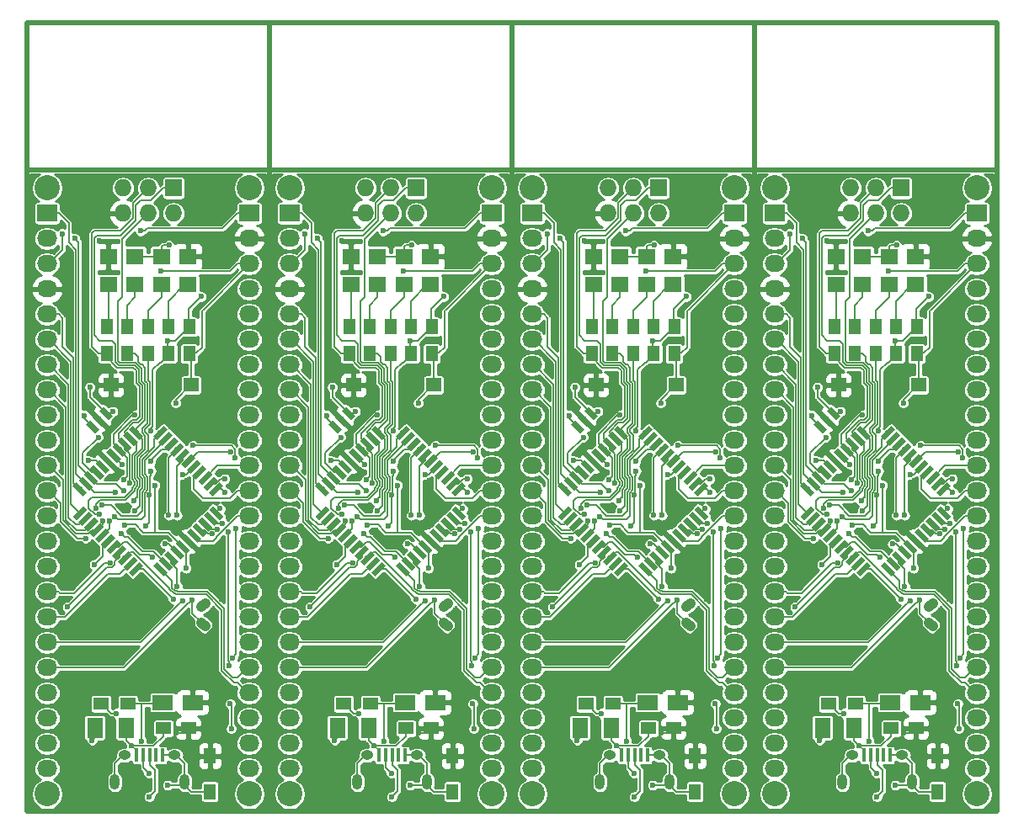
<source format=gtl>
G04 #@! TF.GenerationSoftware,KiCad,Pcbnew,6.0.0-unknown-16cf1a4~86~ubuntu16.04.1*
G04 #@! TF.CreationDate,2019-07-03T13:53:05+02:00*
G04 #@! TF.ProjectId,nano324,6e616e6f-3332-4342-9e6b-696361645f70,rev?*
G04 #@! TF.SameCoordinates,Original*
G04 #@! TF.FileFunction,Copper,L1,Top*
G04 #@! TF.FilePolarity,Positive*
%FSLAX46Y46*%
G04 Gerber Fmt 4.6, Leading zero omitted, Abs format (unit mm)*
G04 Created by KiCad (PCBNEW 6.0.0-unknown-16cf1a4~86~ubuntu16.04.1) date 2019-07-03 13:53:05*
%MOMM*%
%LPD*%
G04 APERTURE LIST*
%ADD10C,0.500000*%
%ADD11C,2.540000*%
%ADD12O,1.727200X1.727200*%
%ADD13R,1.727200X1.727200*%
%ADD14R,1.300000X1.500000*%
%ADD15R,1.800860X1.597660*%
%ADD16R,1.500000X1.400000*%
%ADD17R,1.198880X1.600200*%
%ADD18R,2.032000X1.727200*%
%ADD19O,2.032000X1.727200*%
%ADD20R,1.500000X1.250000*%
%ADD21R,1.650000X2.030000*%
%ADD22C,0.550000*%
%ADD23C,0.050000*%
%ADD24C,1.000760*%
%ADD25C,1.000760*%
%ADD26C,0.600000*%
%ADD27R,2.148840X1.501140*%
%ADD28R,1.500000X1.300000*%
%ADD29O,1.000000X1.550000*%
%ADD30O,1.250000X0.950000*%
%ADD31R,0.400000X1.350000*%
%ADD32C,0.150000*%
%ADD33C,0.254000*%
G04 APERTURE END LIST*
D10*
X147929600Y-59893200D02*
X147929600Y-45008800D01*
X123545600Y-59893200D02*
X123545600Y-45008800D01*
X99161600Y-59893200D02*
X99161600Y-45008800D01*
X74777600Y-59893200D02*
X74777600Y-45008800D01*
X172313600Y-45008800D02*
X74777600Y-45008800D01*
X172316140Y-59893200D02*
X172313600Y-45008800D01*
X147929600Y-59893200D02*
X172313600Y-59893200D01*
X147929600Y-124409200D02*
X147929600Y-59893200D01*
X172316140Y-59893200D02*
X172313600Y-124409200D01*
X172313600Y-124409200D02*
X147929600Y-124409200D01*
X123545600Y-59893200D02*
X147929600Y-59893200D01*
X123545600Y-124409200D02*
X123545600Y-59893200D01*
X147932140Y-59893200D02*
X147929600Y-124409200D01*
X147929600Y-124409200D02*
X123545600Y-124409200D01*
X99161600Y-59893200D02*
X123545600Y-59893200D01*
X99161600Y-124409200D02*
X99161600Y-59893200D01*
X123548140Y-59893200D02*
X123545600Y-124409200D01*
X123545600Y-124409200D02*
X99161600Y-124409200D01*
X99164140Y-59893200D02*
X99161600Y-124409200D01*
X74777600Y-124409200D02*
X74777600Y-59893200D01*
X74777600Y-59893200D02*
X99161600Y-59893200D01*
X99161600Y-124409200D02*
X74777600Y-124409200D01*
D11*
X149961600Y-122631200D03*
D12*
X157581600Y-64211200D03*
X157581600Y-61671200D03*
X160121600Y-64211200D03*
X160121600Y-61671200D03*
X162661600Y-64211200D03*
D13*
X162661600Y-61671200D03*
D11*
X149961600Y-61671200D03*
X170281600Y-61671200D03*
D14*
X162173920Y-78324700D03*
X162173920Y-75624700D03*
D11*
X170281600Y-122631200D03*
D14*
X164249100Y-75622160D03*
X164249100Y-78322160D03*
D15*
X161450020Y-71389240D03*
X161450020Y-68549520D03*
X164109400Y-68557140D03*
X164109400Y-71396860D03*
D16*
X164439600Y-81483200D03*
X156386000Y-81474800D03*
D17*
X166329360Y-122397520D03*
X166329360Y-118795800D03*
D18*
X149961600Y-64211200D03*
D19*
X149961600Y-66751200D03*
X149961600Y-69291200D03*
X149961600Y-71831200D03*
X149961600Y-74371200D03*
X149961600Y-76911200D03*
X149961600Y-79451200D03*
X149961600Y-81991200D03*
X149961600Y-84531200D03*
X149961600Y-87071200D03*
X149961600Y-89611200D03*
X149961600Y-92151200D03*
X149961600Y-94691200D03*
X149961600Y-97231200D03*
X149961600Y-99771200D03*
X149961600Y-102311200D03*
X149961600Y-104851200D03*
X149961600Y-107391200D03*
X149961600Y-109931200D03*
X149961600Y-112471200D03*
X149961600Y-115011200D03*
X149961600Y-117551200D03*
X149961600Y-120091200D03*
D20*
X164165600Y-116027200D03*
X161665600Y-116027200D03*
D21*
X154757000Y-115966240D03*
X157917000Y-115966240D03*
D14*
X155956000Y-78324700D03*
X155956000Y-75624700D03*
D15*
X158793180Y-68549520D03*
X158793180Y-71389240D03*
D22*
X161323682Y-86308264D03*
D23*
G36*
X160987806Y-87033048D02*
G01*
X160598898Y-86644140D01*
X161659558Y-85583480D01*
X162048466Y-85972388D01*
X160987806Y-87033048D01*
X160987806Y-87033048D01*
G37*
D22*
X161889367Y-86873950D03*
D23*
G36*
X161553491Y-87598734D02*
G01*
X161164583Y-87209826D01*
X162225243Y-86149166D01*
X162614151Y-86538074D01*
X161553491Y-87598734D01*
X161553491Y-87598734D01*
G37*
D22*
X162455052Y-87439635D03*
D23*
G36*
X162119176Y-88164419D02*
G01*
X161730268Y-87775511D01*
X162790928Y-86714851D01*
X163179836Y-87103759D01*
X162119176Y-88164419D01*
X162119176Y-88164419D01*
G37*
D22*
X163020738Y-88005320D03*
D23*
G36*
X162684862Y-88730104D02*
G01*
X162295954Y-88341196D01*
X163356614Y-87280536D01*
X163745522Y-87669444D01*
X162684862Y-88730104D01*
X162684862Y-88730104D01*
G37*
D22*
X163586423Y-88571006D03*
D23*
G36*
X163250547Y-89295790D02*
G01*
X162861639Y-88906882D01*
X163922299Y-87846222D01*
X164311207Y-88235130D01*
X163250547Y-89295790D01*
X163250547Y-89295790D01*
G37*
D22*
X164152109Y-89136691D03*
D23*
G36*
X163816233Y-89861475D02*
G01*
X163427325Y-89472567D01*
X164487985Y-88411907D01*
X164876893Y-88800815D01*
X163816233Y-89861475D01*
X163816233Y-89861475D01*
G37*
D22*
X164717794Y-89702377D03*
D23*
G36*
X164381918Y-90427161D02*
G01*
X163993010Y-90038253D01*
X165053670Y-88977593D01*
X165442578Y-89366501D01*
X164381918Y-90427161D01*
X164381918Y-90427161D01*
G37*
D22*
X165283480Y-90268062D03*
D23*
G36*
X164947604Y-90992846D02*
G01*
X164558696Y-90603938D01*
X165619356Y-89543278D01*
X166008264Y-89932186D01*
X164947604Y-90992846D01*
X164947604Y-90992846D01*
G37*
D22*
X165849165Y-90833748D03*
D23*
G36*
X165513289Y-91558532D02*
G01*
X165124381Y-91169624D01*
X166185041Y-90108964D01*
X166573949Y-90497872D01*
X165513289Y-91558532D01*
X165513289Y-91558532D01*
G37*
D22*
X166414850Y-91399433D03*
D23*
G36*
X166078974Y-92124217D02*
G01*
X165690066Y-91735309D01*
X166750726Y-90674649D01*
X167139634Y-91063557D01*
X166078974Y-92124217D01*
X166078974Y-92124217D01*
G37*
D22*
X166980536Y-91965118D03*
D23*
G36*
X166644660Y-92689902D02*
G01*
X166255752Y-92300994D01*
X167316412Y-91240334D01*
X167705320Y-91629242D01*
X166644660Y-92689902D01*
X166644660Y-92689902D01*
G37*
D22*
X166980536Y-94369282D03*
D23*
G36*
X166255752Y-94033406D02*
G01*
X166644660Y-93644498D01*
X167705320Y-94705158D01*
X167316412Y-95094066D01*
X166255752Y-94033406D01*
X166255752Y-94033406D01*
G37*
D22*
X166414850Y-94934967D03*
D23*
G36*
X165690066Y-94599091D02*
G01*
X166078974Y-94210183D01*
X167139634Y-95270843D01*
X166750726Y-95659751D01*
X165690066Y-94599091D01*
X165690066Y-94599091D01*
G37*
D22*
X165849165Y-95500652D03*
D23*
G36*
X165124381Y-95164776D02*
G01*
X165513289Y-94775868D01*
X166573949Y-95836528D01*
X166185041Y-96225436D01*
X165124381Y-95164776D01*
X165124381Y-95164776D01*
G37*
D22*
X165283480Y-96066338D03*
D23*
G36*
X164558696Y-95730462D02*
G01*
X164947604Y-95341554D01*
X166008264Y-96402214D01*
X165619356Y-96791122D01*
X164558696Y-95730462D01*
X164558696Y-95730462D01*
G37*
D22*
X164717794Y-96632023D03*
D23*
G36*
X163993010Y-96296147D02*
G01*
X164381918Y-95907239D01*
X165442578Y-96967899D01*
X165053670Y-97356807D01*
X163993010Y-96296147D01*
X163993010Y-96296147D01*
G37*
D22*
X164152109Y-97197709D03*
D23*
G36*
X163427325Y-96861833D02*
G01*
X163816233Y-96472925D01*
X164876893Y-97533585D01*
X164487985Y-97922493D01*
X163427325Y-96861833D01*
X163427325Y-96861833D01*
G37*
D22*
X163586423Y-97763394D03*
D23*
G36*
X162861639Y-97427518D02*
G01*
X163250547Y-97038610D01*
X164311207Y-98099270D01*
X163922299Y-98488178D01*
X162861639Y-97427518D01*
X162861639Y-97427518D01*
G37*
D22*
X163020738Y-98329080D03*
D23*
G36*
X162295954Y-97993204D02*
G01*
X162684862Y-97604296D01*
X163745522Y-98664956D01*
X163356614Y-99053864D01*
X162295954Y-97993204D01*
X162295954Y-97993204D01*
G37*
D22*
X162455052Y-98894765D03*
D23*
G36*
X161730268Y-98558889D02*
G01*
X162119176Y-98169981D01*
X163179836Y-99230641D01*
X162790928Y-99619549D01*
X161730268Y-98558889D01*
X161730268Y-98558889D01*
G37*
D22*
X161889367Y-99460450D03*
D23*
G36*
X161164583Y-99124574D02*
G01*
X161553491Y-98735666D01*
X162614151Y-99796326D01*
X162225243Y-100185234D01*
X161164583Y-99124574D01*
X161164583Y-99124574D01*
G37*
D22*
X161323682Y-100026136D03*
D23*
G36*
X160598898Y-99690260D02*
G01*
X160987806Y-99301352D01*
X162048466Y-100362012D01*
X161659558Y-100750920D01*
X160598898Y-99690260D01*
X160598898Y-99690260D01*
G37*
D22*
X158919518Y-100026136D03*
D23*
G36*
X158583642Y-100750920D02*
G01*
X158194734Y-100362012D01*
X159255394Y-99301352D01*
X159644302Y-99690260D01*
X158583642Y-100750920D01*
X158583642Y-100750920D01*
G37*
D22*
X158353833Y-99460450D03*
D23*
G36*
X158017957Y-100185234D02*
G01*
X157629049Y-99796326D01*
X158689709Y-98735666D01*
X159078617Y-99124574D01*
X158017957Y-100185234D01*
X158017957Y-100185234D01*
G37*
D22*
X157788148Y-98894765D03*
D23*
G36*
X157452272Y-99619549D02*
G01*
X157063364Y-99230641D01*
X158124024Y-98169981D01*
X158512932Y-98558889D01*
X157452272Y-99619549D01*
X157452272Y-99619549D01*
G37*
D22*
X157222462Y-98329080D03*
D23*
G36*
X156886586Y-99053864D02*
G01*
X156497678Y-98664956D01*
X157558338Y-97604296D01*
X157947246Y-97993204D01*
X156886586Y-99053864D01*
X156886586Y-99053864D01*
G37*
D22*
X156656777Y-97763394D03*
D23*
G36*
X156320901Y-98488178D02*
G01*
X155931993Y-98099270D01*
X156992653Y-97038610D01*
X157381561Y-97427518D01*
X156320901Y-98488178D01*
X156320901Y-98488178D01*
G37*
D22*
X156091091Y-97197709D03*
D23*
G36*
X155755215Y-97922493D02*
G01*
X155366307Y-97533585D01*
X156426967Y-96472925D01*
X156815875Y-96861833D01*
X155755215Y-97922493D01*
X155755215Y-97922493D01*
G37*
D22*
X155525406Y-96632023D03*
D23*
G36*
X155189530Y-97356807D02*
G01*
X154800622Y-96967899D01*
X155861282Y-95907239D01*
X156250190Y-96296147D01*
X155189530Y-97356807D01*
X155189530Y-97356807D01*
G37*
D22*
X154959720Y-96066338D03*
D23*
G36*
X154623844Y-96791122D02*
G01*
X154234936Y-96402214D01*
X155295596Y-95341554D01*
X155684504Y-95730462D01*
X154623844Y-96791122D01*
X154623844Y-96791122D01*
G37*
D22*
X154394035Y-95500652D03*
D23*
G36*
X154058159Y-96225436D02*
G01*
X153669251Y-95836528D01*
X154729911Y-94775868D01*
X155118819Y-95164776D01*
X154058159Y-96225436D01*
X154058159Y-96225436D01*
G37*
D22*
X153828350Y-94934967D03*
D23*
G36*
X153492474Y-95659751D02*
G01*
X153103566Y-95270843D01*
X154164226Y-94210183D01*
X154553134Y-94599091D01*
X153492474Y-95659751D01*
X153492474Y-95659751D01*
G37*
D22*
X153262664Y-94369282D03*
D23*
G36*
X152926788Y-95094066D02*
G01*
X152537880Y-94705158D01*
X153598540Y-93644498D01*
X153987448Y-94033406D01*
X152926788Y-95094066D01*
X152926788Y-95094066D01*
G37*
D22*
X153262664Y-91965118D03*
D23*
G36*
X152537880Y-91629242D02*
G01*
X152926788Y-91240334D01*
X153987448Y-92300994D01*
X153598540Y-92689902D01*
X152537880Y-91629242D01*
X152537880Y-91629242D01*
G37*
D22*
X153828350Y-91399433D03*
D23*
G36*
X153103566Y-91063557D02*
G01*
X153492474Y-90674649D01*
X154553134Y-91735309D01*
X154164226Y-92124217D01*
X153103566Y-91063557D01*
X153103566Y-91063557D01*
G37*
D22*
X154394035Y-90833748D03*
D23*
G36*
X153669251Y-90497872D02*
G01*
X154058159Y-90108964D01*
X155118819Y-91169624D01*
X154729911Y-91558532D01*
X153669251Y-90497872D01*
X153669251Y-90497872D01*
G37*
D22*
X154959720Y-90268062D03*
D23*
G36*
X154234936Y-89932186D02*
G01*
X154623844Y-89543278D01*
X155684504Y-90603938D01*
X155295596Y-90992846D01*
X154234936Y-89932186D01*
X154234936Y-89932186D01*
G37*
D22*
X155525406Y-89702377D03*
D23*
G36*
X154800622Y-89366501D02*
G01*
X155189530Y-88977593D01*
X156250190Y-90038253D01*
X155861282Y-90427161D01*
X154800622Y-89366501D01*
X154800622Y-89366501D01*
G37*
D22*
X156091091Y-89136691D03*
D23*
G36*
X155366307Y-88800815D02*
G01*
X155755215Y-88411907D01*
X156815875Y-89472567D01*
X156426967Y-89861475D01*
X155366307Y-88800815D01*
X155366307Y-88800815D01*
G37*
D22*
X156656777Y-88571006D03*
D23*
G36*
X155931993Y-88235130D02*
G01*
X156320901Y-87846222D01*
X157381561Y-88906882D01*
X156992653Y-89295790D01*
X155931993Y-88235130D01*
X155931993Y-88235130D01*
G37*
D22*
X157222462Y-88005320D03*
D23*
G36*
X156497678Y-87669444D02*
G01*
X156886586Y-87280536D01*
X157947246Y-88341196D01*
X157558338Y-88730104D01*
X156497678Y-87669444D01*
X156497678Y-87669444D01*
G37*
D22*
X157788148Y-87439635D03*
D23*
G36*
X157063364Y-87103759D02*
G01*
X157452272Y-86714851D01*
X158512932Y-87775511D01*
X158124024Y-88164419D01*
X157063364Y-87103759D01*
X157063364Y-87103759D01*
G37*
D22*
X158353833Y-86873950D03*
D23*
G36*
X157629049Y-86538074D02*
G01*
X158017957Y-86149166D01*
X159078617Y-87209826D01*
X158689709Y-87598734D01*
X157629049Y-86538074D01*
X157629049Y-86538074D01*
G37*
D22*
X158919518Y-86308264D03*
D23*
G36*
X158194734Y-85972388D02*
G01*
X158583642Y-85583480D01*
X159644302Y-86644140D01*
X159255394Y-87033048D01*
X158194734Y-85972388D01*
X158194734Y-85972388D01*
G37*
D24*
X165667534Y-103635966D03*
D25*
X165490623Y-103812877D02*
X165844445Y-103459055D01*
D24*
X165667534Y-105558434D03*
D25*
X165844445Y-105735345D02*
X165490623Y-105381523D01*
D26*
X155215668Y-84976892D03*
D23*
G36*
X155463155Y-85648643D02*
G01*
X154543917Y-84729405D01*
X154968181Y-84305141D01*
X155887419Y-85224379D01*
X155463155Y-85648643D01*
X155463155Y-85648643D01*
G37*
D26*
X155887420Y-84305140D03*
D23*
G36*
X156134907Y-84976891D02*
G01*
X155215669Y-84057653D01*
X155639933Y-83633389D01*
X156559171Y-84552627D01*
X156134907Y-84976891D01*
X156134907Y-84976891D01*
G37*
D26*
X154543917Y-85648643D03*
D23*
G36*
X154791404Y-86320394D02*
G01*
X153872166Y-85401156D01*
X154296430Y-84976892D01*
X155215668Y-85896130D01*
X154791404Y-86320394D01*
X154791404Y-86320394D01*
G37*
D27*
X161579560Y-113418620D03*
X164581840Y-113418620D03*
D28*
X155383240Y-113563400D03*
X158083240Y-113563400D03*
D14*
X158013400Y-75624700D03*
X158013400Y-78324700D03*
D29*
X163773100Y-121431860D03*
X156773100Y-121431860D03*
D30*
X162773100Y-118731860D03*
X157773100Y-118731860D03*
D31*
X161573100Y-118731860D03*
X160923100Y-118731860D03*
X160273100Y-118731860D03*
X159623100Y-118731860D03*
X158973100Y-118731860D03*
D19*
X170281600Y-120091200D03*
X170281600Y-117551200D03*
X170281600Y-115011200D03*
X170281600Y-112471200D03*
X170281600Y-109931200D03*
X170281600Y-107391200D03*
X170281600Y-104851200D03*
X170281600Y-102311200D03*
X170281600Y-99771200D03*
X170281600Y-97231200D03*
X170281600Y-94691200D03*
X170281600Y-92151200D03*
X170281600Y-89611200D03*
X170281600Y-87071200D03*
X170281600Y-84531200D03*
X170281600Y-81991200D03*
X170281600Y-79451200D03*
X170281600Y-76911200D03*
X170281600Y-74371200D03*
X170281600Y-71831200D03*
X170281600Y-69291200D03*
X170281600Y-66751200D03*
D18*
X170281600Y-64211200D03*
D14*
X160106360Y-78324700D03*
X160106360Y-75624700D03*
D15*
X156133800Y-68559680D03*
X156133800Y-71399400D03*
D11*
X125577600Y-122631200D03*
D12*
X133197600Y-64211200D03*
X133197600Y-61671200D03*
X135737600Y-64211200D03*
X135737600Y-61671200D03*
X138277600Y-64211200D03*
D13*
X138277600Y-61671200D03*
D11*
X125577600Y-61671200D03*
X145897600Y-61671200D03*
D14*
X137789920Y-78324700D03*
X137789920Y-75624700D03*
D11*
X145897600Y-122631200D03*
D14*
X139865100Y-75622160D03*
X139865100Y-78322160D03*
D15*
X137066020Y-71389240D03*
X137066020Y-68549520D03*
X139725400Y-68557140D03*
X139725400Y-71396860D03*
D16*
X140055600Y-81483200D03*
X132002000Y-81474800D03*
D17*
X141945360Y-122397520D03*
X141945360Y-118795800D03*
D18*
X125577600Y-64211200D03*
D19*
X125577600Y-66751200D03*
X125577600Y-69291200D03*
X125577600Y-71831200D03*
X125577600Y-74371200D03*
X125577600Y-76911200D03*
X125577600Y-79451200D03*
X125577600Y-81991200D03*
X125577600Y-84531200D03*
X125577600Y-87071200D03*
X125577600Y-89611200D03*
X125577600Y-92151200D03*
X125577600Y-94691200D03*
X125577600Y-97231200D03*
X125577600Y-99771200D03*
X125577600Y-102311200D03*
X125577600Y-104851200D03*
X125577600Y-107391200D03*
X125577600Y-109931200D03*
X125577600Y-112471200D03*
X125577600Y-115011200D03*
X125577600Y-117551200D03*
X125577600Y-120091200D03*
D20*
X139781600Y-116027200D03*
X137281600Y-116027200D03*
D21*
X130373000Y-115966240D03*
X133533000Y-115966240D03*
D14*
X131572000Y-78324700D03*
X131572000Y-75624700D03*
D15*
X134409180Y-68549520D03*
X134409180Y-71389240D03*
D22*
X136939682Y-86308264D03*
D23*
G36*
X136603806Y-87033048D02*
G01*
X136214898Y-86644140D01*
X137275558Y-85583480D01*
X137664466Y-85972388D01*
X136603806Y-87033048D01*
X136603806Y-87033048D01*
G37*
D22*
X137505367Y-86873950D03*
D23*
G36*
X137169491Y-87598734D02*
G01*
X136780583Y-87209826D01*
X137841243Y-86149166D01*
X138230151Y-86538074D01*
X137169491Y-87598734D01*
X137169491Y-87598734D01*
G37*
D22*
X138071052Y-87439635D03*
D23*
G36*
X137735176Y-88164419D02*
G01*
X137346268Y-87775511D01*
X138406928Y-86714851D01*
X138795836Y-87103759D01*
X137735176Y-88164419D01*
X137735176Y-88164419D01*
G37*
D22*
X138636738Y-88005320D03*
D23*
G36*
X138300862Y-88730104D02*
G01*
X137911954Y-88341196D01*
X138972614Y-87280536D01*
X139361522Y-87669444D01*
X138300862Y-88730104D01*
X138300862Y-88730104D01*
G37*
D22*
X139202423Y-88571006D03*
D23*
G36*
X138866547Y-89295790D02*
G01*
X138477639Y-88906882D01*
X139538299Y-87846222D01*
X139927207Y-88235130D01*
X138866547Y-89295790D01*
X138866547Y-89295790D01*
G37*
D22*
X139768109Y-89136691D03*
D23*
G36*
X139432233Y-89861475D02*
G01*
X139043325Y-89472567D01*
X140103985Y-88411907D01*
X140492893Y-88800815D01*
X139432233Y-89861475D01*
X139432233Y-89861475D01*
G37*
D22*
X140333794Y-89702377D03*
D23*
G36*
X139997918Y-90427161D02*
G01*
X139609010Y-90038253D01*
X140669670Y-88977593D01*
X141058578Y-89366501D01*
X139997918Y-90427161D01*
X139997918Y-90427161D01*
G37*
D22*
X140899480Y-90268062D03*
D23*
G36*
X140563604Y-90992846D02*
G01*
X140174696Y-90603938D01*
X141235356Y-89543278D01*
X141624264Y-89932186D01*
X140563604Y-90992846D01*
X140563604Y-90992846D01*
G37*
D22*
X141465165Y-90833748D03*
D23*
G36*
X141129289Y-91558532D02*
G01*
X140740381Y-91169624D01*
X141801041Y-90108964D01*
X142189949Y-90497872D01*
X141129289Y-91558532D01*
X141129289Y-91558532D01*
G37*
D22*
X142030850Y-91399433D03*
D23*
G36*
X141694974Y-92124217D02*
G01*
X141306066Y-91735309D01*
X142366726Y-90674649D01*
X142755634Y-91063557D01*
X141694974Y-92124217D01*
X141694974Y-92124217D01*
G37*
D22*
X142596536Y-91965118D03*
D23*
G36*
X142260660Y-92689902D02*
G01*
X141871752Y-92300994D01*
X142932412Y-91240334D01*
X143321320Y-91629242D01*
X142260660Y-92689902D01*
X142260660Y-92689902D01*
G37*
D22*
X142596536Y-94369282D03*
D23*
G36*
X141871752Y-94033406D02*
G01*
X142260660Y-93644498D01*
X143321320Y-94705158D01*
X142932412Y-95094066D01*
X141871752Y-94033406D01*
X141871752Y-94033406D01*
G37*
D22*
X142030850Y-94934967D03*
D23*
G36*
X141306066Y-94599091D02*
G01*
X141694974Y-94210183D01*
X142755634Y-95270843D01*
X142366726Y-95659751D01*
X141306066Y-94599091D01*
X141306066Y-94599091D01*
G37*
D22*
X141465165Y-95500652D03*
D23*
G36*
X140740381Y-95164776D02*
G01*
X141129289Y-94775868D01*
X142189949Y-95836528D01*
X141801041Y-96225436D01*
X140740381Y-95164776D01*
X140740381Y-95164776D01*
G37*
D22*
X140899480Y-96066338D03*
D23*
G36*
X140174696Y-95730462D02*
G01*
X140563604Y-95341554D01*
X141624264Y-96402214D01*
X141235356Y-96791122D01*
X140174696Y-95730462D01*
X140174696Y-95730462D01*
G37*
D22*
X140333794Y-96632023D03*
D23*
G36*
X139609010Y-96296147D02*
G01*
X139997918Y-95907239D01*
X141058578Y-96967899D01*
X140669670Y-97356807D01*
X139609010Y-96296147D01*
X139609010Y-96296147D01*
G37*
D22*
X139768109Y-97197709D03*
D23*
G36*
X139043325Y-96861833D02*
G01*
X139432233Y-96472925D01*
X140492893Y-97533585D01*
X140103985Y-97922493D01*
X139043325Y-96861833D01*
X139043325Y-96861833D01*
G37*
D22*
X139202423Y-97763394D03*
D23*
G36*
X138477639Y-97427518D02*
G01*
X138866547Y-97038610D01*
X139927207Y-98099270D01*
X139538299Y-98488178D01*
X138477639Y-97427518D01*
X138477639Y-97427518D01*
G37*
D22*
X138636738Y-98329080D03*
D23*
G36*
X137911954Y-97993204D02*
G01*
X138300862Y-97604296D01*
X139361522Y-98664956D01*
X138972614Y-99053864D01*
X137911954Y-97993204D01*
X137911954Y-97993204D01*
G37*
D22*
X138071052Y-98894765D03*
D23*
G36*
X137346268Y-98558889D02*
G01*
X137735176Y-98169981D01*
X138795836Y-99230641D01*
X138406928Y-99619549D01*
X137346268Y-98558889D01*
X137346268Y-98558889D01*
G37*
D22*
X137505367Y-99460450D03*
D23*
G36*
X136780583Y-99124574D02*
G01*
X137169491Y-98735666D01*
X138230151Y-99796326D01*
X137841243Y-100185234D01*
X136780583Y-99124574D01*
X136780583Y-99124574D01*
G37*
D22*
X136939682Y-100026136D03*
D23*
G36*
X136214898Y-99690260D02*
G01*
X136603806Y-99301352D01*
X137664466Y-100362012D01*
X137275558Y-100750920D01*
X136214898Y-99690260D01*
X136214898Y-99690260D01*
G37*
D22*
X134535518Y-100026136D03*
D23*
G36*
X134199642Y-100750920D02*
G01*
X133810734Y-100362012D01*
X134871394Y-99301352D01*
X135260302Y-99690260D01*
X134199642Y-100750920D01*
X134199642Y-100750920D01*
G37*
D22*
X133969833Y-99460450D03*
D23*
G36*
X133633957Y-100185234D02*
G01*
X133245049Y-99796326D01*
X134305709Y-98735666D01*
X134694617Y-99124574D01*
X133633957Y-100185234D01*
X133633957Y-100185234D01*
G37*
D22*
X133404148Y-98894765D03*
D23*
G36*
X133068272Y-99619549D02*
G01*
X132679364Y-99230641D01*
X133740024Y-98169981D01*
X134128932Y-98558889D01*
X133068272Y-99619549D01*
X133068272Y-99619549D01*
G37*
D22*
X132838462Y-98329080D03*
D23*
G36*
X132502586Y-99053864D02*
G01*
X132113678Y-98664956D01*
X133174338Y-97604296D01*
X133563246Y-97993204D01*
X132502586Y-99053864D01*
X132502586Y-99053864D01*
G37*
D22*
X132272777Y-97763394D03*
D23*
G36*
X131936901Y-98488178D02*
G01*
X131547993Y-98099270D01*
X132608653Y-97038610D01*
X132997561Y-97427518D01*
X131936901Y-98488178D01*
X131936901Y-98488178D01*
G37*
D22*
X131707091Y-97197709D03*
D23*
G36*
X131371215Y-97922493D02*
G01*
X130982307Y-97533585D01*
X132042967Y-96472925D01*
X132431875Y-96861833D01*
X131371215Y-97922493D01*
X131371215Y-97922493D01*
G37*
D22*
X131141406Y-96632023D03*
D23*
G36*
X130805530Y-97356807D02*
G01*
X130416622Y-96967899D01*
X131477282Y-95907239D01*
X131866190Y-96296147D01*
X130805530Y-97356807D01*
X130805530Y-97356807D01*
G37*
D22*
X130575720Y-96066338D03*
D23*
G36*
X130239844Y-96791122D02*
G01*
X129850936Y-96402214D01*
X130911596Y-95341554D01*
X131300504Y-95730462D01*
X130239844Y-96791122D01*
X130239844Y-96791122D01*
G37*
D22*
X130010035Y-95500652D03*
D23*
G36*
X129674159Y-96225436D02*
G01*
X129285251Y-95836528D01*
X130345911Y-94775868D01*
X130734819Y-95164776D01*
X129674159Y-96225436D01*
X129674159Y-96225436D01*
G37*
D22*
X129444350Y-94934967D03*
D23*
G36*
X129108474Y-95659751D02*
G01*
X128719566Y-95270843D01*
X129780226Y-94210183D01*
X130169134Y-94599091D01*
X129108474Y-95659751D01*
X129108474Y-95659751D01*
G37*
D22*
X128878664Y-94369282D03*
D23*
G36*
X128542788Y-95094066D02*
G01*
X128153880Y-94705158D01*
X129214540Y-93644498D01*
X129603448Y-94033406D01*
X128542788Y-95094066D01*
X128542788Y-95094066D01*
G37*
D22*
X128878664Y-91965118D03*
D23*
G36*
X128153880Y-91629242D02*
G01*
X128542788Y-91240334D01*
X129603448Y-92300994D01*
X129214540Y-92689902D01*
X128153880Y-91629242D01*
X128153880Y-91629242D01*
G37*
D22*
X129444350Y-91399433D03*
D23*
G36*
X128719566Y-91063557D02*
G01*
X129108474Y-90674649D01*
X130169134Y-91735309D01*
X129780226Y-92124217D01*
X128719566Y-91063557D01*
X128719566Y-91063557D01*
G37*
D22*
X130010035Y-90833748D03*
D23*
G36*
X129285251Y-90497872D02*
G01*
X129674159Y-90108964D01*
X130734819Y-91169624D01*
X130345911Y-91558532D01*
X129285251Y-90497872D01*
X129285251Y-90497872D01*
G37*
D22*
X130575720Y-90268062D03*
D23*
G36*
X129850936Y-89932186D02*
G01*
X130239844Y-89543278D01*
X131300504Y-90603938D01*
X130911596Y-90992846D01*
X129850936Y-89932186D01*
X129850936Y-89932186D01*
G37*
D22*
X131141406Y-89702377D03*
D23*
G36*
X130416622Y-89366501D02*
G01*
X130805530Y-88977593D01*
X131866190Y-90038253D01*
X131477282Y-90427161D01*
X130416622Y-89366501D01*
X130416622Y-89366501D01*
G37*
D22*
X131707091Y-89136691D03*
D23*
G36*
X130982307Y-88800815D02*
G01*
X131371215Y-88411907D01*
X132431875Y-89472567D01*
X132042967Y-89861475D01*
X130982307Y-88800815D01*
X130982307Y-88800815D01*
G37*
D22*
X132272777Y-88571006D03*
D23*
G36*
X131547993Y-88235130D02*
G01*
X131936901Y-87846222D01*
X132997561Y-88906882D01*
X132608653Y-89295790D01*
X131547993Y-88235130D01*
X131547993Y-88235130D01*
G37*
D22*
X132838462Y-88005320D03*
D23*
G36*
X132113678Y-87669444D02*
G01*
X132502586Y-87280536D01*
X133563246Y-88341196D01*
X133174338Y-88730104D01*
X132113678Y-87669444D01*
X132113678Y-87669444D01*
G37*
D22*
X133404148Y-87439635D03*
D23*
G36*
X132679364Y-87103759D02*
G01*
X133068272Y-86714851D01*
X134128932Y-87775511D01*
X133740024Y-88164419D01*
X132679364Y-87103759D01*
X132679364Y-87103759D01*
G37*
D22*
X133969833Y-86873950D03*
D23*
G36*
X133245049Y-86538074D02*
G01*
X133633957Y-86149166D01*
X134694617Y-87209826D01*
X134305709Y-87598734D01*
X133245049Y-86538074D01*
X133245049Y-86538074D01*
G37*
D22*
X134535518Y-86308264D03*
D23*
G36*
X133810734Y-85972388D02*
G01*
X134199642Y-85583480D01*
X135260302Y-86644140D01*
X134871394Y-87033048D01*
X133810734Y-85972388D01*
X133810734Y-85972388D01*
G37*
D24*
X141283534Y-103635966D03*
D25*
X141106623Y-103812877D02*
X141460445Y-103459055D01*
D24*
X141283534Y-105558434D03*
D25*
X141460445Y-105735345D02*
X141106623Y-105381523D01*
D26*
X130831668Y-84976892D03*
D23*
G36*
X131079155Y-85648643D02*
G01*
X130159917Y-84729405D01*
X130584181Y-84305141D01*
X131503419Y-85224379D01*
X131079155Y-85648643D01*
X131079155Y-85648643D01*
G37*
D26*
X131503420Y-84305140D03*
D23*
G36*
X131750907Y-84976891D02*
G01*
X130831669Y-84057653D01*
X131255933Y-83633389D01*
X132175171Y-84552627D01*
X131750907Y-84976891D01*
X131750907Y-84976891D01*
G37*
D26*
X130159917Y-85648643D03*
D23*
G36*
X130407404Y-86320394D02*
G01*
X129488166Y-85401156D01*
X129912430Y-84976892D01*
X130831668Y-85896130D01*
X130407404Y-86320394D01*
X130407404Y-86320394D01*
G37*
D27*
X137195560Y-113418620D03*
X140197840Y-113418620D03*
D28*
X130999240Y-113563400D03*
X133699240Y-113563400D03*
D14*
X133629400Y-75624700D03*
X133629400Y-78324700D03*
D29*
X139389100Y-121431860D03*
X132389100Y-121431860D03*
D30*
X138389100Y-118731860D03*
X133389100Y-118731860D03*
D31*
X137189100Y-118731860D03*
X136539100Y-118731860D03*
X135889100Y-118731860D03*
X135239100Y-118731860D03*
X134589100Y-118731860D03*
D19*
X145897600Y-120091200D03*
X145897600Y-117551200D03*
X145897600Y-115011200D03*
X145897600Y-112471200D03*
X145897600Y-109931200D03*
X145897600Y-107391200D03*
X145897600Y-104851200D03*
X145897600Y-102311200D03*
X145897600Y-99771200D03*
X145897600Y-97231200D03*
X145897600Y-94691200D03*
X145897600Y-92151200D03*
X145897600Y-89611200D03*
X145897600Y-87071200D03*
X145897600Y-84531200D03*
X145897600Y-81991200D03*
X145897600Y-79451200D03*
X145897600Y-76911200D03*
X145897600Y-74371200D03*
X145897600Y-71831200D03*
X145897600Y-69291200D03*
X145897600Y-66751200D03*
D18*
X145897600Y-64211200D03*
D14*
X135722360Y-78324700D03*
X135722360Y-75624700D03*
D15*
X131749800Y-68559680D03*
X131749800Y-71399400D03*
D11*
X101193600Y-122631200D03*
D12*
X108813600Y-64211200D03*
X108813600Y-61671200D03*
X111353600Y-64211200D03*
X111353600Y-61671200D03*
X113893600Y-64211200D03*
D13*
X113893600Y-61671200D03*
D11*
X101193600Y-61671200D03*
X121513600Y-61671200D03*
D14*
X113405920Y-78324700D03*
X113405920Y-75624700D03*
D11*
X121513600Y-122631200D03*
D14*
X115481100Y-75622160D03*
X115481100Y-78322160D03*
D15*
X112682020Y-71389240D03*
X112682020Y-68549520D03*
X115341400Y-68557140D03*
X115341400Y-71396860D03*
D16*
X115671600Y-81483200D03*
X107618000Y-81474800D03*
D17*
X117561360Y-122397520D03*
X117561360Y-118795800D03*
D18*
X101193600Y-64211200D03*
D19*
X101193600Y-66751200D03*
X101193600Y-69291200D03*
X101193600Y-71831200D03*
X101193600Y-74371200D03*
X101193600Y-76911200D03*
X101193600Y-79451200D03*
X101193600Y-81991200D03*
X101193600Y-84531200D03*
X101193600Y-87071200D03*
X101193600Y-89611200D03*
X101193600Y-92151200D03*
X101193600Y-94691200D03*
X101193600Y-97231200D03*
X101193600Y-99771200D03*
X101193600Y-102311200D03*
X101193600Y-104851200D03*
X101193600Y-107391200D03*
X101193600Y-109931200D03*
X101193600Y-112471200D03*
X101193600Y-115011200D03*
X101193600Y-117551200D03*
X101193600Y-120091200D03*
D20*
X115397600Y-116027200D03*
X112897600Y-116027200D03*
D21*
X105989000Y-115966240D03*
X109149000Y-115966240D03*
D14*
X107188000Y-78324700D03*
X107188000Y-75624700D03*
D15*
X110025180Y-68549520D03*
X110025180Y-71389240D03*
D22*
X112555682Y-86308264D03*
D23*
G36*
X112219806Y-87033048D02*
G01*
X111830898Y-86644140D01*
X112891558Y-85583480D01*
X113280466Y-85972388D01*
X112219806Y-87033048D01*
X112219806Y-87033048D01*
G37*
D22*
X113121367Y-86873950D03*
D23*
G36*
X112785491Y-87598734D02*
G01*
X112396583Y-87209826D01*
X113457243Y-86149166D01*
X113846151Y-86538074D01*
X112785491Y-87598734D01*
X112785491Y-87598734D01*
G37*
D22*
X113687052Y-87439635D03*
D23*
G36*
X113351176Y-88164419D02*
G01*
X112962268Y-87775511D01*
X114022928Y-86714851D01*
X114411836Y-87103759D01*
X113351176Y-88164419D01*
X113351176Y-88164419D01*
G37*
D22*
X114252738Y-88005320D03*
D23*
G36*
X113916862Y-88730104D02*
G01*
X113527954Y-88341196D01*
X114588614Y-87280536D01*
X114977522Y-87669444D01*
X113916862Y-88730104D01*
X113916862Y-88730104D01*
G37*
D22*
X114818423Y-88571006D03*
D23*
G36*
X114482547Y-89295790D02*
G01*
X114093639Y-88906882D01*
X115154299Y-87846222D01*
X115543207Y-88235130D01*
X114482547Y-89295790D01*
X114482547Y-89295790D01*
G37*
D22*
X115384109Y-89136691D03*
D23*
G36*
X115048233Y-89861475D02*
G01*
X114659325Y-89472567D01*
X115719985Y-88411907D01*
X116108893Y-88800815D01*
X115048233Y-89861475D01*
X115048233Y-89861475D01*
G37*
D22*
X115949794Y-89702377D03*
D23*
G36*
X115613918Y-90427161D02*
G01*
X115225010Y-90038253D01*
X116285670Y-88977593D01*
X116674578Y-89366501D01*
X115613918Y-90427161D01*
X115613918Y-90427161D01*
G37*
D22*
X116515480Y-90268062D03*
D23*
G36*
X116179604Y-90992846D02*
G01*
X115790696Y-90603938D01*
X116851356Y-89543278D01*
X117240264Y-89932186D01*
X116179604Y-90992846D01*
X116179604Y-90992846D01*
G37*
D22*
X117081165Y-90833748D03*
D23*
G36*
X116745289Y-91558532D02*
G01*
X116356381Y-91169624D01*
X117417041Y-90108964D01*
X117805949Y-90497872D01*
X116745289Y-91558532D01*
X116745289Y-91558532D01*
G37*
D22*
X117646850Y-91399433D03*
D23*
G36*
X117310974Y-92124217D02*
G01*
X116922066Y-91735309D01*
X117982726Y-90674649D01*
X118371634Y-91063557D01*
X117310974Y-92124217D01*
X117310974Y-92124217D01*
G37*
D22*
X118212536Y-91965118D03*
D23*
G36*
X117876660Y-92689902D02*
G01*
X117487752Y-92300994D01*
X118548412Y-91240334D01*
X118937320Y-91629242D01*
X117876660Y-92689902D01*
X117876660Y-92689902D01*
G37*
D22*
X118212536Y-94369282D03*
D23*
G36*
X117487752Y-94033406D02*
G01*
X117876660Y-93644498D01*
X118937320Y-94705158D01*
X118548412Y-95094066D01*
X117487752Y-94033406D01*
X117487752Y-94033406D01*
G37*
D22*
X117646850Y-94934967D03*
D23*
G36*
X116922066Y-94599091D02*
G01*
X117310974Y-94210183D01*
X118371634Y-95270843D01*
X117982726Y-95659751D01*
X116922066Y-94599091D01*
X116922066Y-94599091D01*
G37*
D22*
X117081165Y-95500652D03*
D23*
G36*
X116356381Y-95164776D02*
G01*
X116745289Y-94775868D01*
X117805949Y-95836528D01*
X117417041Y-96225436D01*
X116356381Y-95164776D01*
X116356381Y-95164776D01*
G37*
D22*
X116515480Y-96066338D03*
D23*
G36*
X115790696Y-95730462D02*
G01*
X116179604Y-95341554D01*
X117240264Y-96402214D01*
X116851356Y-96791122D01*
X115790696Y-95730462D01*
X115790696Y-95730462D01*
G37*
D22*
X115949794Y-96632023D03*
D23*
G36*
X115225010Y-96296147D02*
G01*
X115613918Y-95907239D01*
X116674578Y-96967899D01*
X116285670Y-97356807D01*
X115225010Y-96296147D01*
X115225010Y-96296147D01*
G37*
D22*
X115384109Y-97197709D03*
D23*
G36*
X114659325Y-96861833D02*
G01*
X115048233Y-96472925D01*
X116108893Y-97533585D01*
X115719985Y-97922493D01*
X114659325Y-96861833D01*
X114659325Y-96861833D01*
G37*
D22*
X114818423Y-97763394D03*
D23*
G36*
X114093639Y-97427518D02*
G01*
X114482547Y-97038610D01*
X115543207Y-98099270D01*
X115154299Y-98488178D01*
X114093639Y-97427518D01*
X114093639Y-97427518D01*
G37*
D22*
X114252738Y-98329080D03*
D23*
G36*
X113527954Y-97993204D02*
G01*
X113916862Y-97604296D01*
X114977522Y-98664956D01*
X114588614Y-99053864D01*
X113527954Y-97993204D01*
X113527954Y-97993204D01*
G37*
D22*
X113687052Y-98894765D03*
D23*
G36*
X112962268Y-98558889D02*
G01*
X113351176Y-98169981D01*
X114411836Y-99230641D01*
X114022928Y-99619549D01*
X112962268Y-98558889D01*
X112962268Y-98558889D01*
G37*
D22*
X113121367Y-99460450D03*
D23*
G36*
X112396583Y-99124574D02*
G01*
X112785491Y-98735666D01*
X113846151Y-99796326D01*
X113457243Y-100185234D01*
X112396583Y-99124574D01*
X112396583Y-99124574D01*
G37*
D22*
X112555682Y-100026136D03*
D23*
G36*
X111830898Y-99690260D02*
G01*
X112219806Y-99301352D01*
X113280466Y-100362012D01*
X112891558Y-100750920D01*
X111830898Y-99690260D01*
X111830898Y-99690260D01*
G37*
D22*
X110151518Y-100026136D03*
D23*
G36*
X109815642Y-100750920D02*
G01*
X109426734Y-100362012D01*
X110487394Y-99301352D01*
X110876302Y-99690260D01*
X109815642Y-100750920D01*
X109815642Y-100750920D01*
G37*
D22*
X109585833Y-99460450D03*
D23*
G36*
X109249957Y-100185234D02*
G01*
X108861049Y-99796326D01*
X109921709Y-98735666D01*
X110310617Y-99124574D01*
X109249957Y-100185234D01*
X109249957Y-100185234D01*
G37*
D22*
X109020148Y-98894765D03*
D23*
G36*
X108684272Y-99619549D02*
G01*
X108295364Y-99230641D01*
X109356024Y-98169981D01*
X109744932Y-98558889D01*
X108684272Y-99619549D01*
X108684272Y-99619549D01*
G37*
D22*
X108454462Y-98329080D03*
D23*
G36*
X108118586Y-99053864D02*
G01*
X107729678Y-98664956D01*
X108790338Y-97604296D01*
X109179246Y-97993204D01*
X108118586Y-99053864D01*
X108118586Y-99053864D01*
G37*
D22*
X107888777Y-97763394D03*
D23*
G36*
X107552901Y-98488178D02*
G01*
X107163993Y-98099270D01*
X108224653Y-97038610D01*
X108613561Y-97427518D01*
X107552901Y-98488178D01*
X107552901Y-98488178D01*
G37*
D22*
X107323091Y-97197709D03*
D23*
G36*
X106987215Y-97922493D02*
G01*
X106598307Y-97533585D01*
X107658967Y-96472925D01*
X108047875Y-96861833D01*
X106987215Y-97922493D01*
X106987215Y-97922493D01*
G37*
D22*
X106757406Y-96632023D03*
D23*
G36*
X106421530Y-97356807D02*
G01*
X106032622Y-96967899D01*
X107093282Y-95907239D01*
X107482190Y-96296147D01*
X106421530Y-97356807D01*
X106421530Y-97356807D01*
G37*
D22*
X106191720Y-96066338D03*
D23*
G36*
X105855844Y-96791122D02*
G01*
X105466936Y-96402214D01*
X106527596Y-95341554D01*
X106916504Y-95730462D01*
X105855844Y-96791122D01*
X105855844Y-96791122D01*
G37*
D22*
X105626035Y-95500652D03*
D23*
G36*
X105290159Y-96225436D02*
G01*
X104901251Y-95836528D01*
X105961911Y-94775868D01*
X106350819Y-95164776D01*
X105290159Y-96225436D01*
X105290159Y-96225436D01*
G37*
D22*
X105060350Y-94934967D03*
D23*
G36*
X104724474Y-95659751D02*
G01*
X104335566Y-95270843D01*
X105396226Y-94210183D01*
X105785134Y-94599091D01*
X104724474Y-95659751D01*
X104724474Y-95659751D01*
G37*
D22*
X104494664Y-94369282D03*
D23*
G36*
X104158788Y-95094066D02*
G01*
X103769880Y-94705158D01*
X104830540Y-93644498D01*
X105219448Y-94033406D01*
X104158788Y-95094066D01*
X104158788Y-95094066D01*
G37*
D22*
X104494664Y-91965118D03*
D23*
G36*
X103769880Y-91629242D02*
G01*
X104158788Y-91240334D01*
X105219448Y-92300994D01*
X104830540Y-92689902D01*
X103769880Y-91629242D01*
X103769880Y-91629242D01*
G37*
D22*
X105060350Y-91399433D03*
D23*
G36*
X104335566Y-91063557D02*
G01*
X104724474Y-90674649D01*
X105785134Y-91735309D01*
X105396226Y-92124217D01*
X104335566Y-91063557D01*
X104335566Y-91063557D01*
G37*
D22*
X105626035Y-90833748D03*
D23*
G36*
X104901251Y-90497872D02*
G01*
X105290159Y-90108964D01*
X106350819Y-91169624D01*
X105961911Y-91558532D01*
X104901251Y-90497872D01*
X104901251Y-90497872D01*
G37*
D22*
X106191720Y-90268062D03*
D23*
G36*
X105466936Y-89932186D02*
G01*
X105855844Y-89543278D01*
X106916504Y-90603938D01*
X106527596Y-90992846D01*
X105466936Y-89932186D01*
X105466936Y-89932186D01*
G37*
D22*
X106757406Y-89702377D03*
D23*
G36*
X106032622Y-89366501D02*
G01*
X106421530Y-88977593D01*
X107482190Y-90038253D01*
X107093282Y-90427161D01*
X106032622Y-89366501D01*
X106032622Y-89366501D01*
G37*
D22*
X107323091Y-89136691D03*
D23*
G36*
X106598307Y-88800815D02*
G01*
X106987215Y-88411907D01*
X108047875Y-89472567D01*
X107658967Y-89861475D01*
X106598307Y-88800815D01*
X106598307Y-88800815D01*
G37*
D22*
X107888777Y-88571006D03*
D23*
G36*
X107163993Y-88235130D02*
G01*
X107552901Y-87846222D01*
X108613561Y-88906882D01*
X108224653Y-89295790D01*
X107163993Y-88235130D01*
X107163993Y-88235130D01*
G37*
D22*
X108454462Y-88005320D03*
D23*
G36*
X107729678Y-87669444D02*
G01*
X108118586Y-87280536D01*
X109179246Y-88341196D01*
X108790338Y-88730104D01*
X107729678Y-87669444D01*
X107729678Y-87669444D01*
G37*
D22*
X109020148Y-87439635D03*
D23*
G36*
X108295364Y-87103759D02*
G01*
X108684272Y-86714851D01*
X109744932Y-87775511D01*
X109356024Y-88164419D01*
X108295364Y-87103759D01*
X108295364Y-87103759D01*
G37*
D22*
X109585833Y-86873950D03*
D23*
G36*
X108861049Y-86538074D02*
G01*
X109249957Y-86149166D01*
X110310617Y-87209826D01*
X109921709Y-87598734D01*
X108861049Y-86538074D01*
X108861049Y-86538074D01*
G37*
D22*
X110151518Y-86308264D03*
D23*
G36*
X109426734Y-85972388D02*
G01*
X109815642Y-85583480D01*
X110876302Y-86644140D01*
X110487394Y-87033048D01*
X109426734Y-85972388D01*
X109426734Y-85972388D01*
G37*
D24*
X116899534Y-103635966D03*
D25*
X116722623Y-103812877D02*
X117076445Y-103459055D01*
D24*
X116899534Y-105558434D03*
D25*
X117076445Y-105735345D02*
X116722623Y-105381523D01*
D26*
X106447668Y-84976892D03*
D23*
G36*
X106695155Y-85648643D02*
G01*
X105775917Y-84729405D01*
X106200181Y-84305141D01*
X107119419Y-85224379D01*
X106695155Y-85648643D01*
X106695155Y-85648643D01*
G37*
D26*
X107119420Y-84305140D03*
D23*
G36*
X107366907Y-84976891D02*
G01*
X106447669Y-84057653D01*
X106871933Y-83633389D01*
X107791171Y-84552627D01*
X107366907Y-84976891D01*
X107366907Y-84976891D01*
G37*
D26*
X105775917Y-85648643D03*
D23*
G36*
X106023404Y-86320394D02*
G01*
X105104166Y-85401156D01*
X105528430Y-84976892D01*
X106447668Y-85896130D01*
X106023404Y-86320394D01*
X106023404Y-86320394D01*
G37*
D27*
X112811560Y-113418620D03*
X115813840Y-113418620D03*
D28*
X106615240Y-113563400D03*
X109315240Y-113563400D03*
D14*
X109245400Y-75624700D03*
X109245400Y-78324700D03*
D29*
X115005100Y-121431860D03*
X108005100Y-121431860D03*
D30*
X114005100Y-118731860D03*
X109005100Y-118731860D03*
D31*
X112805100Y-118731860D03*
X112155100Y-118731860D03*
X111505100Y-118731860D03*
X110855100Y-118731860D03*
X110205100Y-118731860D03*
D19*
X121513600Y-120091200D03*
X121513600Y-117551200D03*
X121513600Y-115011200D03*
X121513600Y-112471200D03*
X121513600Y-109931200D03*
X121513600Y-107391200D03*
X121513600Y-104851200D03*
X121513600Y-102311200D03*
X121513600Y-99771200D03*
X121513600Y-97231200D03*
X121513600Y-94691200D03*
X121513600Y-92151200D03*
X121513600Y-89611200D03*
X121513600Y-87071200D03*
X121513600Y-84531200D03*
X121513600Y-81991200D03*
X121513600Y-79451200D03*
X121513600Y-76911200D03*
X121513600Y-74371200D03*
X121513600Y-71831200D03*
X121513600Y-69291200D03*
X121513600Y-66751200D03*
D18*
X121513600Y-64211200D03*
D14*
X111338360Y-78324700D03*
X111338360Y-75624700D03*
D15*
X107365800Y-68559680D03*
X107365800Y-71399400D03*
D11*
X76809600Y-61671200D03*
X76809600Y-122631200D03*
X97129600Y-122631200D03*
X97129600Y-61671200D03*
D15*
X82981800Y-71399400D03*
X82981800Y-68559680D03*
D13*
X89509600Y-61671200D03*
D12*
X89509600Y-64211200D03*
X86969600Y-61671200D03*
X86969600Y-64211200D03*
X84429600Y-61671200D03*
X84429600Y-64211200D03*
D14*
X89021920Y-75624700D03*
X89021920Y-78324700D03*
X91097100Y-78322160D03*
X91097100Y-75622160D03*
X82804000Y-75624700D03*
X82804000Y-78324700D03*
D16*
X83234000Y-81474800D03*
X91287600Y-81483200D03*
D22*
X85767518Y-86308264D03*
D23*
G36*
X85042734Y-85972388D02*
G01*
X85431642Y-85583480D01*
X86492302Y-86644140D01*
X86103394Y-87033048D01*
X85042734Y-85972388D01*
X85042734Y-85972388D01*
G37*
D22*
X85201833Y-86873950D03*
D23*
G36*
X84477049Y-86538074D02*
G01*
X84865957Y-86149166D01*
X85926617Y-87209826D01*
X85537709Y-87598734D01*
X84477049Y-86538074D01*
X84477049Y-86538074D01*
G37*
D22*
X84636148Y-87439635D03*
D23*
G36*
X83911364Y-87103759D02*
G01*
X84300272Y-86714851D01*
X85360932Y-87775511D01*
X84972024Y-88164419D01*
X83911364Y-87103759D01*
X83911364Y-87103759D01*
G37*
D22*
X84070462Y-88005320D03*
D23*
G36*
X83345678Y-87669444D02*
G01*
X83734586Y-87280536D01*
X84795246Y-88341196D01*
X84406338Y-88730104D01*
X83345678Y-87669444D01*
X83345678Y-87669444D01*
G37*
D22*
X83504777Y-88571006D03*
D23*
G36*
X82779993Y-88235130D02*
G01*
X83168901Y-87846222D01*
X84229561Y-88906882D01*
X83840653Y-89295790D01*
X82779993Y-88235130D01*
X82779993Y-88235130D01*
G37*
D22*
X82939091Y-89136691D03*
D23*
G36*
X82214307Y-88800815D02*
G01*
X82603215Y-88411907D01*
X83663875Y-89472567D01*
X83274967Y-89861475D01*
X82214307Y-88800815D01*
X82214307Y-88800815D01*
G37*
D22*
X82373406Y-89702377D03*
D23*
G36*
X81648622Y-89366501D02*
G01*
X82037530Y-88977593D01*
X83098190Y-90038253D01*
X82709282Y-90427161D01*
X81648622Y-89366501D01*
X81648622Y-89366501D01*
G37*
D22*
X81807720Y-90268062D03*
D23*
G36*
X81082936Y-89932186D02*
G01*
X81471844Y-89543278D01*
X82532504Y-90603938D01*
X82143596Y-90992846D01*
X81082936Y-89932186D01*
X81082936Y-89932186D01*
G37*
D22*
X81242035Y-90833748D03*
D23*
G36*
X80517251Y-90497872D02*
G01*
X80906159Y-90108964D01*
X81966819Y-91169624D01*
X81577911Y-91558532D01*
X80517251Y-90497872D01*
X80517251Y-90497872D01*
G37*
D22*
X80676350Y-91399433D03*
D23*
G36*
X79951566Y-91063557D02*
G01*
X80340474Y-90674649D01*
X81401134Y-91735309D01*
X81012226Y-92124217D01*
X79951566Y-91063557D01*
X79951566Y-91063557D01*
G37*
D22*
X80110664Y-91965118D03*
D23*
G36*
X79385880Y-91629242D02*
G01*
X79774788Y-91240334D01*
X80835448Y-92300994D01*
X80446540Y-92689902D01*
X79385880Y-91629242D01*
X79385880Y-91629242D01*
G37*
D22*
X80110664Y-94369282D03*
D23*
G36*
X79774788Y-95094066D02*
G01*
X79385880Y-94705158D01*
X80446540Y-93644498D01*
X80835448Y-94033406D01*
X79774788Y-95094066D01*
X79774788Y-95094066D01*
G37*
D22*
X80676350Y-94934967D03*
D23*
G36*
X80340474Y-95659751D02*
G01*
X79951566Y-95270843D01*
X81012226Y-94210183D01*
X81401134Y-94599091D01*
X80340474Y-95659751D01*
X80340474Y-95659751D01*
G37*
D22*
X81242035Y-95500652D03*
D23*
G36*
X80906159Y-96225436D02*
G01*
X80517251Y-95836528D01*
X81577911Y-94775868D01*
X81966819Y-95164776D01*
X80906159Y-96225436D01*
X80906159Y-96225436D01*
G37*
D22*
X81807720Y-96066338D03*
D23*
G36*
X81471844Y-96791122D02*
G01*
X81082936Y-96402214D01*
X82143596Y-95341554D01*
X82532504Y-95730462D01*
X81471844Y-96791122D01*
X81471844Y-96791122D01*
G37*
D22*
X82373406Y-96632023D03*
D23*
G36*
X82037530Y-97356807D02*
G01*
X81648622Y-96967899D01*
X82709282Y-95907239D01*
X83098190Y-96296147D01*
X82037530Y-97356807D01*
X82037530Y-97356807D01*
G37*
D22*
X82939091Y-97197709D03*
D23*
G36*
X82603215Y-97922493D02*
G01*
X82214307Y-97533585D01*
X83274967Y-96472925D01*
X83663875Y-96861833D01*
X82603215Y-97922493D01*
X82603215Y-97922493D01*
G37*
D22*
X83504777Y-97763394D03*
D23*
G36*
X83168901Y-98488178D02*
G01*
X82779993Y-98099270D01*
X83840653Y-97038610D01*
X84229561Y-97427518D01*
X83168901Y-98488178D01*
X83168901Y-98488178D01*
G37*
D22*
X84070462Y-98329080D03*
D23*
G36*
X83734586Y-99053864D02*
G01*
X83345678Y-98664956D01*
X84406338Y-97604296D01*
X84795246Y-97993204D01*
X83734586Y-99053864D01*
X83734586Y-99053864D01*
G37*
D22*
X84636148Y-98894765D03*
D23*
G36*
X84300272Y-99619549D02*
G01*
X83911364Y-99230641D01*
X84972024Y-98169981D01*
X85360932Y-98558889D01*
X84300272Y-99619549D01*
X84300272Y-99619549D01*
G37*
D22*
X85201833Y-99460450D03*
D23*
G36*
X84865957Y-100185234D02*
G01*
X84477049Y-99796326D01*
X85537709Y-98735666D01*
X85926617Y-99124574D01*
X84865957Y-100185234D01*
X84865957Y-100185234D01*
G37*
D22*
X85767518Y-100026136D03*
D23*
G36*
X85431642Y-100750920D02*
G01*
X85042734Y-100362012D01*
X86103394Y-99301352D01*
X86492302Y-99690260D01*
X85431642Y-100750920D01*
X85431642Y-100750920D01*
G37*
D22*
X88171682Y-100026136D03*
D23*
G36*
X87446898Y-99690260D02*
G01*
X87835806Y-99301352D01*
X88896466Y-100362012D01*
X88507558Y-100750920D01*
X87446898Y-99690260D01*
X87446898Y-99690260D01*
G37*
D22*
X88737367Y-99460450D03*
D23*
G36*
X88012583Y-99124574D02*
G01*
X88401491Y-98735666D01*
X89462151Y-99796326D01*
X89073243Y-100185234D01*
X88012583Y-99124574D01*
X88012583Y-99124574D01*
G37*
D22*
X89303052Y-98894765D03*
D23*
G36*
X88578268Y-98558889D02*
G01*
X88967176Y-98169981D01*
X90027836Y-99230641D01*
X89638928Y-99619549D01*
X88578268Y-98558889D01*
X88578268Y-98558889D01*
G37*
D22*
X89868738Y-98329080D03*
D23*
G36*
X89143954Y-97993204D02*
G01*
X89532862Y-97604296D01*
X90593522Y-98664956D01*
X90204614Y-99053864D01*
X89143954Y-97993204D01*
X89143954Y-97993204D01*
G37*
D22*
X90434423Y-97763394D03*
D23*
G36*
X89709639Y-97427518D02*
G01*
X90098547Y-97038610D01*
X91159207Y-98099270D01*
X90770299Y-98488178D01*
X89709639Y-97427518D01*
X89709639Y-97427518D01*
G37*
D22*
X91000109Y-97197709D03*
D23*
G36*
X90275325Y-96861833D02*
G01*
X90664233Y-96472925D01*
X91724893Y-97533585D01*
X91335985Y-97922493D01*
X90275325Y-96861833D01*
X90275325Y-96861833D01*
G37*
D22*
X91565794Y-96632023D03*
D23*
G36*
X90841010Y-96296147D02*
G01*
X91229918Y-95907239D01*
X92290578Y-96967899D01*
X91901670Y-97356807D01*
X90841010Y-96296147D01*
X90841010Y-96296147D01*
G37*
D22*
X92131480Y-96066338D03*
D23*
G36*
X91406696Y-95730462D02*
G01*
X91795604Y-95341554D01*
X92856264Y-96402214D01*
X92467356Y-96791122D01*
X91406696Y-95730462D01*
X91406696Y-95730462D01*
G37*
D22*
X92697165Y-95500652D03*
D23*
G36*
X91972381Y-95164776D02*
G01*
X92361289Y-94775868D01*
X93421949Y-95836528D01*
X93033041Y-96225436D01*
X91972381Y-95164776D01*
X91972381Y-95164776D01*
G37*
D22*
X93262850Y-94934967D03*
D23*
G36*
X92538066Y-94599091D02*
G01*
X92926974Y-94210183D01*
X93987634Y-95270843D01*
X93598726Y-95659751D01*
X92538066Y-94599091D01*
X92538066Y-94599091D01*
G37*
D22*
X93828536Y-94369282D03*
D23*
G36*
X93103752Y-94033406D02*
G01*
X93492660Y-93644498D01*
X94553320Y-94705158D01*
X94164412Y-95094066D01*
X93103752Y-94033406D01*
X93103752Y-94033406D01*
G37*
D22*
X93828536Y-91965118D03*
D23*
G36*
X93492660Y-92689902D02*
G01*
X93103752Y-92300994D01*
X94164412Y-91240334D01*
X94553320Y-91629242D01*
X93492660Y-92689902D01*
X93492660Y-92689902D01*
G37*
D22*
X93262850Y-91399433D03*
D23*
G36*
X92926974Y-92124217D02*
G01*
X92538066Y-91735309D01*
X93598726Y-90674649D01*
X93987634Y-91063557D01*
X92926974Y-92124217D01*
X92926974Y-92124217D01*
G37*
D22*
X92697165Y-90833748D03*
D23*
G36*
X92361289Y-91558532D02*
G01*
X91972381Y-91169624D01*
X93033041Y-90108964D01*
X93421949Y-90497872D01*
X92361289Y-91558532D01*
X92361289Y-91558532D01*
G37*
D22*
X92131480Y-90268062D03*
D23*
G36*
X91795604Y-90992846D02*
G01*
X91406696Y-90603938D01*
X92467356Y-89543278D01*
X92856264Y-89932186D01*
X91795604Y-90992846D01*
X91795604Y-90992846D01*
G37*
D22*
X91565794Y-89702377D03*
D23*
G36*
X91229918Y-90427161D02*
G01*
X90841010Y-90038253D01*
X91901670Y-88977593D01*
X92290578Y-89366501D01*
X91229918Y-90427161D01*
X91229918Y-90427161D01*
G37*
D22*
X91000109Y-89136691D03*
D23*
G36*
X90664233Y-89861475D02*
G01*
X90275325Y-89472567D01*
X91335985Y-88411907D01*
X91724893Y-88800815D01*
X90664233Y-89861475D01*
X90664233Y-89861475D01*
G37*
D22*
X90434423Y-88571006D03*
D23*
G36*
X90098547Y-89295790D02*
G01*
X89709639Y-88906882D01*
X90770299Y-87846222D01*
X91159207Y-88235130D01*
X90098547Y-89295790D01*
X90098547Y-89295790D01*
G37*
D22*
X89868738Y-88005320D03*
D23*
G36*
X89532862Y-88730104D02*
G01*
X89143954Y-88341196D01*
X90204614Y-87280536D01*
X90593522Y-87669444D01*
X89532862Y-88730104D01*
X89532862Y-88730104D01*
G37*
D22*
X89303052Y-87439635D03*
D23*
G36*
X88967176Y-88164419D02*
G01*
X88578268Y-87775511D01*
X89638928Y-86714851D01*
X90027836Y-87103759D01*
X88967176Y-88164419D01*
X88967176Y-88164419D01*
G37*
D22*
X88737367Y-86873950D03*
D23*
G36*
X88401491Y-87598734D02*
G01*
X88012583Y-87209826D01*
X89073243Y-86149166D01*
X89462151Y-86538074D01*
X88401491Y-87598734D01*
X88401491Y-87598734D01*
G37*
D22*
X88171682Y-86308264D03*
D23*
G36*
X87835806Y-87033048D02*
G01*
X87446898Y-86644140D01*
X88507558Y-85583480D01*
X88896466Y-85972388D01*
X87835806Y-87033048D01*
X87835806Y-87033048D01*
G37*
D24*
X92515534Y-105558434D03*
D25*
X92692445Y-105735345D02*
X92338623Y-105381523D01*
D24*
X92515534Y-103635966D03*
D25*
X92338623Y-103812877D02*
X92692445Y-103459055D01*
D19*
X76809600Y-120091200D03*
X76809600Y-117551200D03*
X76809600Y-115011200D03*
X76809600Y-112471200D03*
X76809600Y-109931200D03*
X76809600Y-107391200D03*
X76809600Y-104851200D03*
X76809600Y-102311200D03*
X76809600Y-99771200D03*
X76809600Y-97231200D03*
X76809600Y-94691200D03*
X76809600Y-92151200D03*
X76809600Y-89611200D03*
X76809600Y-87071200D03*
X76809600Y-84531200D03*
X76809600Y-81991200D03*
X76809600Y-79451200D03*
X76809600Y-76911200D03*
X76809600Y-74371200D03*
X76809600Y-71831200D03*
X76809600Y-69291200D03*
X76809600Y-66751200D03*
D18*
X76809600Y-64211200D03*
X97129600Y-64211200D03*
D19*
X97129600Y-66751200D03*
X97129600Y-69291200D03*
X97129600Y-71831200D03*
X97129600Y-74371200D03*
X97129600Y-76911200D03*
X97129600Y-79451200D03*
X97129600Y-81991200D03*
X97129600Y-84531200D03*
X97129600Y-87071200D03*
X97129600Y-89611200D03*
X97129600Y-92151200D03*
X97129600Y-94691200D03*
X97129600Y-97231200D03*
X97129600Y-99771200D03*
X97129600Y-102311200D03*
X97129600Y-104851200D03*
X97129600Y-107391200D03*
X97129600Y-109931200D03*
X97129600Y-112471200D03*
X97129600Y-115011200D03*
X97129600Y-117551200D03*
X97129600Y-120091200D03*
D27*
X91429840Y-113418620D03*
X88427560Y-113418620D03*
D20*
X88513600Y-116027200D03*
X91013600Y-116027200D03*
D15*
X90957400Y-71396860D03*
X90957400Y-68557140D03*
X85641180Y-71389240D03*
X85641180Y-68549520D03*
X88298020Y-68549520D03*
X88298020Y-71389240D03*
D21*
X84765000Y-115966240D03*
X81605000Y-115966240D03*
D17*
X93177360Y-118795800D03*
X93177360Y-122397520D03*
D14*
X84861400Y-78324700D03*
X84861400Y-75624700D03*
X86954360Y-75624700D03*
X86954360Y-78324700D03*
D28*
X84931240Y-113563400D03*
X82231240Y-113563400D03*
D26*
X81391917Y-85648643D03*
D23*
G36*
X81639404Y-86320394D02*
G01*
X80720166Y-85401156D01*
X81144430Y-84976892D01*
X82063668Y-85896130D01*
X81639404Y-86320394D01*
X81639404Y-86320394D01*
G37*
D26*
X82735420Y-84305140D03*
D23*
G36*
X82982907Y-84976891D02*
G01*
X82063669Y-84057653D01*
X82487933Y-83633389D01*
X83407171Y-84552627D01*
X82982907Y-84976891D01*
X82982907Y-84976891D01*
G37*
D26*
X82063668Y-84976892D03*
D23*
G36*
X82311155Y-85648643D02*
G01*
X81391917Y-84729405D01*
X81816181Y-84305141D01*
X82735419Y-85224379D01*
X82311155Y-85648643D01*
X82311155Y-85648643D01*
G37*
D31*
X85821100Y-118731860D03*
X86471100Y-118731860D03*
X87121100Y-118731860D03*
X87771100Y-118731860D03*
X88421100Y-118731860D03*
D30*
X84621100Y-118731860D03*
X89621100Y-118731860D03*
D29*
X83621100Y-121431860D03*
X90621100Y-121431860D03*
D26*
X83644740Y-92250260D03*
X85658960Y-94107000D03*
X79603600Y-66751200D03*
X85521800Y-93126560D03*
X84511600Y-92153180D03*
X78327924Y-66248876D03*
X88239600Y-70053200D03*
X85651608Y-84530028D03*
X89743280Y-83294220D03*
X84498238Y-91036402D03*
X82029300Y-66967100D03*
X93573600Y-69037200D03*
X93573600Y-71069200D03*
X93573600Y-64719200D03*
X91986100Y-98049080D03*
X89799160Y-116464080D03*
X88137300Y-114654900D03*
X81706720Y-88198960D03*
X81239360Y-83583780D03*
X93197680Y-100711000D03*
X94335600Y-103052880D03*
X93494860Y-104101880D03*
X89773760Y-108051600D03*
X88536780Y-104035860D03*
X83974940Y-103187500D03*
X82412840Y-108516420D03*
X84485480Y-108760260D03*
X83436460Y-110992920D03*
X86897806Y-109517854D03*
X87122000Y-97332800D03*
X88176100Y-96906080D03*
X88554560Y-95615760D03*
X90840560Y-91109800D03*
X85539580Y-82212180D03*
X84874100Y-94081600D03*
X85280500Y-96154240D03*
X88099900Y-90642440D03*
X91152980Y-94681040D03*
X87221060Y-89141300D03*
X80962500Y-89080340D03*
X81958180Y-86746080D03*
X80690720Y-96903540D03*
X83632846Y-94703930D03*
X82322725Y-93592138D03*
X86207600Y-65989200D03*
X92303600Y-72593200D03*
X88925400Y-77025500D03*
X89065100Y-67414140D03*
X86720680Y-95689420D03*
X87194824Y-86073824D03*
X87243920Y-90126820D03*
X87081330Y-92572840D03*
X93438980Y-96462999D03*
X93952060Y-95978980D03*
X94467680Y-95430340D03*
X94208600Y-93929200D03*
X94719140Y-92290900D03*
X94673420Y-90929460D03*
X85109941Y-91376750D03*
X81687323Y-93890855D03*
X82039986Y-94495542D03*
X86301580Y-117317520D03*
X81330800Y-117236240D03*
X85293200Y-117749320D03*
X87020400Y-120523000D03*
X87071200Y-122923300D03*
X89877900Y-94594680D03*
X78841600Y-103835200D03*
X89476580Y-102994461D03*
X91419680Y-103098600D03*
X89896554Y-101743505D03*
X90434160Y-103164638D03*
X88643460Y-97469960D03*
X89037160Y-94594680D03*
X80578960Y-84538820D03*
X81109820Y-81701640D03*
X83426967Y-84146993D03*
X81551780Y-99552760D03*
X87381080Y-98839020D03*
X95730060Y-88849200D03*
X95463590Y-108925360D03*
X91470480Y-87581740D03*
X95821500Y-95912940D03*
X90469720Y-90469720D03*
X95331280Y-116055140D03*
X95140778Y-109761020D03*
X95219521Y-113553241D03*
X95241336Y-88183720D03*
X95044771Y-96263579D03*
X88935560Y-121742200D03*
X83146930Y-99372420D03*
X84287360Y-96451420D03*
X82390589Y-95202113D03*
X83088152Y-95143617D03*
X83784440Y-114510820D03*
X84597941Y-95559880D03*
X87642700Y-91564460D03*
X84366100Y-89448640D03*
X90774520Y-99931220D03*
X111104680Y-95689420D03*
X116687600Y-72593200D03*
X105623360Y-83583780D03*
X106090720Y-88198960D03*
X103987600Y-66751200D03*
X106423986Y-94495542D03*
X114183160Y-116464080D03*
X106413300Y-66967100D03*
X112483900Y-90642440D03*
X108750100Y-89448640D03*
X111455200Y-122923300D03*
X110042960Y-94107000D03*
X115158520Y-99931220D03*
X116370100Y-98049080D03*
X108028740Y-92250260D03*
X105714800Y-117236240D03*
X117957600Y-64719200D03*
X108882238Y-91036402D03*
X110685580Y-117317520D03*
X117957600Y-71069200D03*
X111578824Y-86073824D03*
X113309400Y-77025500D03*
X110035608Y-84530028D03*
X112623600Y-70053200D03*
X113319560Y-121742200D03*
X115854480Y-87581740D03*
X105935780Y-99552760D03*
X112920780Y-104035860D03*
X102711924Y-66248876D03*
X109905800Y-93126560D03*
X108895600Y-92153180D03*
X118851680Y-95430340D03*
X106706725Y-93592138D03*
X118592600Y-93929200D03*
X119103140Y-92290900D03*
X119057420Y-90929460D03*
X109493941Y-91376750D03*
X108981941Y-95559880D03*
X106796840Y-108516420D03*
X112026700Y-91564460D03*
X110591600Y-65989200D03*
X107820460Y-110992920D03*
X108869480Y-108760260D03*
X119428771Y-96263579D03*
X119625336Y-88183720D03*
X119603521Y-113553241D03*
X119524778Y-109761020D03*
X119715280Y-116055140D03*
X117957600Y-69037200D03*
X111281806Y-109517854D03*
X112938560Y-95615760D03*
X112560100Y-96906080D03*
X111506000Y-97332800D03*
X109923580Y-82212180D03*
X115224560Y-91109800D03*
X109258100Y-94081600D03*
X109664500Y-96154240D03*
X115536980Y-94681040D03*
X111605060Y-89141300D03*
X105346500Y-89080340D03*
X106342180Y-86746080D03*
X105074720Y-96903540D03*
X106071323Y-93890855D03*
X108016846Y-94703930D03*
X113449100Y-67414140D03*
X108358940Y-103187500D03*
X111627920Y-90126820D03*
X111465330Y-92572840D03*
X117822980Y-96462999D03*
X118336060Y-95978980D03*
X114853720Y-90469720D03*
X120205500Y-95912940D03*
X107472152Y-95143617D03*
X119847590Y-108925360D03*
X120114060Y-88849200D03*
X111765080Y-98839020D03*
X108671360Y-96451420D03*
X107530930Y-99372420D03*
X108168440Y-114510820D03*
X107810967Y-84146993D03*
X105493820Y-81701640D03*
X104962960Y-84538820D03*
X113421160Y-94594680D03*
X114818160Y-103164638D03*
X113860580Y-102994461D03*
X103225600Y-103835200D03*
X114261900Y-94594680D03*
X111404400Y-120523000D03*
X115803680Y-103098600D03*
X114280554Y-101743505D03*
X113027460Y-97469960D03*
X109677200Y-117749320D03*
X117581680Y-100711000D03*
X112521300Y-114654900D03*
X106774589Y-95202113D03*
X114127280Y-83294220D03*
X114157760Y-108051600D03*
X117878860Y-104101880D03*
X118719600Y-103052880D03*
X135488680Y-95689420D03*
X141071600Y-72593200D03*
X130007360Y-83583780D03*
X130474720Y-88198960D03*
X128371600Y-66751200D03*
X130807986Y-94495542D03*
X138567160Y-116464080D03*
X130797300Y-66967100D03*
X136867900Y-90642440D03*
X133134100Y-89448640D03*
X135839200Y-122923300D03*
X134426960Y-94107000D03*
X139542520Y-99931220D03*
X140754100Y-98049080D03*
X132412740Y-92250260D03*
X130098800Y-117236240D03*
X142341600Y-64719200D03*
X133266238Y-91036402D03*
X135069580Y-117317520D03*
X142341600Y-71069200D03*
X135962824Y-86073824D03*
X137693400Y-77025500D03*
X134419608Y-84530028D03*
X137007600Y-70053200D03*
X137703560Y-121742200D03*
X140238480Y-87581740D03*
X130319780Y-99552760D03*
X137304780Y-104035860D03*
X127095924Y-66248876D03*
X134289800Y-93126560D03*
X133279600Y-92153180D03*
X143235680Y-95430340D03*
X131090725Y-93592138D03*
X142976600Y-93929200D03*
X143487140Y-92290900D03*
X143441420Y-90929460D03*
X133877941Y-91376750D03*
X133365941Y-95559880D03*
X131180840Y-108516420D03*
X136410700Y-91564460D03*
X134975600Y-65989200D03*
X132204460Y-110992920D03*
X133253480Y-108760260D03*
X143812771Y-96263579D03*
X144009336Y-88183720D03*
X143987521Y-113553241D03*
X143908778Y-109761020D03*
X144099280Y-116055140D03*
X142341600Y-69037200D03*
X135665806Y-109517854D03*
X137322560Y-95615760D03*
X136944100Y-96906080D03*
X135890000Y-97332800D03*
X134307580Y-82212180D03*
X139608560Y-91109800D03*
X133642100Y-94081600D03*
X134048500Y-96154240D03*
X139920980Y-94681040D03*
X135989060Y-89141300D03*
X129730500Y-89080340D03*
X130726180Y-86746080D03*
X129458720Y-96903540D03*
X130455323Y-93890855D03*
X132400846Y-94703930D03*
X137833100Y-67414140D03*
X132742940Y-103187500D03*
X136011920Y-90126820D03*
X135849330Y-92572840D03*
X142206980Y-96462999D03*
X142720060Y-95978980D03*
X139237720Y-90469720D03*
X144589500Y-95912940D03*
X131856152Y-95143617D03*
X144231590Y-108925360D03*
X144498060Y-88849200D03*
X136149080Y-98839020D03*
X133055360Y-96451420D03*
X131914930Y-99372420D03*
X132552440Y-114510820D03*
X132194967Y-84146993D03*
X129877820Y-81701640D03*
X129346960Y-84538820D03*
X137805160Y-94594680D03*
X139202160Y-103164638D03*
X138244580Y-102994461D03*
X127609600Y-103835200D03*
X138645900Y-94594680D03*
X135788400Y-120523000D03*
X140187680Y-103098600D03*
X138664554Y-101743505D03*
X137411460Y-97469960D03*
X134061200Y-117749320D03*
X141965680Y-100711000D03*
X136905300Y-114654900D03*
X131158589Y-95202113D03*
X138511280Y-83294220D03*
X138541760Y-108051600D03*
X142262860Y-104101880D03*
X143103600Y-103052880D03*
X159872680Y-95689420D03*
X165455600Y-72593200D03*
X154391360Y-83583780D03*
X154858720Y-88198960D03*
X152755600Y-66751200D03*
X155191986Y-94495542D03*
X162951160Y-116464080D03*
X155181300Y-66967100D03*
X161251900Y-90642440D03*
X157518100Y-89448640D03*
X160223200Y-122923300D03*
X158810960Y-94107000D03*
X163926520Y-99931220D03*
X165138100Y-98049080D03*
X156796740Y-92250260D03*
X154482800Y-117236240D03*
X166725600Y-64719200D03*
X157650238Y-91036402D03*
X159453580Y-117317520D03*
X166725600Y-71069200D03*
X160346824Y-86073824D03*
X162077400Y-77025500D03*
X158803608Y-84530028D03*
X161391600Y-70053200D03*
X162087560Y-121742200D03*
X164622480Y-87581740D03*
X154703780Y-99552760D03*
X161688780Y-104035860D03*
X151479924Y-66248876D03*
X158673800Y-93126560D03*
X157663600Y-92153180D03*
X167619680Y-95430340D03*
X155474725Y-93592138D03*
X167360600Y-93929200D03*
X167871140Y-92290900D03*
X167825420Y-90929460D03*
X158261941Y-91376750D03*
X157749941Y-95559880D03*
X155564840Y-108516420D03*
X160794700Y-91564460D03*
X159359600Y-65989200D03*
X156588460Y-110992920D03*
X157637480Y-108760260D03*
X168196771Y-96263579D03*
X168393336Y-88183720D03*
X168371521Y-113553241D03*
X168292778Y-109761020D03*
X168483280Y-116055140D03*
X166725600Y-69037200D03*
X160049806Y-109517854D03*
X161706560Y-95615760D03*
X161328100Y-96906080D03*
X160274000Y-97332800D03*
X158691580Y-82212180D03*
X163992560Y-91109800D03*
X158026100Y-94081600D03*
X158432500Y-96154240D03*
X164304980Y-94681040D03*
X160373060Y-89141300D03*
X154114500Y-89080340D03*
X155110180Y-86746080D03*
X153842720Y-96903540D03*
X154839323Y-93890855D03*
X156784846Y-94703930D03*
X162217100Y-67414140D03*
X157126940Y-103187500D03*
X160395920Y-90126820D03*
X160233330Y-92572840D03*
X166590980Y-96462999D03*
X167104060Y-95978980D03*
X163621720Y-90469720D03*
X168973500Y-95912940D03*
X156240152Y-95143617D03*
X168615590Y-108925360D03*
X168882060Y-88849200D03*
X160533080Y-98839020D03*
X157439360Y-96451420D03*
X156298930Y-99372420D03*
X156936440Y-114510820D03*
X156578967Y-84146993D03*
X154261820Y-81701640D03*
X153730960Y-84538820D03*
X162189160Y-94594680D03*
X163586160Y-103164638D03*
X162628580Y-102994461D03*
X151993600Y-103835200D03*
X163029900Y-94594680D03*
X160172400Y-120523000D03*
X164571680Y-103098600D03*
X163048554Y-101743505D03*
X161795460Y-97469960D03*
X158445200Y-117749320D03*
X166349680Y-100711000D03*
X161289300Y-114654900D03*
X155542589Y-95202113D03*
X162895280Y-83294220D03*
X162925760Y-108051600D03*
X166646860Y-104101880D03*
X167487600Y-103052880D03*
D32*
X83220476Y-92250260D02*
X83644740Y-92250260D01*
X80676350Y-91399433D02*
X81527177Y-92250260D01*
X81527177Y-92250260D02*
X83220476Y-92250260D01*
X86944178Y-86494944D02*
X86944178Y-88018204D01*
X86106306Y-93659654D02*
X85958959Y-93807001D01*
X87127058Y-81201746D02*
X87127058Y-85466518D01*
X86106306Y-92137724D02*
X86106306Y-93659654D01*
X86410046Y-90944384D02*
X86410046Y-91833984D01*
X86954360Y-78324700D02*
X86954360Y-81029048D01*
X86113957Y-88848425D02*
X86113957Y-90648295D01*
X86944178Y-88018204D02*
X86113957Y-88848425D01*
X87127058Y-85466518D02*
X86639378Y-85954198D01*
X86113957Y-90648295D02*
X86410046Y-90944384D01*
X86639378Y-86190144D02*
X86944178Y-86494944D01*
X85958959Y-93807001D02*
X85658960Y-94107000D01*
X86639378Y-85954198D02*
X86639378Y-86190144D01*
X86410046Y-91833984D02*
X86106306Y-92137724D01*
X86954360Y-81029048D02*
X87127058Y-81201746D01*
X76809600Y-64211200D02*
X77975600Y-64211200D01*
X77975600Y-64211200D02*
X78991600Y-65227200D01*
X79730600Y-67894200D02*
X79730600Y-90453683D01*
X78991600Y-65227200D02*
X78991600Y-67155200D01*
X79730600Y-90453683D02*
X80365600Y-91088683D01*
X78991600Y-67155200D02*
X79730600Y-67894200D01*
X79903599Y-67051199D02*
X79603600Y-66751200D01*
X79984600Y-67132200D02*
X79903599Y-67051199D01*
X81242035Y-90833748D02*
X79984600Y-89576313D01*
X79984600Y-75755500D02*
X79984600Y-67132200D01*
X79984600Y-89576313D02*
X79984600Y-75755500D01*
X84211601Y-91853181D02*
X84511600Y-92153180D01*
X81843075Y-91434788D02*
X83793208Y-91434788D01*
X81242035Y-90833748D02*
X81843075Y-91434788D01*
X83793208Y-91434788D02*
X84211601Y-91853181D01*
X85948520Y-79146400D02*
X86215220Y-79413100D01*
X86672228Y-87936586D02*
X85863946Y-88744868D01*
X85661400Y-78324700D02*
X85948520Y-78611820D01*
X84861400Y-78324700D02*
X85661400Y-78324700D01*
X86672228Y-86576562D02*
X86672228Y-87936586D01*
X86645242Y-81073498D02*
X86877047Y-81305303D01*
X86160035Y-91730427D02*
X85856295Y-92034167D01*
X86215220Y-79413100D02*
X86347300Y-79413100D01*
X85863946Y-90751852D02*
X86160035Y-91047941D01*
X86160035Y-91047941D02*
X86160035Y-91730427D01*
X86347300Y-79413100D02*
X86645242Y-79711042D01*
X85863946Y-88744868D02*
X85863946Y-90751852D01*
X86389367Y-86293701D02*
X86672228Y-86576562D01*
X86877047Y-81305303D02*
X86877047Y-85335021D01*
X85856295Y-92792065D02*
X85821799Y-92826561D01*
X85948520Y-78611820D02*
X85948520Y-79146400D01*
X85821799Y-92826561D02*
X85521800Y-93126560D01*
X86877047Y-85335021D02*
X86389367Y-85822701D01*
X86645242Y-79711042D02*
X86645242Y-81073498D01*
X86389367Y-85822701D02*
X86389367Y-86293701D01*
X85856295Y-92034167D02*
X85856295Y-92792065D01*
X78327924Y-67772876D02*
X78327924Y-66248876D01*
X78327924Y-67925276D02*
X78327924Y-67772876D01*
X76809600Y-69291200D02*
X76962000Y-69291200D01*
X76962000Y-69291200D02*
X78327924Y-67925276D01*
X95963600Y-69291200D02*
X95201600Y-70053200D01*
X95201600Y-70053200D02*
X88239600Y-70053200D01*
X97129600Y-69291200D02*
X95963600Y-69291200D01*
X91833600Y-78261200D02*
X92392500Y-77702300D01*
X91033600Y-78261200D02*
X91833600Y-78261200D01*
X92392500Y-74028300D02*
X92544900Y-73875900D01*
X92392500Y-77702300D02*
X92392500Y-74028300D01*
X92544900Y-73875900D02*
X97129600Y-69291200D01*
X91287600Y-78515200D02*
X91033600Y-78261200D01*
X91287600Y-81483200D02*
X91287600Y-78515200D01*
X91237600Y-81483200D02*
X89743280Y-82977520D01*
X91287600Y-81483200D02*
X91237600Y-81483200D01*
X89743280Y-82977520D02*
X89743280Y-83294220D01*
X85401052Y-84530028D02*
X85651608Y-84530028D01*
X83469422Y-86461658D02*
X85401052Y-84530028D01*
X83469422Y-87404280D02*
X83469422Y-86461658D01*
X84070462Y-88005320D02*
X83469422Y-87404280D01*
X84843464Y-90691176D02*
X84798237Y-90736403D01*
X84798237Y-90736403D02*
X84498238Y-91036402D01*
X84843464Y-88778322D02*
X84843464Y-90691176D01*
X84070462Y-88005320D02*
X84843464Y-88778322D01*
X82765900Y-66967100D02*
X82029300Y-66967100D01*
X82981800Y-67183000D02*
X82765900Y-66967100D01*
X82981800Y-68541900D02*
X82981800Y-67183000D01*
X97129600Y-66751200D02*
X95963600Y-66751200D01*
X95963600Y-66751200D02*
X94335600Y-66751200D01*
X93573600Y-67513200D02*
X93573600Y-69037200D01*
X94335600Y-66751200D02*
X93573600Y-67513200D01*
X91851480Y-98049080D02*
X91000109Y-97197709D01*
X91986100Y-98049080D02*
X91851480Y-98049080D01*
X90576720Y-116464080D02*
X91013600Y-116027200D01*
X89799160Y-116464080D02*
X90576720Y-116464080D01*
X82939091Y-89088431D02*
X82939091Y-89136691D01*
X82049620Y-88198960D02*
X82939091Y-89088431D01*
X81706720Y-88198960D02*
X82049620Y-88198960D01*
X82063668Y-84976892D02*
X82063668Y-84946568D01*
X82063668Y-84946568D02*
X81231740Y-84114640D01*
X81231740Y-83591400D02*
X81239360Y-83583780D01*
X81231740Y-84114640D02*
X81231740Y-83591400D01*
X94335600Y-101848920D02*
X94335600Y-103052880D01*
X93197680Y-100711000D02*
X94335600Y-101848920D01*
X91391824Y-108051600D02*
X90198024Y-108051600D01*
X93494860Y-104101880D02*
X93494860Y-105948564D01*
X90198024Y-108051600D02*
X89773760Y-108051600D01*
X93494860Y-105948564D02*
X91391824Y-108051600D01*
X84823300Y-104035860D02*
X83974940Y-103187500D01*
X88536780Y-104035860D02*
X84823300Y-104035860D01*
X84241640Y-108516420D02*
X84485480Y-108760260D01*
X82412840Y-108516420D02*
X84241640Y-108516420D01*
X88364060Y-108051600D02*
X86897806Y-109517854D01*
X89773760Y-108051600D02*
X88364060Y-108051600D01*
X87749380Y-97332800D02*
X88176100Y-96906080D01*
X87122000Y-97332800D02*
X87749380Y-97332800D01*
X88978824Y-95615760D02*
X89560484Y-96197420D01*
X88554560Y-95615760D02*
X88978824Y-95615760D01*
X89999820Y-96197420D02*
X91000109Y-97197709D01*
X89560484Y-96197420D02*
X89999820Y-96197420D01*
X88554560Y-95615760D02*
X90477340Y-95615760D01*
X90477340Y-95615760D02*
X90919300Y-95173800D01*
X90919300Y-91188540D02*
X90840560Y-91109800D01*
X90919300Y-95173800D02*
X90919300Y-91188540D01*
X83234000Y-81474800D02*
X84802200Y-81474800D01*
X84802200Y-81474800D02*
X85239581Y-81912181D01*
X85239581Y-81912181D02*
X85539580Y-82212180D01*
X87122000Y-97332800D02*
X86459060Y-97332800D01*
X86459060Y-97332800D02*
X85280500Y-96154240D01*
X88254561Y-95315761D02*
X88254561Y-94434939D01*
X88554560Y-95615760D02*
X88254561Y-95315761D01*
X88254561Y-94434939D02*
X88305640Y-94383860D01*
X88305640Y-90848180D02*
X88099900Y-90642440D01*
X88305640Y-94383860D02*
X88305640Y-90848180D01*
X91152980Y-94681040D02*
X90784680Y-94312740D01*
X90840560Y-94256860D02*
X90840560Y-91109800D01*
X90784680Y-94312740D02*
X90840560Y-94256860D01*
X79476600Y-91331054D02*
X80110664Y-91965118D01*
X76809600Y-74371200D02*
X77975600Y-74371200D01*
X77975600Y-74371200D02*
X78366620Y-74762220D01*
X78366620Y-77665580D02*
X79476600Y-78775560D01*
X78366620Y-74762220D02*
X78366620Y-77665580D01*
X79476600Y-78775560D02*
X79476600Y-91331054D01*
X79210870Y-93469488D02*
X79845500Y-94104118D01*
X79210870Y-79160070D02*
X79210870Y-93469488D01*
X79845500Y-94104118D02*
X80110664Y-94369282D01*
X76962000Y-76911200D02*
X79210870Y-79160070D01*
X76809600Y-76911200D02*
X76962000Y-76911200D01*
X78960860Y-81450060D02*
X78960860Y-94810460D01*
X76962000Y-79451200D02*
X78960860Y-81450060D01*
X76809600Y-79451200D02*
X76962000Y-79451200D01*
X80075310Y-95536007D02*
X80676350Y-94934967D01*
X79686407Y-95536007D02*
X80075310Y-95536007D01*
X78960860Y-94810460D02*
X79686407Y-95536007D01*
X79744092Y-96101692D02*
X80640995Y-96101692D01*
X76809600Y-81991200D02*
X76962000Y-81991200D01*
X80640995Y-96101692D02*
X81242035Y-95500652D01*
X76962000Y-81991200D02*
X78710850Y-83740050D01*
X78710850Y-83740050D02*
X78710850Y-95068450D01*
X78710850Y-95068450D02*
X79744092Y-96101692D01*
X88767247Y-87975440D02*
X89303052Y-87439635D01*
X88343740Y-87975440D02*
X88767247Y-87975440D01*
X87221060Y-89098120D02*
X88343740Y-87975440D01*
X87221060Y-89141300D02*
X87221060Y-89098120D01*
X81751369Y-89080340D02*
X81386764Y-89080340D01*
X81386764Y-89080340D02*
X80962500Y-89080340D01*
X82373406Y-89702377D02*
X81751369Y-89080340D01*
X80373199Y-88331061D02*
X80373199Y-89322449D01*
X80373199Y-89322449D02*
X81318812Y-90268062D01*
X81318812Y-90268062D02*
X81807720Y-90268062D01*
X81958180Y-86746080D02*
X80373199Y-88331061D01*
X79838807Y-96903540D02*
X80690720Y-96903540D01*
X76809600Y-92151200D02*
X76962000Y-92151200D01*
X76962000Y-92151200D02*
X78152170Y-93341370D01*
X78152170Y-93341370D02*
X78152170Y-95216903D01*
X78152170Y-95216903D02*
X79838807Y-96903540D01*
X86613979Y-89055539D02*
X86613979Y-90441181D01*
X88136327Y-87474990D02*
X88136327Y-87533191D01*
X86606328Y-92344838D02*
X86606328Y-94668392D01*
X88737367Y-86873950D02*
X88136327Y-87474990D01*
X86613979Y-90441181D02*
X86910068Y-90737270D01*
X88136327Y-87533191D02*
X86613979Y-89055539D01*
X86910068Y-92041098D02*
X86606328Y-92344838D01*
X86270791Y-95003929D02*
X83932845Y-95003929D01*
X86910068Y-90737270D02*
X86910068Y-92041098D01*
X86606328Y-94668392D02*
X86270791Y-95003929D01*
X83932845Y-95003929D02*
X83632846Y-94703930D01*
X87570642Y-86909304D02*
X87570642Y-87745308D01*
X87570642Y-87745308D02*
X86363968Y-88951982D01*
X86660057Y-90840827D02*
X86660057Y-91937541D01*
X82746989Y-93592138D02*
X82322725Y-93592138D01*
X83233364Y-93592138D02*
X82746989Y-93592138D01*
X86363968Y-88951982D02*
X86363968Y-90544738D01*
X84274027Y-94632801D02*
X83233364Y-93592138D01*
X86356317Y-92241281D02*
X86356317Y-94128463D01*
X88171682Y-86308264D02*
X87570642Y-86909304D01*
X86356317Y-94128463D02*
X85851979Y-94632801D01*
X85851979Y-94632801D02*
X84274027Y-94632801D01*
X86363968Y-90544738D02*
X86660057Y-90840827D01*
X86660057Y-91937541D02*
X86356317Y-92241281D01*
X94439600Y-65735200D02*
X86885864Y-65735200D01*
X95963600Y-64211200D02*
X94439600Y-65735200D01*
X86631864Y-65989200D02*
X86207600Y-65989200D01*
X86885864Y-65735200D02*
X86631864Y-65989200D01*
X97129600Y-64211200D02*
X95963600Y-64211200D01*
X91033600Y-73863200D02*
X92303600Y-72593200D01*
X91033600Y-75561200D02*
X91033600Y-73863200D01*
X88925400Y-78185000D02*
X89001600Y-78261200D01*
X88925400Y-77025500D02*
X88925400Y-78185000D01*
X91033600Y-75661200D02*
X91033600Y-75561200D01*
X89669300Y-77025500D02*
X91033600Y-75661200D01*
X88925400Y-77025500D02*
X89669300Y-77025500D01*
X88310720Y-68559680D02*
X88315800Y-68554600D01*
X85623400Y-68559680D02*
X88310720Y-68559680D01*
X88315800Y-68554600D02*
X88315800Y-67605770D01*
X88298020Y-67600690D02*
X88298020Y-68549520D01*
X88484570Y-67414140D02*
X88298020Y-67600690D01*
X89065100Y-67414140D02*
X88484570Y-67414140D01*
X89021920Y-78324700D02*
X89021920Y-78424700D01*
X88221920Y-79224700D02*
X88121920Y-79224700D01*
X89021920Y-78424700D02*
X88221920Y-79224700D01*
X87388700Y-79957920D02*
X87388700Y-85667702D01*
X88121920Y-79224700D02*
X87388700Y-79957920D01*
X87194824Y-85861578D02*
X87388700Y-85667702D01*
X87194824Y-86073824D02*
X87194824Y-85861578D01*
X87081330Y-92997104D02*
X87081330Y-92572840D01*
X87081330Y-95328770D02*
X87081330Y-92997104D01*
X86720680Y-95689420D02*
X87081330Y-95328770D01*
X87160079Y-92494091D02*
X87081330Y-92572840D01*
X87243920Y-90126820D02*
X87243920Y-90551084D01*
X87160079Y-90634925D02*
X87160079Y-92494091D01*
X87243920Y-90551084D02*
X87160079Y-90634925D01*
X93017049Y-96462999D02*
X93438980Y-96462999D01*
X92131480Y-96066338D02*
X92620388Y-96066338D01*
X92620388Y-96066338D02*
X93017049Y-96462999D01*
X93175493Y-95978980D02*
X93952060Y-95978980D01*
X92697165Y-95500652D02*
X93175493Y-95978980D01*
X93758223Y-95430340D02*
X94467680Y-95430340D01*
X93262850Y-94934967D02*
X93758223Y-95430340D01*
X93828536Y-94309264D02*
X94208600Y-93929200D01*
X93828536Y-94369282D02*
X93828536Y-94309264D01*
X93828536Y-91965118D02*
X94393358Y-91965118D01*
X94393358Y-91965118D02*
X94419141Y-91990901D01*
X94419141Y-91990901D02*
X94719140Y-92290900D01*
X94221731Y-90929460D02*
X94249156Y-90929460D01*
X93262850Y-91399433D02*
X93751758Y-91399433D01*
X93751758Y-91399433D02*
X94221731Y-90929460D01*
X94249156Y-90929460D02*
X94673420Y-90929460D01*
X93919713Y-89611200D02*
X97129600Y-89611200D01*
X92697165Y-90833748D02*
X93919713Y-89611200D01*
X95963600Y-92151200D02*
X97129600Y-92151200D01*
X95201600Y-92913200D02*
X95963600Y-92151200D01*
X92131480Y-90268062D02*
X91530440Y-90869102D01*
X91530440Y-91954042D02*
X92489598Y-92913200D01*
X91530440Y-90869102D02*
X91530440Y-91954042D01*
X92489598Y-92913200D02*
X95201600Y-92913200D01*
X93845402Y-96857222D02*
X93845402Y-96791182D01*
X93845402Y-96791182D02*
X95945384Y-94691200D01*
X92166834Y-97233063D02*
X93469561Y-97233063D01*
X95963600Y-94691200D02*
X97129600Y-94691200D01*
X95945384Y-94691200D02*
X95963600Y-94691200D01*
X93469561Y-97233063D02*
X93845402Y-96857222D01*
X91565794Y-96632023D02*
X92166834Y-97233063D01*
X81558289Y-65989200D02*
X81304289Y-66243200D01*
X84188730Y-65989200D02*
X81558289Y-65989200D01*
X86969600Y-61671200D02*
X85468201Y-63172599D01*
X85468201Y-63172599D02*
X85468201Y-64709729D01*
X85468201Y-64709729D02*
X84188730Y-65989200D01*
X81304289Y-77624989D02*
X81304289Y-75057000D01*
X82804000Y-78324700D02*
X82004000Y-78324700D01*
X82004000Y-78324700D02*
X81304289Y-77624989D01*
X81304289Y-75057000D02*
X81304289Y-75436889D01*
X81304289Y-66243200D02*
X81304289Y-75057000D01*
X85109941Y-88402336D02*
X85109941Y-90952486D01*
X84636148Y-87439635D02*
X84636148Y-87928543D01*
X85109941Y-90952486D02*
X85109941Y-91376750D01*
X84636148Y-87928543D02*
X85109941Y-88402336D01*
X83045300Y-78887320D02*
X82722720Y-78887320D01*
X83536377Y-79421815D02*
X83536377Y-79378397D01*
X83536377Y-79378397D02*
X83045300Y-78887320D01*
X85787664Y-80046247D02*
X85491141Y-79749723D01*
X83864285Y-79749723D02*
X83536377Y-79421815D01*
X85491141Y-79749723D02*
X83864285Y-79749723D01*
X85830202Y-85023982D02*
X86071134Y-84783050D01*
X86127014Y-81615974D02*
X85787664Y-81276624D01*
X86071134Y-84783050D02*
X86071134Y-84755110D01*
X85787664Y-81276624D02*
X85787664Y-80046247D01*
X84035108Y-86838595D02*
X84035108Y-86378942D01*
X84636148Y-87439635D02*
X84035108Y-86838595D01*
X85390068Y-85023982D02*
X85830202Y-85023982D01*
X84035108Y-86378942D02*
X85390068Y-85023982D01*
X86071134Y-84755110D02*
X86127014Y-84699230D01*
X86127014Y-84699230D02*
X86127014Y-81615974D01*
X83959700Y-73063100D02*
X83959700Y-79074263D01*
X84135138Y-79249701D02*
X85698254Y-79249701D01*
X86627036Y-84959838D02*
X85767518Y-85819356D01*
X86318598Y-79870045D02*
X86318598Y-81100422D01*
X85767518Y-85819356D02*
X85767518Y-86308264D01*
X86627036Y-81408860D02*
X86627036Y-84959838D01*
X84381340Y-72641460D02*
X83959700Y-73063100D01*
X83959700Y-79074263D02*
X84135138Y-79249701D01*
X84381340Y-66799460D02*
X84381340Y-72641460D01*
X86969600Y-64211200D02*
X84381340Y-66799460D01*
X86318598Y-81100422D02*
X86627036Y-81408860D01*
X85698254Y-79249701D02*
X86318598Y-79870045D01*
X86368558Y-86909304D02*
X86368558Y-87886688D01*
X85606284Y-91930610D02*
X85606284Y-92103330D01*
X85613935Y-88641311D02*
X85613935Y-90855409D01*
X85613935Y-90855409D02*
X85910024Y-91151498D01*
X85910024Y-91151498D02*
X85910024Y-91626870D01*
X85767518Y-86308264D02*
X86368558Y-86909304D01*
X82125730Y-93028184D02*
X81687323Y-93466591D01*
X81687323Y-93466591D02*
X81687323Y-93890855D01*
X84681430Y-93028184D02*
X82125730Y-93028184D01*
X85910024Y-91626870D02*
X85606284Y-91930610D01*
X85606284Y-92103330D02*
X84681430Y-93028184D01*
X86368558Y-87886688D02*
X85613935Y-88641311D01*
X81554299Y-66739099D02*
X81554299Y-76486999D01*
X83337400Y-77025500D02*
X83675220Y-77363320D01*
X86037675Y-79942690D02*
X86037675Y-81173067D01*
X86207600Y-62941200D02*
X85718211Y-63430589D01*
X84180701Y-66492099D02*
X81801299Y-66492099D01*
X84031580Y-79499712D02*
X85594697Y-79499712D01*
X85493625Y-85273993D02*
X84600793Y-86166825D01*
X84600793Y-86166825D02*
X84600793Y-86272910D01*
X87226000Y-62941200D02*
X86207600Y-62941200D01*
X88496000Y-61671200D02*
X87226000Y-62941200D01*
X85933759Y-85273993D02*
X85493625Y-85273993D01*
X82092800Y-77025500D02*
X83337400Y-77025500D01*
X85718211Y-64954589D02*
X84180701Y-66492099D01*
X84600793Y-86272910D02*
X85201833Y-86873950D01*
X83675220Y-79143352D02*
X84031580Y-79499712D01*
X81801299Y-66492099D02*
X81554299Y-66739099D01*
X89509600Y-61671200D02*
X88496000Y-61671200D01*
X81554299Y-76486999D02*
X82092800Y-77025500D01*
X86377025Y-81512417D02*
X86377025Y-84830727D01*
X85718211Y-63430589D02*
X85718211Y-64954589D01*
X85594697Y-79499712D02*
X86037675Y-79942690D01*
X83675220Y-77363320D02*
X83675220Y-79143352D01*
X86037675Y-81173067D02*
X86377025Y-81512417D01*
X86377025Y-84830727D02*
X85933759Y-85273993D01*
X84577873Y-92778173D02*
X81317491Y-92778173D01*
X85201833Y-86873950D02*
X85802873Y-87474990D01*
X85802873Y-87474990D02*
X85802873Y-88098805D01*
X85660013Y-91523313D02*
X85356273Y-91827053D01*
X85660013Y-91255055D02*
X85660013Y-91523313D01*
X80994454Y-93101210D02*
X80994454Y-93874274D01*
X85363924Y-88537754D02*
X85363924Y-90958966D01*
X81615722Y-94495542D02*
X82039986Y-94495542D01*
X85363924Y-90958966D02*
X85660013Y-91255055D01*
X80994454Y-93874274D02*
X81615722Y-94495542D01*
X81317491Y-92778173D02*
X80994454Y-93101210D01*
X85356273Y-91999773D02*
X84577873Y-92778173D01*
X85802873Y-88098805D02*
X85363924Y-88537754D01*
X85356273Y-91827053D02*
X85356273Y-91999773D01*
X88280240Y-113565940D02*
X88427560Y-113418620D01*
X86301580Y-113583720D02*
X86301580Y-117317520D01*
X86319360Y-113565940D02*
X86301580Y-113583720D01*
X84296240Y-113565940D02*
X86319360Y-113565940D01*
X86319360Y-113565940D02*
X88280240Y-113565940D01*
X89001600Y-74661200D02*
X89001600Y-75561200D01*
X89001600Y-73032620D02*
X89001600Y-74661200D01*
X90639900Y-71394320D02*
X89001600Y-73032620D01*
X90741500Y-71394320D02*
X90639900Y-71394320D01*
X82981800Y-75446900D02*
X82804000Y-75624700D01*
X82981800Y-71381620D02*
X82981800Y-75446900D01*
X81330800Y-115943380D02*
X81399380Y-115874800D01*
X81330800Y-117236240D02*
X81330800Y-115943380D01*
X81605000Y-116962040D02*
X81330800Y-117236240D01*
X81605000Y-115966240D02*
X81605000Y-116962040D01*
X85856700Y-118312820D02*
X85856700Y-118708660D01*
X85293200Y-117749320D02*
X85856700Y-118312820D01*
X84765000Y-117221120D02*
X85293200Y-117749320D01*
X84765000Y-115966240D02*
X84765000Y-117221120D01*
X85760665Y-117792521D02*
X85717464Y-117749320D01*
X87523279Y-117792521D02*
X85760665Y-117792521D01*
X85717464Y-117749320D02*
X85293200Y-117749320D01*
X88513600Y-116802200D02*
X87523279Y-117792521D01*
X88513600Y-116027200D02*
X88513600Y-116802200D01*
X86506700Y-120009300D02*
X86506700Y-118708660D01*
X87020400Y-120523000D02*
X86506700Y-120009300D01*
X87156700Y-118708660D02*
X87156700Y-119734298D01*
X87156700Y-119734298D02*
X87645401Y-120222999D01*
X87645401Y-120222999D02*
X87645401Y-122349099D01*
X87645401Y-122349099D02*
X87071200Y-122923300D01*
X89877900Y-89616437D02*
X89877900Y-94170416D01*
X90434423Y-88571006D02*
X90434423Y-89059914D01*
X90434423Y-89059914D02*
X89877900Y-89616437D01*
X89877900Y-94170416D02*
X89877900Y-94594680D01*
X79141599Y-103535201D02*
X78841600Y-103835200D01*
X83621931Y-99266519D02*
X83621931Y-99600421D01*
X83621931Y-99600421D02*
X83374931Y-99847421D01*
X84070462Y-98817988D02*
X83621931Y-99266519D01*
X82829379Y-99847421D02*
X79141599Y-103535201D01*
X83374931Y-99847421D02*
X82829379Y-99847421D01*
X84070462Y-98329080D02*
X84070462Y-98817988D01*
X96977200Y-112471200D02*
X97129600Y-112471200D01*
X89559802Y-102466118D02*
X89745222Y-102466118D01*
X89098142Y-101899742D02*
X89098142Y-102004458D01*
X85492125Y-98293725D02*
X89098142Y-101899742D01*
X85237188Y-98293725D02*
X85492125Y-98293725D01*
X89809857Y-102530753D02*
X92777152Y-102530753D01*
X95597910Y-111457600D02*
X95963600Y-111457600D01*
X89098142Y-102004458D02*
X89559802Y-102466118D01*
X89745222Y-102466118D02*
X89809857Y-102530753D01*
X94358460Y-104112061D02*
X94358460Y-110218150D01*
X92777152Y-102530753D02*
X94358460Y-104112061D01*
X95963600Y-111457600D02*
X96977200Y-112471200D01*
X84636148Y-98894765D02*
X85237188Y-98293725D01*
X94358460Y-110218150D02*
X95597910Y-111457600D01*
X89176581Y-102694462D02*
X89476580Y-102994461D01*
X85767518Y-100026136D02*
X86508255Y-100026136D01*
X86508255Y-100026136D02*
X89176581Y-102694462D01*
X89348153Y-101900901D02*
X89663359Y-102216107D01*
X94608471Y-104008504D02*
X94608471Y-110091733D01*
X89848779Y-102216107D02*
X89913414Y-102280742D01*
X94608471Y-110091733D02*
X95461538Y-110944800D01*
X89663359Y-102216107D02*
X89848779Y-102216107D01*
X88171682Y-100026136D02*
X89348153Y-101202607D01*
X95963600Y-110944800D02*
X96977200Y-109931200D01*
X95461538Y-110944800D02*
X95963600Y-110944800D01*
X92880709Y-102280742D02*
X94608471Y-104008504D01*
X96977200Y-109931200D02*
X97129600Y-109931200D01*
X89348153Y-101202607D02*
X89348153Y-101900901D01*
X89913414Y-102280742D02*
X92880709Y-102280742D01*
X91419680Y-104462580D02*
X91419680Y-103522864D01*
X91040939Y-103398599D02*
X91119681Y-103398599D01*
X92303600Y-105346500D02*
X91419680Y-104462580D01*
X91119681Y-103398599D02*
X91419680Y-103098600D01*
X76809600Y-109931200D02*
X84508338Y-109931200D01*
X91419680Y-103522864D02*
X91419680Y-103098600D01*
X84508338Y-109931200D02*
X91040939Y-103398599D01*
X89303052Y-98894765D02*
X89303052Y-99383673D01*
X89896554Y-101319241D02*
X89896554Y-101743505D01*
X89896554Y-99977175D02*
X89896554Y-101319241D01*
X89303052Y-99383673D02*
X89896554Y-99977175D01*
X76809600Y-107391200D02*
X86207598Y-107391200D01*
X90134161Y-103464637D02*
X90434160Y-103164638D01*
X86207598Y-107391200D02*
X90134161Y-103464637D01*
X89868738Y-98329080D02*
X89009618Y-97469960D01*
X89009618Y-97469960D02*
X88643460Y-97469960D01*
X89037160Y-94170416D02*
X89037160Y-94594680D01*
X89037160Y-88836898D02*
X89037160Y-94170416D01*
X89868738Y-88005320D02*
X89037160Y-88836898D01*
X80578960Y-84835686D02*
X80578960Y-84538820D01*
X81391917Y-85648643D02*
X80578960Y-84835686D01*
X81109820Y-82125904D02*
X81109820Y-81701640D01*
X81109820Y-82679540D02*
X81109820Y-82125904D01*
X82735420Y-84305140D02*
X81109820Y-82679540D01*
X82735420Y-84305140D02*
X83268820Y-84305140D01*
X83268820Y-84305140D02*
X83426967Y-84146993D01*
X81551780Y-99532440D02*
X81551780Y-99552760D01*
X82367120Y-98717100D02*
X81551780Y-99532440D01*
X82367120Y-97769680D02*
X82367120Y-98717100D01*
X82939091Y-97197709D02*
X82367120Y-97769680D01*
X86169221Y-98539021D02*
X87081081Y-98539021D01*
X87081081Y-98539021D02*
X87381080Y-98839020D01*
X83993685Y-97763394D02*
X84490298Y-97266781D01*
X84490298Y-97266781D02*
X84896981Y-97266781D01*
X83504777Y-97763394D02*
X83993685Y-97763394D01*
X84896981Y-97266781D02*
X86169221Y-98539021D01*
X95730060Y-88849200D02*
X95730060Y-87983284D01*
X95328516Y-87581740D02*
X91894744Y-87581740D01*
X91894744Y-87581740D02*
X91470480Y-87581740D01*
X95730060Y-87983284D02*
X95328516Y-87581740D01*
X95463590Y-108925360D02*
X95821500Y-108567450D01*
X95821500Y-96337204D02*
X95821500Y-95912940D01*
X95821500Y-108567450D02*
X95821500Y-96337204D01*
X90798451Y-90469720D02*
X91565794Y-89702377D01*
X90469720Y-90469720D02*
X90798451Y-90469720D01*
X95331280Y-116055140D02*
X95331280Y-113665000D01*
X95331280Y-113665000D02*
X95219521Y-113553241D01*
X94817072Y-88183720D02*
X95241336Y-88183720D01*
X91953080Y-88183720D02*
X94817072Y-88183720D01*
X91000109Y-89136691D02*
X91953080Y-88183720D01*
X94983300Y-109179278D02*
X94983300Y-96749314D01*
X95044771Y-96687843D02*
X95044771Y-96263579D01*
X94983300Y-96749314D02*
X95044771Y-96687843D01*
X95140778Y-109761020D02*
X95140778Y-109336756D01*
X95140778Y-109336756D02*
X94983300Y-109179278D01*
X89771100Y-118731860D02*
X89621100Y-118731860D01*
X90621100Y-119581860D02*
X89771100Y-118731860D01*
X90621100Y-121431860D02*
X90621100Y-119581860D01*
X83621100Y-119581860D02*
X84471100Y-118731860D01*
X84471100Y-118731860D02*
X84621100Y-118731860D01*
X83621100Y-121431860D02*
X83621100Y-119581860D01*
X88421100Y-118731860D02*
X89621100Y-118731860D01*
X90310760Y-121742200D02*
X90621100Y-121431860D01*
X88935560Y-121742200D02*
X90310760Y-121742200D01*
X90621100Y-121706860D02*
X90621100Y-121431860D01*
X91311760Y-122397520D02*
X90621100Y-121706860D01*
X93177360Y-122397520D02*
X91311760Y-122397520D01*
X76809600Y-104851200D02*
X78587600Y-104851200D01*
X84129083Y-100533200D02*
X85201833Y-99460450D01*
X82905600Y-100533200D02*
X84129083Y-100533200D01*
X78587600Y-104851200D02*
X82905600Y-100533200D01*
X77975600Y-102311200D02*
X78072120Y-102407720D01*
X79504486Y-102407720D02*
X82539786Y-99372420D01*
X82539786Y-99372420D02*
X82722666Y-99372420D01*
X82722666Y-99372420D02*
X83146930Y-99372420D01*
X76809600Y-102311200D02*
X77975600Y-102311200D01*
X78072120Y-102407720D02*
X79504486Y-102407720D01*
X84587359Y-96751419D02*
X84909939Y-96751419D01*
X84287360Y-96451420D02*
X84587359Y-96751419D01*
X84909939Y-96751419D02*
X86409132Y-98250612D01*
X86409132Y-98250612D02*
X87527528Y-98250612D01*
X88737367Y-99460450D02*
X87527528Y-98250612D01*
X76962000Y-89611200D02*
X76809600Y-89611200D01*
X78402180Y-91051380D02*
X76962000Y-89611200D01*
X81807720Y-96066338D02*
X81318812Y-96066338D01*
X78402180Y-95113346D02*
X78402180Y-91051380D01*
X81318812Y-96066338D02*
X80984704Y-96400446D01*
X80984704Y-96400446D02*
X79689280Y-96400446D01*
X79689280Y-96400446D02*
X78402180Y-95113346D01*
X82408760Y-95220284D02*
X82390589Y-95202113D01*
X81807720Y-96066338D02*
X82408760Y-95465298D01*
X82408760Y-95465298D02*
X82408760Y-95220284D01*
X83088152Y-95567881D02*
X83088152Y-95143617D01*
X82373406Y-96632023D02*
X83088152Y-95917277D01*
X83088152Y-95917277D02*
X83088152Y-95567881D01*
X83360176Y-114510820D02*
X83784440Y-114510820D01*
X83278660Y-114510820D02*
X83360176Y-114510820D01*
X82331240Y-113563400D02*
X83278660Y-114510820D01*
X82231240Y-113563400D02*
X82331240Y-113563400D01*
X85641180Y-72677020D02*
X84856320Y-73461880D01*
X85641180Y-71389240D02*
X85641180Y-72677020D01*
X84861400Y-73466960D02*
X84856320Y-73461880D01*
X84861400Y-75624700D02*
X84861400Y-73466960D01*
X86954360Y-73992740D02*
X86954360Y-75624700D01*
X88298020Y-72649080D02*
X86954360Y-73992740D01*
X88298020Y-71389240D02*
X88298020Y-72649080D01*
X88046560Y-96321880D02*
X88992909Y-96321880D01*
X89343964Y-96672936D02*
X90434423Y-97763394D01*
X88992909Y-96321880D02*
X89343964Y-96672936D01*
X84623341Y-95534480D02*
X84597941Y-95559880D01*
X86456520Y-96321880D02*
X85669120Y-95534480D01*
X85669120Y-95534480D02*
X84623341Y-95534480D01*
X88046560Y-96321880D02*
X87558880Y-96321880D01*
X87558880Y-96321880D02*
X86456520Y-96321880D01*
X87642700Y-91988724D02*
X87642700Y-91564460D01*
X87558880Y-96321880D02*
X87642700Y-96238060D01*
X87642700Y-96238060D02*
X87642700Y-91988724D01*
X83504777Y-88587317D02*
X84366100Y-89448640D01*
X83504777Y-88571006D02*
X83504777Y-88587317D01*
X90774520Y-98103491D02*
X90434423Y-97763394D01*
X90774520Y-99931220D02*
X90774520Y-98103491D01*
X115417600Y-75561200D02*
X115417600Y-73863200D01*
X115417600Y-73863200D02*
X116687600Y-72593200D01*
X121513600Y-64211200D02*
X120347600Y-64211200D01*
X107365800Y-75446900D02*
X107188000Y-75624700D01*
X109785052Y-84530028D02*
X110035608Y-84530028D01*
X104368600Y-67132200D02*
X104287599Y-67051199D01*
X101346000Y-69291200D02*
X102711924Y-67925276D01*
X105615740Y-83591400D02*
X105623360Y-83583780D01*
X109677200Y-117749320D02*
X110240700Y-118312820D01*
X111772700Y-79957920D02*
X111772700Y-85667702D01*
X107106666Y-99372420D02*
X107530930Y-99372420D01*
X112868570Y-67414140D02*
X112682020Y-67600690D01*
X110591600Y-62941200D02*
X110102211Y-63430589D01*
X107853422Y-87404280D02*
X107853422Y-86461658D01*
X111511058Y-81201746D02*
X111511058Y-85466518D01*
X116370100Y-98049080D02*
X116235480Y-98049080D01*
X114960720Y-116464080D02*
X115397600Y-116027200D01*
X106476800Y-77025500D02*
X107721400Y-77025500D01*
X113893600Y-61671200D02*
X112880000Y-61671200D01*
X112880000Y-61671200D02*
X111610000Y-62941200D01*
X111610000Y-62941200D02*
X110591600Y-62941200D01*
X107888777Y-88571006D02*
X107888777Y-88587317D01*
X106447668Y-84946568D02*
X105615740Y-84114640D01*
X110171664Y-80046247D02*
X109875141Y-79749723D01*
X106227075Y-91434788D02*
X108177208Y-91434788D01*
X106433620Y-88198960D02*
X107323091Y-89088431D01*
X106185299Y-66492099D02*
X105938299Y-66739099D01*
X107365800Y-71381620D02*
X107365800Y-75446900D01*
X107721400Y-77025500D02*
X108059220Y-77363320D01*
X110421675Y-79942690D02*
X110421675Y-81173067D01*
X106447668Y-84976892D02*
X106447668Y-84946568D01*
X114861340Y-95615760D02*
X115303300Y-95173800D01*
X105938299Y-76486999D02*
X106476800Y-77025500D01*
X107149900Y-66967100D02*
X106413300Y-66967100D01*
X110740317Y-92241281D02*
X110740317Y-94128463D01*
X107365800Y-68541900D02*
X107365800Y-67183000D01*
X107617364Y-93592138D02*
X107130989Y-93592138D01*
X115158520Y-98103491D02*
X114818423Y-97763394D01*
X121513600Y-66751200D02*
X120347600Y-66751200D01*
X115158520Y-99931220D02*
X115158520Y-98103491D01*
X107323091Y-89088431D02*
X107323091Y-89136691D01*
X101193600Y-69291200D02*
X101346000Y-69291200D01*
X107365800Y-67183000D02*
X107149900Y-66967100D01*
X108059220Y-79143352D02*
X108415580Y-79499712D01*
X101193600Y-64211200D02*
X102359600Y-64211200D01*
X109182237Y-90736403D02*
X108882238Y-91036402D01*
X108658027Y-94632801D02*
X107617364Y-93592138D01*
X111044057Y-90840827D02*
X111044057Y-91937541D01*
X112029401Y-122349099D02*
X111455200Y-122923300D01*
X110747968Y-88951982D02*
X110747968Y-90544738D01*
X120347600Y-66751200D02*
X118719600Y-66751200D01*
X105938299Y-66739099D02*
X105938299Y-76486999D01*
X111954642Y-86909304D02*
X111954642Y-87745308D01*
X110421675Y-81173067D02*
X110761025Y-81512417D01*
X105714800Y-117236240D02*
X105714800Y-115943380D01*
X113385600Y-74661200D02*
X113385600Y-75561200D01*
X110317759Y-85273993D02*
X109877625Y-85273993D01*
X110240700Y-118312820D02*
X110240700Y-118708660D01*
X111328178Y-86494944D02*
X111328178Y-88018204D01*
X110490306Y-93659654D02*
X110342959Y-93807001D01*
X108454462Y-88005320D02*
X109227464Y-88778322D01*
X105378454Y-93101210D02*
X105378454Y-93874274D01*
X109875141Y-79749723D02*
X108248285Y-79749723D01*
X113385600Y-73032620D02*
X113385600Y-74661200D01*
X106090720Y-88198960D02*
X106433620Y-88198960D01*
X110214202Y-85023982D02*
X110455134Y-84783050D01*
X108984793Y-86272910D02*
X109585833Y-86873950D01*
X110455134Y-84755110D02*
X110511014Y-84699230D01*
X112555682Y-86308264D02*
X111954642Y-86909304D01*
X117957600Y-67513200D02*
X117957600Y-69037200D01*
X109877625Y-85273993D02*
X108984793Y-86166825D01*
X110102211Y-63430589D02*
X110102211Y-64954589D01*
X110761025Y-81512417D02*
X110761025Y-84830727D01*
X109020148Y-87439635D02*
X108419108Y-86838595D01*
X110794046Y-90944384D02*
X110794046Y-91833984D01*
X111954642Y-87745308D02*
X110747968Y-88951982D01*
X110703360Y-113565940D02*
X110685580Y-113583720D01*
X108564701Y-66492099D02*
X106185299Y-66492099D01*
X120329384Y-94691200D02*
X120347600Y-94691200D01*
X109227464Y-88778322D02*
X109227464Y-90691176D01*
X106342180Y-86746080D02*
X104757199Y-88331061D01*
X107604476Y-92250260D02*
X108028740Y-92250260D01*
X108984793Y-86166825D02*
X108984793Y-86272910D01*
X107130989Y-93592138D02*
X106706725Y-93592138D01*
X111056228Y-86576562D02*
X111056228Y-87936586D01*
X105999722Y-94495542D02*
X106423986Y-94495542D01*
X110102211Y-64954589D02*
X108564701Y-66492099D01*
X115671600Y-81483200D02*
X115621600Y-81483200D01*
X115023900Y-71394320D02*
X113385600Y-73032620D01*
X110490306Y-92137724D02*
X110490306Y-93659654D01*
X114183160Y-116464080D02*
X114960720Y-116464080D01*
X105911177Y-92250260D02*
X107604476Y-92250260D01*
X105615740Y-84114640D02*
X105615740Y-83591400D01*
X110186873Y-88098805D02*
X109747924Y-88537754D01*
X110761025Y-84830727D02*
X110317759Y-85273993D01*
X109740273Y-91827053D02*
X109740273Y-91999773D01*
X108059220Y-77363320D02*
X108059220Y-79143352D01*
X102711924Y-67772876D02*
X102711924Y-66248876D01*
X105714800Y-115943380D02*
X105783380Y-115874800D01*
X118719600Y-66751200D02*
X117957600Y-67513200D01*
X109740273Y-91999773D02*
X108961873Y-92778173D01*
X109978697Y-79499712D02*
X110421675Y-79942690D01*
X109585833Y-86873950D02*
X110186873Y-87474990D01*
X116235480Y-98049080D02*
X115384109Y-97197709D01*
X108454462Y-88005320D02*
X107853422Y-87404280D01*
X112664240Y-113565940D02*
X112811560Y-113418620D01*
X110685580Y-113583720D02*
X110685580Y-117317520D01*
X108961873Y-92778173D02*
X105701491Y-92778173D01*
X110044013Y-91255055D02*
X110044013Y-91523313D01*
X119585600Y-70053200D02*
X112623600Y-70053200D01*
X111338360Y-78324700D02*
X111338360Y-81029048D01*
X108415580Y-79499712D02*
X109978697Y-79499712D01*
X111511058Y-85466518D02*
X111023378Y-85954198D01*
X121513600Y-69291200D02*
X120347600Y-69291200D01*
X110332520Y-78611820D02*
X110332520Y-79146400D01*
X110342959Y-93807001D02*
X110042960Y-94107000D01*
X109149000Y-117221120D02*
X109677200Y-117749320D01*
X106757406Y-89702377D02*
X106135369Y-89080340D01*
X107853422Y-86461658D02*
X109785052Y-84530028D01*
X115005100Y-121431860D02*
X115005100Y-119581860D01*
X106792760Y-95465298D02*
X106792760Y-95220284D01*
X106757406Y-96632023D02*
X107472152Y-95917277D01*
X115695760Y-122397520D02*
X115005100Y-121706860D01*
X120114060Y-88849200D02*
X120114060Y-87983284D01*
X112805100Y-118731860D02*
X114005100Y-118731860D01*
X115005100Y-121706860D02*
X115005100Y-121431860D01*
X107472152Y-95567881D02*
X107472152Y-95143617D01*
X113319560Y-121742200D02*
X114694760Y-121742200D01*
X114694760Y-121742200D02*
X115005100Y-121431860D01*
X108005100Y-121431860D02*
X108005100Y-119581860D01*
X108005100Y-119581860D02*
X108855100Y-118731860D01*
X111029242Y-81073498D02*
X111261047Y-81305303D01*
X110247946Y-90751852D02*
X110544035Y-91047941D01*
X111338360Y-81029048D02*
X111511058Y-81201746D01*
X103375600Y-65227200D02*
X103375600Y-67155200D01*
X116217600Y-78261200D02*
X116776500Y-77702300D01*
X110045400Y-78324700D02*
X110332520Y-78611820D01*
X111261047Y-85335021D02*
X110773367Y-85822701D01*
X110247946Y-88744868D02*
X110247946Y-90751852D01*
X115417600Y-78261200D02*
X116217600Y-78261200D01*
X110497957Y-88848425D02*
X110497957Y-90648295D01*
X114127280Y-82977520D02*
X114127280Y-83294220D01*
X111023378Y-86190144D02*
X111328178Y-86494944D01*
X110240295Y-92034167D02*
X110240295Y-92792065D01*
X110240295Y-92792065D02*
X110205799Y-92826561D01*
X105060350Y-91399433D02*
X105911177Y-92250260D01*
X111056228Y-87936586D02*
X110247946Y-88744868D01*
X115671600Y-81483200D02*
X115671600Y-78515200D01*
X116776500Y-77702300D02*
X116776500Y-74028300D01*
X110773367Y-86293701D02*
X111056228Y-86576562D01*
X110731300Y-79413100D02*
X111029242Y-79711042D01*
X110794046Y-91833984D02*
X110490306Y-92137724D01*
X115621600Y-81483200D02*
X114127280Y-82977520D01*
X110599220Y-79413100D02*
X110731300Y-79413100D01*
X104368600Y-75755500D02*
X104368600Y-67132200D01*
X102711924Y-67925276D02*
X102711924Y-67772876D01*
X105626035Y-90833748D02*
X104368600Y-89576313D01*
X115671600Y-78515200D02*
X115417600Y-78261200D01*
X116928900Y-73875900D02*
X121513600Y-69291200D01*
X109245400Y-78324700D02*
X110045400Y-78324700D01*
X110544035Y-91730427D02*
X110240295Y-92034167D01*
X110773367Y-85822701D02*
X110773367Y-86293701D01*
X120347600Y-69291200D02*
X119585600Y-70053200D01*
X108177208Y-91434788D02*
X108595601Y-91853181D01*
X104114600Y-90453683D02*
X104749600Y-91088683D01*
X110544035Y-91047941D02*
X110544035Y-91730427D01*
X111029242Y-79711042D02*
X111029242Y-81073498D01*
X104368600Y-89576313D02*
X104368600Y-75755500D01*
X104114600Y-67894200D02*
X104114600Y-90453683D01*
X104287599Y-67051199D02*
X103987600Y-66751200D01*
X116776500Y-74028300D02*
X116928900Y-73875900D01*
X111023378Y-85954198D02*
X111023378Y-86190144D01*
X111261047Y-81305303D02*
X111261047Y-85335021D01*
X110205799Y-92826561D02*
X109905800Y-93126560D01*
X115125500Y-71394320D02*
X115023900Y-71394320D01*
X104757199Y-88331061D02*
X104757199Y-89322449D01*
X102359600Y-64211200D02*
X103375600Y-65227200D01*
X111328178Y-88018204D02*
X110497957Y-88848425D01*
X117081165Y-95500652D02*
X117559493Y-95978980D01*
X117646850Y-94934967D02*
X118142223Y-95430340D01*
X118212536Y-94309264D02*
X118592600Y-93929200D01*
X118212536Y-94369282D02*
X118212536Y-94309264D01*
X110511014Y-81615974D02*
X110171664Y-81276624D01*
X118777358Y-91965118D02*
X118803141Y-91990901D01*
X118803141Y-91990901D02*
X119103140Y-92290900D01*
X118212536Y-91965118D02*
X118777358Y-91965118D01*
X109997935Y-88641311D02*
X109997935Y-90855409D01*
X112029401Y-120222999D02*
X112029401Y-122349099D01*
X118605731Y-90929460D02*
X118633156Y-90929460D01*
X117646850Y-91399433D02*
X118135758Y-91399433D01*
X118135758Y-91399433D02*
X118605731Y-90929460D01*
X118633156Y-90929460D02*
X119057420Y-90929460D01*
X120347600Y-92151200D02*
X121513600Y-92151200D01*
X105701491Y-92778173D02*
X105378454Y-93101210D01*
X117081165Y-90833748D02*
X118303713Y-89611200D01*
X118303713Y-89611200D02*
X121513600Y-89611200D01*
X119585600Y-92913200D02*
X120347600Y-92151200D01*
X116515480Y-90268062D02*
X115914440Y-90869102D01*
X115914440Y-91954042D02*
X116873598Y-92913200D01*
X115914440Y-90869102D02*
X115914440Y-91954042D01*
X118229402Y-96857222D02*
X118229402Y-96791182D01*
X116873598Y-92913200D02*
X119585600Y-92913200D01*
X118229402Y-96791182D02*
X120329384Y-94691200D01*
X120347600Y-94691200D02*
X121513600Y-94691200D01*
X116550834Y-97233063D02*
X117853561Y-97233063D01*
X117853561Y-97233063D02*
X118229402Y-96857222D01*
X105942289Y-65989200D02*
X105688289Y-66243200D01*
X115949794Y-96632023D02*
X116550834Y-97233063D01*
X108572730Y-65989200D02*
X105942289Y-65989200D01*
X111353600Y-61671200D02*
X109852201Y-63172599D01*
X109852201Y-63172599D02*
X109852201Y-64709729D01*
X118142223Y-95430340D02*
X118851680Y-95430340D01*
X105688289Y-77624989D02*
X105688289Y-75057000D01*
X109852201Y-64709729D02*
X108572730Y-65989200D01*
X107188000Y-78324700D02*
X106388000Y-78324700D01*
X106388000Y-78324700D02*
X105688289Y-77624989D01*
X105688289Y-66243200D02*
X105688289Y-75057000D01*
X105688289Y-75057000D02*
X105688289Y-75436889D01*
X109747924Y-88537754D02*
X109747924Y-90958966D01*
X109493941Y-88402336D02*
X109493941Y-90952486D01*
X109020148Y-87439635D02*
X109020148Y-87928543D01*
X111269864Y-65735200D02*
X111015864Y-65989200D01*
X109493941Y-90952486D02*
X109493941Y-91376750D01*
X107429300Y-78887320D02*
X107106720Y-78887320D01*
X109020148Y-87928543D02*
X109493941Y-88402336D01*
X110511014Y-84699230D02*
X110511014Y-81615974D01*
X107920377Y-79421815D02*
X107920377Y-79378397D01*
X108248285Y-79749723D02*
X107920377Y-79421815D01*
X107920377Y-79378397D02*
X107429300Y-78887320D01*
X111540700Y-119734298D02*
X112029401Y-120222999D01*
X110044013Y-91523313D02*
X109740273Y-91827053D01*
X110740317Y-94128463D02*
X110235979Y-94632801D01*
X110235979Y-94632801D02*
X108658027Y-94632801D01*
X110747968Y-90544738D02*
X111044057Y-90840827D01*
X111044057Y-91937541D02*
X110740317Y-92241281D01*
X118823600Y-65735200D02*
X111269864Y-65735200D01*
X120347600Y-64211200D02*
X118823600Y-65735200D01*
X112682020Y-71389240D02*
X112682020Y-72649080D01*
X112430560Y-96321880D02*
X113376909Y-96321880D01*
X113727964Y-96672936D02*
X114818423Y-97763394D01*
X113376909Y-96321880D02*
X113727964Y-96672936D01*
X109007341Y-95534480D02*
X108981941Y-95559880D01*
X110840520Y-96321880D02*
X110053120Y-95534480D01*
X110053120Y-95534480D02*
X109007341Y-95534480D01*
X112430560Y-96321880D02*
X111942880Y-96321880D01*
X111942880Y-96321880D02*
X110840520Y-96321880D01*
X112026700Y-91988724D02*
X112026700Y-91564460D01*
X112920780Y-104035860D02*
X109207300Y-104035860D01*
X111942880Y-96321880D02*
X112026700Y-96238060D01*
X106796840Y-108516420D02*
X108625640Y-108516420D01*
X107662660Y-114510820D02*
X107744176Y-114510820D01*
X106615240Y-113563400D02*
X106715240Y-113563400D01*
X115005100Y-119581860D02*
X114155100Y-118731860D01*
X114155100Y-118731860D02*
X114005100Y-118731860D01*
X120114060Y-87983284D02*
X119712516Y-87581740D01*
X119524778Y-109336756D02*
X119367300Y-109179278D01*
X116278744Y-87581740D02*
X115854480Y-87581740D01*
X119524778Y-109761020D02*
X119524778Y-109336756D01*
X119367300Y-96749314D02*
X119428771Y-96687843D01*
X119428771Y-96687843D02*
X119428771Y-96263579D01*
X119367300Y-109179278D02*
X119367300Y-96749314D01*
X111338360Y-73992740D02*
X111338360Y-75624700D01*
X115384109Y-89136691D02*
X116337080Y-88183720D01*
X116337080Y-88183720D02*
X119201072Y-88183720D01*
X119201072Y-88183720D02*
X119625336Y-88183720D01*
X119715280Y-113665000D02*
X119603521Y-113553241D01*
X119715280Y-116055140D02*
X119715280Y-113665000D01*
X108625640Y-108516420D02*
X108869480Y-108760260D01*
X110151518Y-86308264D02*
X110752558Y-86909304D01*
X114157760Y-108051600D02*
X112748060Y-108051600D01*
X112748060Y-108051600D02*
X111281806Y-109517854D01*
X106071323Y-93466591D02*
X106071323Y-93890855D01*
X109997935Y-90855409D02*
X110294024Y-91151498D01*
X112133380Y-97332800D02*
X112560100Y-96906080D01*
X111506000Y-97332800D02*
X112133380Y-97332800D01*
X112938560Y-95615760D02*
X113362824Y-95615760D01*
X105378454Y-93874274D02*
X105999722Y-94495542D01*
X112938560Y-95615760D02*
X114861340Y-95615760D01*
X114383820Y-96197420D02*
X115384109Y-97197709D01*
X113362824Y-95615760D02*
X113944484Y-96197420D01*
X109990284Y-91930610D02*
X109990284Y-92103330D01*
X113944484Y-96197420D02*
X114383820Y-96197420D01*
X115303300Y-95173800D02*
X115303300Y-91188540D01*
X107618000Y-81474800D02*
X109186200Y-81474800D01*
X115303300Y-91188540D02*
X115224560Y-91109800D01*
X109186200Y-81474800D02*
X109623581Y-81912181D01*
X109623581Y-81912181D02*
X109923580Y-82212180D01*
X110294024Y-91151498D02*
X110294024Y-91626870D01*
X110082254Y-79249701D02*
X110702598Y-79870045D01*
X111506000Y-97332800D02*
X110843060Y-97332800D01*
X110843060Y-97332800D02*
X109664500Y-96154240D01*
X112638561Y-94434939D02*
X112689640Y-94383860D01*
X112638561Y-95315761D02*
X112638561Y-94434939D01*
X110455134Y-84783050D02*
X110455134Y-84755110D01*
X112689640Y-90848180D02*
X112483900Y-90642440D01*
X112938560Y-95615760D02*
X112638561Y-95315761D01*
X112689640Y-94383860D02*
X112689640Y-90848180D01*
X110702598Y-79870045D02*
X110702598Y-81100422D01*
X108419108Y-86838595D02*
X108419108Y-86378942D01*
X115168680Y-94312740D02*
X115224560Y-94256860D01*
X109149000Y-115966240D02*
X109149000Y-117221120D01*
X115536980Y-94681040D02*
X115168680Y-94312740D01*
X110702598Y-81100422D02*
X111011036Y-81408860D01*
X115224560Y-94256860D02*
X115224560Y-91109800D01*
X103860600Y-91331054D02*
X104494664Y-91965118D01*
X108765340Y-66799460D02*
X108765340Y-72641460D01*
X102359600Y-74371200D02*
X102750620Y-74762220D01*
X102750620Y-74762220D02*
X102750620Y-77665580D01*
X102750620Y-77665580D02*
X103860600Y-78775560D01*
X103860600Y-78775560D02*
X103860600Y-91331054D01*
X101193600Y-74371200D02*
X102359600Y-74371200D01*
X103594870Y-93469488D02*
X104229500Y-94104118D01*
X104229500Y-94104118D02*
X104494664Y-94369282D01*
X108343700Y-79074263D02*
X108519138Y-79249701D01*
X101193600Y-76911200D02*
X101346000Y-76911200D01*
X103344860Y-81450060D02*
X103344860Y-94810460D01*
X111353600Y-64211200D02*
X108765340Y-66799460D01*
X103594870Y-79160070D02*
X103594870Y-93469488D01*
X108765340Y-72641460D02*
X108343700Y-73063100D01*
X101346000Y-79451200D02*
X103344860Y-81450060D01*
X101346000Y-76911200D02*
X103594870Y-79160070D01*
X104459310Y-95536007D02*
X105060350Y-94934967D01*
X101193600Y-79451200D02*
X101346000Y-79451200D01*
X103344860Y-94810460D02*
X104070407Y-95536007D01*
X104128092Y-96101692D02*
X105024995Y-96101692D01*
X104070407Y-95536007D02*
X104459310Y-95536007D01*
X111011036Y-81408860D02*
X111011036Y-84959838D01*
X105024995Y-96101692D02*
X105626035Y-95500652D01*
X101346000Y-81991200D02*
X103094850Y-83740050D01*
X101193600Y-81991200D02*
X101346000Y-81991200D01*
X110151518Y-85819356D02*
X110151518Y-86308264D01*
X113151247Y-87975440D02*
X113687052Y-87439635D01*
X106509730Y-93028184D02*
X106071323Y-93466591D01*
X103094850Y-83740050D02*
X103094850Y-95068450D01*
X103094850Y-95068450D02*
X104128092Y-96101692D01*
X112727740Y-87975440D02*
X113151247Y-87975440D01*
X110752558Y-86909304D02*
X110752558Y-87886688D01*
X111605060Y-89098120D02*
X112727740Y-87975440D01*
X111605060Y-89141300D02*
X111605060Y-89098120D01*
X111011036Y-84959838D02*
X110151518Y-85819356D01*
X110186873Y-87474990D02*
X110186873Y-88098805D01*
X106135369Y-89080340D02*
X105770764Y-89080340D01*
X105770764Y-89080340D02*
X105346500Y-89080340D01*
X105702812Y-90268062D02*
X106191720Y-90268062D01*
X108343700Y-73063100D02*
X108343700Y-79074263D01*
X104757199Y-89322449D02*
X105702812Y-90268062D01*
X108519138Y-79249701D02*
X110082254Y-79249701D01*
X104222807Y-96903540D02*
X105074720Y-96903540D01*
X101193600Y-92151200D02*
X101346000Y-92151200D01*
X101346000Y-92151200D02*
X102536170Y-93341370D01*
X102536170Y-95216903D02*
X104222807Y-96903540D01*
X102536170Y-93341370D02*
X102536170Y-95216903D01*
X110997979Y-89055539D02*
X110997979Y-90441181D01*
X112520327Y-87474990D02*
X112520327Y-87533191D01*
X110990328Y-92344838D02*
X110990328Y-94668392D01*
X112520327Y-87533191D02*
X110997979Y-89055539D01*
X113121367Y-86873950D02*
X112520327Y-87474990D01*
X110654791Y-95003929D02*
X108316845Y-95003929D01*
X111294068Y-92041098D02*
X110990328Y-92344838D01*
X111294068Y-90737270D02*
X111294068Y-92041098D01*
X110997979Y-90441181D02*
X111294068Y-90737270D01*
X110990328Y-94668392D02*
X110654791Y-95003929D01*
X109774068Y-85023982D02*
X110214202Y-85023982D01*
X108316845Y-95003929D02*
X108016846Y-94703930D01*
X111015864Y-65989200D02*
X110591600Y-65989200D01*
X113309400Y-78185000D02*
X113385600Y-78261200D01*
X115417600Y-75661200D02*
X115417600Y-75561200D01*
X113309400Y-77025500D02*
X113309400Y-78185000D01*
X114053300Y-77025500D02*
X115417600Y-75661200D01*
X110007400Y-68559680D02*
X112694720Y-68559680D01*
X113309400Y-77025500D02*
X114053300Y-77025500D01*
X112694720Y-68559680D02*
X112699800Y-68554600D01*
X112699800Y-68554600D02*
X112699800Y-67605770D01*
X113449100Y-67414140D02*
X112868570Y-67414140D01*
X112682020Y-67600690D02*
X112682020Y-68549520D01*
X113405920Y-78324700D02*
X113405920Y-78424700D01*
X113405920Y-78424700D02*
X112605920Y-79224700D01*
X112605920Y-79224700D02*
X112505920Y-79224700D01*
X111578824Y-86073824D02*
X111578824Y-85861578D01*
X111578824Y-85861578D02*
X111772700Y-85667702D01*
X112505920Y-79224700D02*
X111772700Y-79957920D01*
X111465330Y-92997104D02*
X111465330Y-92572840D01*
X111465330Y-95328770D02*
X111465330Y-92997104D01*
X111104680Y-95689420D02*
X111465330Y-95328770D01*
X111544079Y-90634925D02*
X111544079Y-92494091D01*
X111544079Y-92494091D02*
X111465330Y-92572840D01*
X111627920Y-90126820D02*
X111627920Y-90551084D01*
X111627920Y-90551084D02*
X111544079Y-90634925D01*
X109747924Y-90958966D02*
X110044013Y-91255055D01*
X108419108Y-86378942D02*
X109774068Y-85023982D01*
X116515480Y-96066338D02*
X117004388Y-96066338D01*
X117401049Y-96462999D02*
X117822980Y-96462999D01*
X117004388Y-96066338D02*
X117401049Y-96462999D01*
X110171664Y-81276624D02*
X110171664Y-80046247D01*
X117559493Y-95978980D02*
X118336060Y-95978980D01*
X114853720Y-90469720D02*
X115182451Y-90469720D01*
X115182451Y-90469720D02*
X115949794Y-89702377D01*
X120205500Y-108567450D02*
X120205500Y-96337204D01*
X120205500Y-96337204D02*
X120205500Y-95912940D01*
X119847590Y-108925360D02*
X120205500Y-108567450D01*
X110025180Y-72677020D02*
X109240320Y-73461880D01*
X107472152Y-95917277D02*
X107472152Y-95567881D01*
X106715240Y-113563400D02*
X107662660Y-114510820D01*
X113121367Y-99460450D02*
X111911528Y-98250612D01*
X109280981Y-97266781D02*
X110553221Y-98539021D01*
X107888777Y-97763394D02*
X108377685Y-97763394D01*
X108874298Y-97266781D02*
X109280981Y-97266781D01*
X107888777Y-88587317D02*
X108750100Y-89448640D01*
X102786180Y-95113346D02*
X102786180Y-91051380D01*
X108377685Y-97763394D02*
X108874298Y-97266781D01*
X111465081Y-98539021D02*
X111765080Y-98839020D01*
X110553221Y-98539021D02*
X111465081Y-98539021D01*
X101193600Y-102311200D02*
X102359600Y-102311200D01*
X110793132Y-98250612D02*
X111911528Y-98250612D01*
X119712516Y-87581740D02*
X116278744Y-87581740D01*
X102359600Y-102311200D02*
X102456120Y-102407720D01*
X103888486Y-102407720D02*
X106923786Y-99372420D01*
X106923786Y-99372420D02*
X107106666Y-99372420D01*
X102456120Y-102407720D02*
X103888486Y-102407720D01*
X107652820Y-84305140D02*
X107810967Y-84146993D01*
X109245400Y-73466960D02*
X109240320Y-73461880D01*
X109293939Y-96751419D02*
X110793132Y-98250612D01*
X108971359Y-96751419D02*
X109293939Y-96751419D01*
X110025180Y-71389240D02*
X110025180Y-72677020D01*
X102971600Y-104851200D02*
X107289600Y-100533200D01*
X108671360Y-96451420D02*
X108971359Y-96751419D01*
X107289600Y-100533200D02*
X108513083Y-100533200D01*
X108513083Y-100533200D02*
X109585833Y-99460450D01*
X107323091Y-97197709D02*
X106751120Y-97769680D01*
X106751120Y-97769680D02*
X106751120Y-98717100D01*
X101193600Y-104851200D02*
X102971600Y-104851200D01*
X106751120Y-98717100D02*
X105935780Y-99532440D01*
X105935780Y-99532440D02*
X105935780Y-99552760D01*
X107119420Y-84305140D02*
X107652820Y-84305140D01*
X107119420Y-84305140D02*
X105493820Y-82679540D01*
X105493820Y-82679540D02*
X105493820Y-82125904D01*
X105493820Y-82125904D02*
X105493820Y-81701640D01*
X105775917Y-85648643D02*
X104962960Y-84835686D01*
X104962960Y-84835686D02*
X104962960Y-84538820D01*
X114252738Y-88005320D02*
X113421160Y-88836898D01*
X113421160Y-88836898D02*
X113421160Y-94170416D01*
X113421160Y-94170416D02*
X113421160Y-94594680D01*
X110591598Y-107391200D02*
X114518161Y-103464637D01*
X114518161Y-103464637D02*
X114818160Y-103164638D01*
X101193600Y-107391200D02*
X110591598Y-107391200D01*
X113687052Y-99383673D02*
X114280554Y-99977175D01*
X114280554Y-99977175D02*
X114280554Y-101319241D01*
X114280554Y-101319241D02*
X114280554Y-101743505D01*
X113687052Y-98894765D02*
X113687052Y-99383673D01*
X106191720Y-96066338D02*
X105702812Y-96066338D01*
X115803680Y-103522864D02*
X115803680Y-103098600D01*
X101193600Y-109931200D02*
X108892338Y-109931200D01*
X115503681Y-103398599D02*
X115803680Y-103098600D01*
X116687600Y-105346500D02*
X115803680Y-104462580D01*
X115424939Y-103398599D02*
X115503681Y-103398599D01*
X115803680Y-104462580D02*
X115803680Y-103522864D01*
X114297414Y-102280742D02*
X117264709Y-102280742D01*
X113732153Y-101202607D02*
X113732153Y-101900901D01*
X121361200Y-109931200D02*
X121513600Y-109931200D01*
X117264709Y-102280742D02*
X118992471Y-104008504D01*
X119845538Y-110944800D02*
X120347600Y-110944800D01*
X120347600Y-110944800D02*
X121361200Y-109931200D01*
X112555682Y-100026136D02*
X113732153Y-101202607D01*
X114047359Y-102216107D02*
X114232779Y-102216107D01*
X118992471Y-110091733D02*
X119845538Y-110944800D01*
X114232779Y-102216107D02*
X114297414Y-102280742D01*
X118992471Y-104008504D02*
X118992471Y-110091733D01*
X113732153Y-101900901D02*
X114047359Y-102216107D01*
X110892255Y-100026136D02*
X113560581Y-102694462D01*
X110151518Y-100026136D02*
X110892255Y-100026136D01*
X113560581Y-102694462D02*
X113860580Y-102994461D01*
X118742460Y-110218150D02*
X119981910Y-111457600D01*
X109020148Y-98894765D02*
X109621188Y-98293725D01*
X120347600Y-111457600D02*
X121361200Y-112471200D01*
X117161152Y-102530753D02*
X118742460Y-104112061D01*
X118742460Y-104112061D02*
X118742460Y-110218150D01*
X114129222Y-102466118D02*
X114193857Y-102530753D01*
X113482142Y-102004458D02*
X113943802Y-102466118D01*
X119981910Y-111457600D02*
X120347600Y-111457600D01*
X114193857Y-102530753D02*
X117161152Y-102530753D01*
X109621188Y-98293725D02*
X109876125Y-98293725D01*
X109876125Y-98293725D02*
X113482142Y-101899742D01*
X113482142Y-101899742D02*
X113482142Y-102004458D01*
X113943802Y-102466118D02*
X114129222Y-102466118D01*
X121361200Y-112471200D02*
X121513600Y-112471200D01*
X108454462Y-98817988D02*
X108005931Y-99266519D01*
X108005931Y-99600421D02*
X107758931Y-99847421D01*
X108005931Y-99266519D02*
X108005931Y-99600421D01*
X107213379Y-99847421D02*
X103525599Y-103535201D01*
X107758931Y-99847421D02*
X107213379Y-99847421D01*
X103525599Y-103535201D02*
X103225600Y-103835200D01*
X108454462Y-98329080D02*
X108454462Y-98817988D01*
X114261900Y-94170416D02*
X114261900Y-94594680D01*
X114818423Y-89059914D02*
X114261900Y-89616437D01*
X114818423Y-88571006D02*
X114818423Y-89059914D01*
X114261900Y-89616437D02*
X114261900Y-94170416D01*
X111540700Y-118708660D02*
X111540700Y-119734298D01*
X110890700Y-120009300D02*
X110890700Y-118708660D01*
X111404400Y-120523000D02*
X110890700Y-120009300D01*
X112897600Y-116027200D02*
X112897600Y-116802200D01*
X112897600Y-116802200D02*
X111907279Y-117792521D01*
X108892338Y-109931200D02*
X115424939Y-103398599D01*
X113393618Y-97469960D02*
X113027460Y-97469960D01*
X114252738Y-98329080D02*
X113393618Y-97469960D01*
X105989000Y-115966240D02*
X105989000Y-116962040D01*
X105989000Y-116962040D02*
X105714800Y-117236240D01*
X110101464Y-117749320D02*
X109677200Y-117749320D01*
X111907279Y-117792521D02*
X110144665Y-117792521D01*
X110144665Y-117792521D02*
X110101464Y-117749320D01*
X112026700Y-96238060D02*
X112026700Y-91988724D01*
X106792760Y-95220284D02*
X106774589Y-95202113D01*
X107744176Y-114510820D02*
X108168440Y-114510820D01*
X106191720Y-96066338D02*
X106792760Y-95465298D01*
X112682020Y-72649080D02*
X111338360Y-73992740D01*
X104073280Y-96400446D02*
X102786180Y-95113346D01*
X105702812Y-96066338D02*
X105368704Y-96400446D01*
X109245400Y-75624700D02*
X109245400Y-73466960D01*
X105368704Y-96400446D02*
X104073280Y-96400446D01*
X101346000Y-89611200D02*
X101193600Y-89611200D01*
X102786180Y-91051380D02*
X101346000Y-89611200D01*
X117561360Y-122397520D02*
X115695760Y-122397520D01*
X108595601Y-91853181D02*
X108895600Y-92153180D01*
X117581680Y-100711000D02*
X118719600Y-101848920D01*
X109990284Y-92103330D02*
X109065430Y-93028184D01*
X105626035Y-90833748D02*
X106227075Y-91434788D01*
X115775824Y-108051600D02*
X114582024Y-108051600D01*
X109227464Y-90691176D02*
X109182237Y-90736403D01*
X114582024Y-108051600D02*
X114157760Y-108051600D01*
X108855100Y-118731860D02*
X109005100Y-118731860D01*
X108680240Y-113565940D02*
X110703360Y-113565940D01*
X110294024Y-91626870D02*
X109990284Y-91930610D01*
X103375600Y-67155200D02*
X104114600Y-67894200D01*
X109207300Y-104035860D02*
X108358940Y-103187500D01*
X109065430Y-93028184D02*
X106509730Y-93028184D01*
X117878860Y-105948564D02*
X115775824Y-108051600D01*
X110497957Y-90648295D02*
X110794046Y-90944384D01*
X110703360Y-113565940D02*
X112664240Y-113565940D01*
X117878860Y-104101880D02*
X117878860Y-105948564D01*
X110332520Y-79146400D02*
X110599220Y-79413100D01*
X110752558Y-87886688D02*
X109997935Y-88641311D01*
X118719600Y-101848920D02*
X118719600Y-103052880D01*
X139801600Y-75561200D02*
X139801600Y-73863200D01*
X139801600Y-73863200D02*
X141071600Y-72593200D01*
X145897600Y-64211200D02*
X144731600Y-64211200D01*
X131749800Y-75446900D02*
X131572000Y-75624700D01*
X134169052Y-84530028D02*
X134419608Y-84530028D01*
X128752600Y-67132200D02*
X128671599Y-67051199D01*
X125730000Y-69291200D02*
X127095924Y-67925276D01*
X129999740Y-83591400D02*
X130007360Y-83583780D01*
X134061200Y-117749320D02*
X134624700Y-118312820D01*
X136156700Y-79957920D02*
X136156700Y-85667702D01*
X131490666Y-99372420D02*
X131914930Y-99372420D01*
X137252570Y-67414140D02*
X137066020Y-67600690D01*
X134975600Y-62941200D02*
X134486211Y-63430589D01*
X132237422Y-87404280D02*
X132237422Y-86461658D01*
X135895058Y-81201746D02*
X135895058Y-85466518D01*
X140754100Y-98049080D02*
X140619480Y-98049080D01*
X139344720Y-116464080D02*
X139781600Y-116027200D01*
X130860800Y-77025500D02*
X132105400Y-77025500D01*
X138277600Y-61671200D02*
X137264000Y-61671200D01*
X137264000Y-61671200D02*
X135994000Y-62941200D01*
X135994000Y-62941200D02*
X134975600Y-62941200D01*
X132272777Y-88571006D02*
X132272777Y-88587317D01*
X130831668Y-84946568D02*
X129999740Y-84114640D01*
X134555664Y-80046247D02*
X134259141Y-79749723D01*
X130611075Y-91434788D02*
X132561208Y-91434788D01*
X130817620Y-88198960D02*
X131707091Y-89088431D01*
X130569299Y-66492099D02*
X130322299Y-66739099D01*
X131749800Y-71381620D02*
X131749800Y-75446900D01*
X132105400Y-77025500D02*
X132443220Y-77363320D01*
X134805675Y-79942690D02*
X134805675Y-81173067D01*
X130831668Y-84976892D02*
X130831668Y-84946568D01*
X139245340Y-95615760D02*
X139687300Y-95173800D01*
X130322299Y-76486999D02*
X130860800Y-77025500D01*
X131533900Y-66967100D02*
X130797300Y-66967100D01*
X135124317Y-92241281D02*
X135124317Y-94128463D01*
X131749800Y-68541900D02*
X131749800Y-67183000D01*
X132001364Y-93592138D02*
X131514989Y-93592138D01*
X139542520Y-98103491D02*
X139202423Y-97763394D01*
X145897600Y-66751200D02*
X144731600Y-66751200D01*
X139542520Y-99931220D02*
X139542520Y-98103491D01*
X131707091Y-89088431D02*
X131707091Y-89136691D01*
X125577600Y-69291200D02*
X125730000Y-69291200D01*
X131749800Y-67183000D02*
X131533900Y-66967100D01*
X132443220Y-79143352D02*
X132799580Y-79499712D01*
X125577600Y-64211200D02*
X126743600Y-64211200D01*
X133566237Y-90736403D02*
X133266238Y-91036402D01*
X133042027Y-94632801D02*
X132001364Y-93592138D01*
X135428057Y-90840827D02*
X135428057Y-91937541D01*
X136413401Y-122349099D02*
X135839200Y-122923300D01*
X135131968Y-88951982D02*
X135131968Y-90544738D01*
X144731600Y-66751200D02*
X143103600Y-66751200D01*
X130322299Y-66739099D02*
X130322299Y-76486999D01*
X136338642Y-86909304D02*
X136338642Y-87745308D01*
X134805675Y-81173067D02*
X135145025Y-81512417D01*
X130098800Y-117236240D02*
X130098800Y-115943380D01*
X137769600Y-74661200D02*
X137769600Y-75561200D01*
X134701759Y-85273993D02*
X134261625Y-85273993D01*
X134624700Y-118312820D02*
X134624700Y-118708660D01*
X135712178Y-86494944D02*
X135712178Y-88018204D01*
X134874306Y-93659654D02*
X134726959Y-93807001D01*
X132838462Y-88005320D02*
X133611464Y-88778322D01*
X129762454Y-93101210D02*
X129762454Y-93874274D01*
X134259141Y-79749723D02*
X132632285Y-79749723D01*
X137769600Y-73032620D02*
X137769600Y-74661200D01*
X130474720Y-88198960D02*
X130817620Y-88198960D01*
X134598202Y-85023982D02*
X134839134Y-84783050D01*
X133368793Y-86272910D02*
X133969833Y-86873950D01*
X134839134Y-84755110D02*
X134895014Y-84699230D01*
X136939682Y-86308264D02*
X136338642Y-86909304D01*
X142341600Y-67513200D02*
X142341600Y-69037200D01*
X134261625Y-85273993D02*
X133368793Y-86166825D01*
X134486211Y-63430589D02*
X134486211Y-64954589D01*
X135145025Y-81512417D02*
X135145025Y-84830727D01*
X133404148Y-87439635D02*
X132803108Y-86838595D01*
X135178046Y-90944384D02*
X135178046Y-91833984D01*
X136338642Y-87745308D02*
X135131968Y-88951982D01*
X135087360Y-113565940D02*
X135069580Y-113583720D01*
X132948701Y-66492099D02*
X130569299Y-66492099D01*
X144713384Y-94691200D02*
X144731600Y-94691200D01*
X133611464Y-88778322D02*
X133611464Y-90691176D01*
X130726180Y-86746080D02*
X129141199Y-88331061D01*
X131988476Y-92250260D02*
X132412740Y-92250260D01*
X133368793Y-86166825D02*
X133368793Y-86272910D01*
X131514989Y-93592138D02*
X131090725Y-93592138D01*
X135440228Y-86576562D02*
X135440228Y-87936586D01*
X130383722Y-94495542D02*
X130807986Y-94495542D01*
X134486211Y-64954589D02*
X132948701Y-66492099D01*
X140055600Y-81483200D02*
X140005600Y-81483200D01*
X139407900Y-71394320D02*
X137769600Y-73032620D01*
X134874306Y-92137724D02*
X134874306Y-93659654D01*
X138567160Y-116464080D02*
X139344720Y-116464080D01*
X130295177Y-92250260D02*
X131988476Y-92250260D01*
X129999740Y-84114640D02*
X129999740Y-83591400D01*
X134570873Y-88098805D02*
X134131924Y-88537754D01*
X135145025Y-84830727D02*
X134701759Y-85273993D01*
X134124273Y-91827053D02*
X134124273Y-91999773D01*
X132443220Y-77363320D02*
X132443220Y-79143352D01*
X127095924Y-67772876D02*
X127095924Y-66248876D01*
X130098800Y-115943380D02*
X130167380Y-115874800D01*
X143103600Y-66751200D02*
X142341600Y-67513200D01*
X134124273Y-91999773D02*
X133345873Y-92778173D01*
X134362697Y-79499712D02*
X134805675Y-79942690D01*
X133969833Y-86873950D02*
X134570873Y-87474990D01*
X140619480Y-98049080D02*
X139768109Y-97197709D01*
X132838462Y-88005320D02*
X132237422Y-87404280D01*
X137048240Y-113565940D02*
X137195560Y-113418620D01*
X135069580Y-113583720D02*
X135069580Y-117317520D01*
X133345873Y-92778173D02*
X130085491Y-92778173D01*
X134428013Y-91255055D02*
X134428013Y-91523313D01*
X143969600Y-70053200D02*
X137007600Y-70053200D01*
X135722360Y-78324700D02*
X135722360Y-81029048D01*
X132799580Y-79499712D02*
X134362697Y-79499712D01*
X135895058Y-85466518D02*
X135407378Y-85954198D01*
X145897600Y-69291200D02*
X144731600Y-69291200D01*
X134716520Y-78611820D02*
X134716520Y-79146400D01*
X134726959Y-93807001D02*
X134426960Y-94107000D01*
X133533000Y-117221120D02*
X134061200Y-117749320D01*
X131141406Y-89702377D02*
X130519369Y-89080340D01*
X132237422Y-86461658D02*
X134169052Y-84530028D01*
X139389100Y-121431860D02*
X139389100Y-119581860D01*
X131176760Y-95465298D02*
X131176760Y-95220284D01*
X131141406Y-96632023D02*
X131856152Y-95917277D01*
X140079760Y-122397520D02*
X139389100Y-121706860D01*
X144498060Y-88849200D02*
X144498060Y-87983284D01*
X137189100Y-118731860D02*
X138389100Y-118731860D01*
X139389100Y-121706860D02*
X139389100Y-121431860D01*
X131856152Y-95567881D02*
X131856152Y-95143617D01*
X137703560Y-121742200D02*
X139078760Y-121742200D01*
X139078760Y-121742200D02*
X139389100Y-121431860D01*
X132389100Y-121431860D02*
X132389100Y-119581860D01*
X132389100Y-119581860D02*
X133239100Y-118731860D01*
X135413242Y-81073498D02*
X135645047Y-81305303D01*
X134631946Y-90751852D02*
X134928035Y-91047941D01*
X135722360Y-81029048D02*
X135895058Y-81201746D01*
X127759600Y-65227200D02*
X127759600Y-67155200D01*
X140601600Y-78261200D02*
X141160500Y-77702300D01*
X134429400Y-78324700D02*
X134716520Y-78611820D01*
X135645047Y-85335021D02*
X135157367Y-85822701D01*
X134631946Y-88744868D02*
X134631946Y-90751852D01*
X139801600Y-78261200D02*
X140601600Y-78261200D01*
X134881957Y-88848425D02*
X134881957Y-90648295D01*
X138511280Y-82977520D02*
X138511280Y-83294220D01*
X135407378Y-86190144D02*
X135712178Y-86494944D01*
X134624295Y-92034167D02*
X134624295Y-92792065D01*
X134624295Y-92792065D02*
X134589799Y-92826561D01*
X129444350Y-91399433D02*
X130295177Y-92250260D01*
X135440228Y-87936586D02*
X134631946Y-88744868D01*
X140055600Y-81483200D02*
X140055600Y-78515200D01*
X141160500Y-77702300D02*
X141160500Y-74028300D01*
X135157367Y-86293701D02*
X135440228Y-86576562D01*
X135115300Y-79413100D02*
X135413242Y-79711042D01*
X135178046Y-91833984D02*
X134874306Y-92137724D01*
X140005600Y-81483200D02*
X138511280Y-82977520D01*
X134983220Y-79413100D02*
X135115300Y-79413100D01*
X128752600Y-75755500D02*
X128752600Y-67132200D01*
X127095924Y-67925276D02*
X127095924Y-67772876D01*
X130010035Y-90833748D02*
X128752600Y-89576313D01*
X140055600Y-78515200D02*
X139801600Y-78261200D01*
X141312900Y-73875900D02*
X145897600Y-69291200D01*
X133629400Y-78324700D02*
X134429400Y-78324700D01*
X134928035Y-91730427D02*
X134624295Y-92034167D01*
X135157367Y-85822701D02*
X135157367Y-86293701D01*
X144731600Y-69291200D02*
X143969600Y-70053200D01*
X132561208Y-91434788D02*
X132979601Y-91853181D01*
X128498600Y-90453683D02*
X129133600Y-91088683D01*
X134928035Y-91047941D02*
X134928035Y-91730427D01*
X135413242Y-79711042D02*
X135413242Y-81073498D01*
X128752600Y-89576313D02*
X128752600Y-75755500D01*
X128498600Y-67894200D02*
X128498600Y-90453683D01*
X128671599Y-67051199D02*
X128371600Y-66751200D01*
X141160500Y-74028300D02*
X141312900Y-73875900D01*
X135407378Y-85954198D02*
X135407378Y-86190144D01*
X135645047Y-81305303D02*
X135645047Y-85335021D01*
X134589799Y-92826561D02*
X134289800Y-93126560D01*
X139509500Y-71394320D02*
X139407900Y-71394320D01*
X129141199Y-88331061D02*
X129141199Y-89322449D01*
X126743600Y-64211200D02*
X127759600Y-65227200D01*
X135712178Y-88018204D02*
X134881957Y-88848425D01*
X141465165Y-95500652D02*
X141943493Y-95978980D01*
X142030850Y-94934967D02*
X142526223Y-95430340D01*
X142596536Y-94309264D02*
X142976600Y-93929200D01*
X142596536Y-94369282D02*
X142596536Y-94309264D01*
X134895014Y-81615974D02*
X134555664Y-81276624D01*
X143161358Y-91965118D02*
X143187141Y-91990901D01*
X143187141Y-91990901D02*
X143487140Y-92290900D01*
X142596536Y-91965118D02*
X143161358Y-91965118D01*
X134381935Y-88641311D02*
X134381935Y-90855409D01*
X136413401Y-120222999D02*
X136413401Y-122349099D01*
X142989731Y-90929460D02*
X143017156Y-90929460D01*
X142030850Y-91399433D02*
X142519758Y-91399433D01*
X142519758Y-91399433D02*
X142989731Y-90929460D01*
X143017156Y-90929460D02*
X143441420Y-90929460D01*
X144731600Y-92151200D02*
X145897600Y-92151200D01*
X130085491Y-92778173D02*
X129762454Y-93101210D01*
X141465165Y-90833748D02*
X142687713Y-89611200D01*
X142687713Y-89611200D02*
X145897600Y-89611200D01*
X143969600Y-92913200D02*
X144731600Y-92151200D01*
X140899480Y-90268062D02*
X140298440Y-90869102D01*
X140298440Y-91954042D02*
X141257598Y-92913200D01*
X140298440Y-90869102D02*
X140298440Y-91954042D01*
X142613402Y-96857222D02*
X142613402Y-96791182D01*
X141257598Y-92913200D02*
X143969600Y-92913200D01*
X142613402Y-96791182D02*
X144713384Y-94691200D01*
X144731600Y-94691200D02*
X145897600Y-94691200D01*
X140934834Y-97233063D02*
X142237561Y-97233063D01*
X142237561Y-97233063D02*
X142613402Y-96857222D01*
X130326289Y-65989200D02*
X130072289Y-66243200D01*
X140333794Y-96632023D02*
X140934834Y-97233063D01*
X132956730Y-65989200D02*
X130326289Y-65989200D01*
X135737600Y-61671200D02*
X134236201Y-63172599D01*
X134236201Y-63172599D02*
X134236201Y-64709729D01*
X142526223Y-95430340D02*
X143235680Y-95430340D01*
X130072289Y-77624989D02*
X130072289Y-75057000D01*
X134236201Y-64709729D02*
X132956730Y-65989200D01*
X131572000Y-78324700D02*
X130772000Y-78324700D01*
X130772000Y-78324700D02*
X130072289Y-77624989D01*
X130072289Y-66243200D02*
X130072289Y-75057000D01*
X130072289Y-75057000D02*
X130072289Y-75436889D01*
X134131924Y-88537754D02*
X134131924Y-90958966D01*
X133877941Y-88402336D02*
X133877941Y-90952486D01*
X133404148Y-87439635D02*
X133404148Y-87928543D01*
X135653864Y-65735200D02*
X135399864Y-65989200D01*
X133877941Y-90952486D02*
X133877941Y-91376750D01*
X131813300Y-78887320D02*
X131490720Y-78887320D01*
X133404148Y-87928543D02*
X133877941Y-88402336D01*
X134895014Y-84699230D02*
X134895014Y-81615974D01*
X132304377Y-79421815D02*
X132304377Y-79378397D01*
X132632285Y-79749723D02*
X132304377Y-79421815D01*
X132304377Y-79378397D02*
X131813300Y-78887320D01*
X135924700Y-119734298D02*
X136413401Y-120222999D01*
X134428013Y-91523313D02*
X134124273Y-91827053D01*
X135124317Y-94128463D02*
X134619979Y-94632801D01*
X134619979Y-94632801D02*
X133042027Y-94632801D01*
X135131968Y-90544738D02*
X135428057Y-90840827D01*
X135428057Y-91937541D02*
X135124317Y-92241281D01*
X143207600Y-65735200D02*
X135653864Y-65735200D01*
X144731600Y-64211200D02*
X143207600Y-65735200D01*
X137066020Y-71389240D02*
X137066020Y-72649080D01*
X136814560Y-96321880D02*
X137760909Y-96321880D01*
X138111964Y-96672936D02*
X139202423Y-97763394D01*
X137760909Y-96321880D02*
X138111964Y-96672936D01*
X133391341Y-95534480D02*
X133365941Y-95559880D01*
X135224520Y-96321880D02*
X134437120Y-95534480D01*
X134437120Y-95534480D02*
X133391341Y-95534480D01*
X136814560Y-96321880D02*
X136326880Y-96321880D01*
X136326880Y-96321880D02*
X135224520Y-96321880D01*
X136410700Y-91988724D02*
X136410700Y-91564460D01*
X137304780Y-104035860D02*
X133591300Y-104035860D01*
X136326880Y-96321880D02*
X136410700Y-96238060D01*
X131180840Y-108516420D02*
X133009640Y-108516420D01*
X132046660Y-114510820D02*
X132128176Y-114510820D01*
X130999240Y-113563400D02*
X131099240Y-113563400D01*
X139389100Y-119581860D02*
X138539100Y-118731860D01*
X138539100Y-118731860D02*
X138389100Y-118731860D01*
X144498060Y-87983284D02*
X144096516Y-87581740D01*
X143908778Y-109336756D02*
X143751300Y-109179278D01*
X140662744Y-87581740D02*
X140238480Y-87581740D01*
X143908778Y-109761020D02*
X143908778Y-109336756D01*
X143751300Y-96749314D02*
X143812771Y-96687843D01*
X143812771Y-96687843D02*
X143812771Y-96263579D01*
X143751300Y-109179278D02*
X143751300Y-96749314D01*
X135722360Y-73992740D02*
X135722360Y-75624700D01*
X139768109Y-89136691D02*
X140721080Y-88183720D01*
X140721080Y-88183720D02*
X143585072Y-88183720D01*
X143585072Y-88183720D02*
X144009336Y-88183720D01*
X144099280Y-113665000D02*
X143987521Y-113553241D01*
X144099280Y-116055140D02*
X144099280Y-113665000D01*
X133009640Y-108516420D02*
X133253480Y-108760260D01*
X134535518Y-86308264D02*
X135136558Y-86909304D01*
X138541760Y-108051600D02*
X137132060Y-108051600D01*
X137132060Y-108051600D02*
X135665806Y-109517854D01*
X130455323Y-93466591D02*
X130455323Y-93890855D01*
X134381935Y-90855409D02*
X134678024Y-91151498D01*
X136517380Y-97332800D02*
X136944100Y-96906080D01*
X135890000Y-97332800D02*
X136517380Y-97332800D01*
X137322560Y-95615760D02*
X137746824Y-95615760D01*
X129762454Y-93874274D02*
X130383722Y-94495542D01*
X137322560Y-95615760D02*
X139245340Y-95615760D01*
X138767820Y-96197420D02*
X139768109Y-97197709D01*
X137746824Y-95615760D02*
X138328484Y-96197420D01*
X134374284Y-91930610D02*
X134374284Y-92103330D01*
X138328484Y-96197420D02*
X138767820Y-96197420D01*
X139687300Y-95173800D02*
X139687300Y-91188540D01*
X132002000Y-81474800D02*
X133570200Y-81474800D01*
X139687300Y-91188540D02*
X139608560Y-91109800D01*
X133570200Y-81474800D02*
X134007581Y-81912181D01*
X134007581Y-81912181D02*
X134307580Y-82212180D01*
X134678024Y-91151498D02*
X134678024Y-91626870D01*
X134466254Y-79249701D02*
X135086598Y-79870045D01*
X135890000Y-97332800D02*
X135227060Y-97332800D01*
X135227060Y-97332800D02*
X134048500Y-96154240D01*
X137022561Y-94434939D02*
X137073640Y-94383860D01*
X137022561Y-95315761D02*
X137022561Y-94434939D01*
X134839134Y-84783050D02*
X134839134Y-84755110D01*
X137073640Y-90848180D02*
X136867900Y-90642440D01*
X137322560Y-95615760D02*
X137022561Y-95315761D01*
X137073640Y-94383860D02*
X137073640Y-90848180D01*
X135086598Y-79870045D02*
X135086598Y-81100422D01*
X132803108Y-86838595D02*
X132803108Y-86378942D01*
X139552680Y-94312740D02*
X139608560Y-94256860D01*
X133533000Y-115966240D02*
X133533000Y-117221120D01*
X139920980Y-94681040D02*
X139552680Y-94312740D01*
X135086598Y-81100422D02*
X135395036Y-81408860D01*
X139608560Y-94256860D02*
X139608560Y-91109800D01*
X128244600Y-91331054D02*
X128878664Y-91965118D01*
X133149340Y-66799460D02*
X133149340Y-72641460D01*
X126743600Y-74371200D02*
X127134620Y-74762220D01*
X127134620Y-74762220D02*
X127134620Y-77665580D01*
X127134620Y-77665580D02*
X128244600Y-78775560D01*
X128244600Y-78775560D02*
X128244600Y-91331054D01*
X125577600Y-74371200D02*
X126743600Y-74371200D01*
X127978870Y-93469488D02*
X128613500Y-94104118D01*
X128613500Y-94104118D02*
X128878664Y-94369282D01*
X132727700Y-79074263D02*
X132903138Y-79249701D01*
X125577600Y-76911200D02*
X125730000Y-76911200D01*
X127728860Y-81450060D02*
X127728860Y-94810460D01*
X135737600Y-64211200D02*
X133149340Y-66799460D01*
X127978870Y-79160070D02*
X127978870Y-93469488D01*
X133149340Y-72641460D02*
X132727700Y-73063100D01*
X125730000Y-79451200D02*
X127728860Y-81450060D01*
X125730000Y-76911200D02*
X127978870Y-79160070D01*
X128843310Y-95536007D02*
X129444350Y-94934967D01*
X125577600Y-79451200D02*
X125730000Y-79451200D01*
X127728860Y-94810460D02*
X128454407Y-95536007D01*
X128512092Y-96101692D02*
X129408995Y-96101692D01*
X128454407Y-95536007D02*
X128843310Y-95536007D01*
X135395036Y-81408860D02*
X135395036Y-84959838D01*
X129408995Y-96101692D02*
X130010035Y-95500652D01*
X125730000Y-81991200D02*
X127478850Y-83740050D01*
X125577600Y-81991200D02*
X125730000Y-81991200D01*
X134535518Y-85819356D02*
X134535518Y-86308264D01*
X137535247Y-87975440D02*
X138071052Y-87439635D01*
X130893730Y-93028184D02*
X130455323Y-93466591D01*
X127478850Y-83740050D02*
X127478850Y-95068450D01*
X127478850Y-95068450D02*
X128512092Y-96101692D01*
X137111740Y-87975440D02*
X137535247Y-87975440D01*
X135136558Y-86909304D02*
X135136558Y-87886688D01*
X135989060Y-89098120D02*
X137111740Y-87975440D01*
X135989060Y-89141300D02*
X135989060Y-89098120D01*
X135395036Y-84959838D02*
X134535518Y-85819356D01*
X134570873Y-87474990D02*
X134570873Y-88098805D01*
X130519369Y-89080340D02*
X130154764Y-89080340D01*
X130154764Y-89080340D02*
X129730500Y-89080340D01*
X130086812Y-90268062D02*
X130575720Y-90268062D01*
X132727700Y-73063100D02*
X132727700Y-79074263D01*
X129141199Y-89322449D02*
X130086812Y-90268062D01*
X132903138Y-79249701D02*
X134466254Y-79249701D01*
X128606807Y-96903540D02*
X129458720Y-96903540D01*
X125577600Y-92151200D02*
X125730000Y-92151200D01*
X125730000Y-92151200D02*
X126920170Y-93341370D01*
X126920170Y-95216903D02*
X128606807Y-96903540D01*
X126920170Y-93341370D02*
X126920170Y-95216903D01*
X135381979Y-89055539D02*
X135381979Y-90441181D01*
X136904327Y-87474990D02*
X136904327Y-87533191D01*
X135374328Y-92344838D02*
X135374328Y-94668392D01*
X136904327Y-87533191D02*
X135381979Y-89055539D01*
X137505367Y-86873950D02*
X136904327Y-87474990D01*
X135038791Y-95003929D02*
X132700845Y-95003929D01*
X135678068Y-92041098D02*
X135374328Y-92344838D01*
X135678068Y-90737270D02*
X135678068Y-92041098D01*
X135381979Y-90441181D02*
X135678068Y-90737270D01*
X135374328Y-94668392D02*
X135038791Y-95003929D01*
X134158068Y-85023982D02*
X134598202Y-85023982D01*
X132700845Y-95003929D02*
X132400846Y-94703930D01*
X135399864Y-65989200D02*
X134975600Y-65989200D01*
X137693400Y-78185000D02*
X137769600Y-78261200D01*
X139801600Y-75661200D02*
X139801600Y-75561200D01*
X137693400Y-77025500D02*
X137693400Y-78185000D01*
X138437300Y-77025500D02*
X139801600Y-75661200D01*
X134391400Y-68559680D02*
X137078720Y-68559680D01*
X137693400Y-77025500D02*
X138437300Y-77025500D01*
X137078720Y-68559680D02*
X137083800Y-68554600D01*
X137083800Y-68554600D02*
X137083800Y-67605770D01*
X137833100Y-67414140D02*
X137252570Y-67414140D01*
X137066020Y-67600690D02*
X137066020Y-68549520D01*
X137789920Y-78324700D02*
X137789920Y-78424700D01*
X137789920Y-78424700D02*
X136989920Y-79224700D01*
X136989920Y-79224700D02*
X136889920Y-79224700D01*
X135962824Y-86073824D02*
X135962824Y-85861578D01*
X135962824Y-85861578D02*
X136156700Y-85667702D01*
X136889920Y-79224700D02*
X136156700Y-79957920D01*
X135849330Y-92997104D02*
X135849330Y-92572840D01*
X135849330Y-95328770D02*
X135849330Y-92997104D01*
X135488680Y-95689420D02*
X135849330Y-95328770D01*
X135928079Y-90634925D02*
X135928079Y-92494091D01*
X135928079Y-92494091D02*
X135849330Y-92572840D01*
X136011920Y-90126820D02*
X136011920Y-90551084D01*
X136011920Y-90551084D02*
X135928079Y-90634925D01*
X134131924Y-90958966D02*
X134428013Y-91255055D01*
X132803108Y-86378942D02*
X134158068Y-85023982D01*
X140899480Y-96066338D02*
X141388388Y-96066338D01*
X141785049Y-96462999D02*
X142206980Y-96462999D01*
X141388388Y-96066338D02*
X141785049Y-96462999D01*
X134555664Y-81276624D02*
X134555664Y-80046247D01*
X141943493Y-95978980D02*
X142720060Y-95978980D01*
X139237720Y-90469720D02*
X139566451Y-90469720D01*
X139566451Y-90469720D02*
X140333794Y-89702377D01*
X144589500Y-108567450D02*
X144589500Y-96337204D01*
X144589500Y-96337204D02*
X144589500Y-95912940D01*
X144231590Y-108925360D02*
X144589500Y-108567450D01*
X134409180Y-72677020D02*
X133624320Y-73461880D01*
X131856152Y-95917277D02*
X131856152Y-95567881D01*
X131099240Y-113563400D02*
X132046660Y-114510820D01*
X137505367Y-99460450D02*
X136295528Y-98250612D01*
X133664981Y-97266781D02*
X134937221Y-98539021D01*
X132272777Y-97763394D02*
X132761685Y-97763394D01*
X133258298Y-97266781D02*
X133664981Y-97266781D01*
X132272777Y-88587317D02*
X133134100Y-89448640D01*
X127170180Y-95113346D02*
X127170180Y-91051380D01*
X132761685Y-97763394D02*
X133258298Y-97266781D01*
X135849081Y-98539021D02*
X136149080Y-98839020D01*
X134937221Y-98539021D02*
X135849081Y-98539021D01*
X125577600Y-102311200D02*
X126743600Y-102311200D01*
X135177132Y-98250612D02*
X136295528Y-98250612D01*
X144096516Y-87581740D02*
X140662744Y-87581740D01*
X126743600Y-102311200D02*
X126840120Y-102407720D01*
X128272486Y-102407720D02*
X131307786Y-99372420D01*
X131307786Y-99372420D02*
X131490666Y-99372420D01*
X126840120Y-102407720D02*
X128272486Y-102407720D01*
X132036820Y-84305140D02*
X132194967Y-84146993D01*
X133629400Y-73466960D02*
X133624320Y-73461880D01*
X133677939Y-96751419D02*
X135177132Y-98250612D01*
X133355359Y-96751419D02*
X133677939Y-96751419D01*
X134409180Y-71389240D02*
X134409180Y-72677020D01*
X127355600Y-104851200D02*
X131673600Y-100533200D01*
X133055360Y-96451420D02*
X133355359Y-96751419D01*
X131673600Y-100533200D02*
X132897083Y-100533200D01*
X132897083Y-100533200D02*
X133969833Y-99460450D01*
X131707091Y-97197709D02*
X131135120Y-97769680D01*
X131135120Y-97769680D02*
X131135120Y-98717100D01*
X125577600Y-104851200D02*
X127355600Y-104851200D01*
X131135120Y-98717100D02*
X130319780Y-99532440D01*
X130319780Y-99532440D02*
X130319780Y-99552760D01*
X131503420Y-84305140D02*
X132036820Y-84305140D01*
X131503420Y-84305140D02*
X129877820Y-82679540D01*
X129877820Y-82679540D02*
X129877820Y-82125904D01*
X129877820Y-82125904D02*
X129877820Y-81701640D01*
X130159917Y-85648643D02*
X129346960Y-84835686D01*
X129346960Y-84835686D02*
X129346960Y-84538820D01*
X138636738Y-88005320D02*
X137805160Y-88836898D01*
X137805160Y-88836898D02*
X137805160Y-94170416D01*
X137805160Y-94170416D02*
X137805160Y-94594680D01*
X134975598Y-107391200D02*
X138902161Y-103464637D01*
X138902161Y-103464637D02*
X139202160Y-103164638D01*
X125577600Y-107391200D02*
X134975598Y-107391200D01*
X138071052Y-99383673D02*
X138664554Y-99977175D01*
X138664554Y-99977175D02*
X138664554Y-101319241D01*
X138664554Y-101319241D02*
X138664554Y-101743505D01*
X138071052Y-98894765D02*
X138071052Y-99383673D01*
X130575720Y-96066338D02*
X130086812Y-96066338D01*
X140187680Y-103522864D02*
X140187680Y-103098600D01*
X125577600Y-109931200D02*
X133276338Y-109931200D01*
X139887681Y-103398599D02*
X140187680Y-103098600D01*
X141071600Y-105346500D02*
X140187680Y-104462580D01*
X139808939Y-103398599D02*
X139887681Y-103398599D01*
X140187680Y-104462580D02*
X140187680Y-103522864D01*
X138681414Y-102280742D02*
X141648709Y-102280742D01*
X138116153Y-101202607D02*
X138116153Y-101900901D01*
X145745200Y-109931200D02*
X145897600Y-109931200D01*
X141648709Y-102280742D02*
X143376471Y-104008504D01*
X144229538Y-110944800D02*
X144731600Y-110944800D01*
X144731600Y-110944800D02*
X145745200Y-109931200D01*
X136939682Y-100026136D02*
X138116153Y-101202607D01*
X138431359Y-102216107D02*
X138616779Y-102216107D01*
X143376471Y-110091733D02*
X144229538Y-110944800D01*
X138616779Y-102216107D02*
X138681414Y-102280742D01*
X143376471Y-104008504D02*
X143376471Y-110091733D01*
X138116153Y-101900901D02*
X138431359Y-102216107D01*
X135276255Y-100026136D02*
X137944581Y-102694462D01*
X134535518Y-100026136D02*
X135276255Y-100026136D01*
X137944581Y-102694462D02*
X138244580Y-102994461D01*
X143126460Y-110218150D02*
X144365910Y-111457600D01*
X133404148Y-98894765D02*
X134005188Y-98293725D01*
X144731600Y-111457600D02*
X145745200Y-112471200D01*
X141545152Y-102530753D02*
X143126460Y-104112061D01*
X143126460Y-104112061D02*
X143126460Y-110218150D01*
X138513222Y-102466118D02*
X138577857Y-102530753D01*
X137866142Y-102004458D02*
X138327802Y-102466118D01*
X144365910Y-111457600D02*
X144731600Y-111457600D01*
X138577857Y-102530753D02*
X141545152Y-102530753D01*
X134005188Y-98293725D02*
X134260125Y-98293725D01*
X134260125Y-98293725D02*
X137866142Y-101899742D01*
X137866142Y-101899742D02*
X137866142Y-102004458D01*
X138327802Y-102466118D02*
X138513222Y-102466118D01*
X145745200Y-112471200D02*
X145897600Y-112471200D01*
X132838462Y-98817988D02*
X132389931Y-99266519D01*
X132389931Y-99600421D02*
X132142931Y-99847421D01*
X132389931Y-99266519D02*
X132389931Y-99600421D01*
X131597379Y-99847421D02*
X127909599Y-103535201D01*
X132142931Y-99847421D02*
X131597379Y-99847421D01*
X127909599Y-103535201D02*
X127609600Y-103835200D01*
X132838462Y-98329080D02*
X132838462Y-98817988D01*
X138645900Y-94170416D02*
X138645900Y-94594680D01*
X139202423Y-89059914D02*
X138645900Y-89616437D01*
X139202423Y-88571006D02*
X139202423Y-89059914D01*
X138645900Y-89616437D02*
X138645900Y-94170416D01*
X135924700Y-118708660D02*
X135924700Y-119734298D01*
X135274700Y-120009300D02*
X135274700Y-118708660D01*
X135788400Y-120523000D02*
X135274700Y-120009300D01*
X137281600Y-116027200D02*
X137281600Y-116802200D01*
X137281600Y-116802200D02*
X136291279Y-117792521D01*
X133276338Y-109931200D02*
X139808939Y-103398599D01*
X137777618Y-97469960D02*
X137411460Y-97469960D01*
X138636738Y-98329080D02*
X137777618Y-97469960D01*
X130373000Y-115966240D02*
X130373000Y-116962040D01*
X130373000Y-116962040D02*
X130098800Y-117236240D01*
X134485464Y-117749320D02*
X134061200Y-117749320D01*
X136291279Y-117792521D02*
X134528665Y-117792521D01*
X134528665Y-117792521D02*
X134485464Y-117749320D01*
X136410700Y-96238060D02*
X136410700Y-91988724D01*
X131176760Y-95220284D02*
X131158589Y-95202113D01*
X132128176Y-114510820D02*
X132552440Y-114510820D01*
X130575720Y-96066338D02*
X131176760Y-95465298D01*
X137066020Y-72649080D02*
X135722360Y-73992740D01*
X128457280Y-96400446D02*
X127170180Y-95113346D01*
X130086812Y-96066338D02*
X129752704Y-96400446D01*
X133629400Y-75624700D02*
X133629400Y-73466960D01*
X129752704Y-96400446D02*
X128457280Y-96400446D01*
X125730000Y-89611200D02*
X125577600Y-89611200D01*
X127170180Y-91051380D02*
X125730000Y-89611200D01*
X141945360Y-122397520D02*
X140079760Y-122397520D01*
X132979601Y-91853181D02*
X133279600Y-92153180D01*
X141965680Y-100711000D02*
X143103600Y-101848920D01*
X134374284Y-92103330D02*
X133449430Y-93028184D01*
X130010035Y-90833748D02*
X130611075Y-91434788D01*
X140159824Y-108051600D02*
X138966024Y-108051600D01*
X133611464Y-90691176D02*
X133566237Y-90736403D01*
X138966024Y-108051600D02*
X138541760Y-108051600D01*
X133239100Y-118731860D02*
X133389100Y-118731860D01*
X133064240Y-113565940D02*
X135087360Y-113565940D01*
X134678024Y-91626870D02*
X134374284Y-91930610D01*
X127759600Y-67155200D02*
X128498600Y-67894200D01*
X133591300Y-104035860D02*
X132742940Y-103187500D01*
X133449430Y-93028184D02*
X130893730Y-93028184D01*
X142262860Y-105948564D02*
X140159824Y-108051600D01*
X134881957Y-90648295D02*
X135178046Y-90944384D01*
X135087360Y-113565940D02*
X137048240Y-113565940D01*
X142262860Y-104101880D02*
X142262860Y-105948564D01*
X134716520Y-79146400D02*
X134983220Y-79413100D01*
X135136558Y-87886688D02*
X134381935Y-88641311D01*
X143103600Y-101848920D02*
X143103600Y-103052880D01*
X164185600Y-75561200D02*
X164185600Y-73863200D01*
X164185600Y-73863200D02*
X165455600Y-72593200D01*
X170281600Y-64211200D02*
X169115600Y-64211200D01*
X156133800Y-75446900D02*
X155956000Y-75624700D01*
X158553052Y-84530028D02*
X158803608Y-84530028D01*
X153136600Y-67132200D02*
X153055599Y-67051199D01*
X150114000Y-69291200D02*
X151479924Y-67925276D01*
X154383740Y-83591400D02*
X154391360Y-83583780D01*
X158445200Y-117749320D02*
X159008700Y-118312820D01*
X160540700Y-79957920D02*
X160540700Y-85667702D01*
X155874666Y-99372420D02*
X156298930Y-99372420D01*
X161636570Y-67414140D02*
X161450020Y-67600690D01*
X159359600Y-62941200D02*
X158870211Y-63430589D01*
X156621422Y-87404280D02*
X156621422Y-86461658D01*
X160279058Y-81201746D02*
X160279058Y-85466518D01*
X165138100Y-98049080D02*
X165003480Y-98049080D01*
X163728720Y-116464080D02*
X164165600Y-116027200D01*
X155244800Y-77025500D02*
X156489400Y-77025500D01*
X162661600Y-61671200D02*
X161648000Y-61671200D01*
X161648000Y-61671200D02*
X160378000Y-62941200D01*
X160378000Y-62941200D02*
X159359600Y-62941200D01*
X156656777Y-88571006D02*
X156656777Y-88587317D01*
X155215668Y-84946568D02*
X154383740Y-84114640D01*
X158939664Y-80046247D02*
X158643141Y-79749723D01*
X154995075Y-91434788D02*
X156945208Y-91434788D01*
X155201620Y-88198960D02*
X156091091Y-89088431D01*
X154953299Y-66492099D02*
X154706299Y-66739099D01*
X156133800Y-71381620D02*
X156133800Y-75446900D01*
X156489400Y-77025500D02*
X156827220Y-77363320D01*
X159189675Y-79942690D02*
X159189675Y-81173067D01*
X155215668Y-84976892D02*
X155215668Y-84946568D01*
X163629340Y-95615760D02*
X164071300Y-95173800D01*
X154706299Y-76486999D02*
X155244800Y-77025500D01*
X155917900Y-66967100D02*
X155181300Y-66967100D01*
X159508317Y-92241281D02*
X159508317Y-94128463D01*
X156133800Y-68541900D02*
X156133800Y-67183000D01*
X156385364Y-93592138D02*
X155898989Y-93592138D01*
X163926520Y-98103491D02*
X163586423Y-97763394D01*
X170281600Y-66751200D02*
X169115600Y-66751200D01*
X163926520Y-99931220D02*
X163926520Y-98103491D01*
X156091091Y-89088431D02*
X156091091Y-89136691D01*
X149961600Y-69291200D02*
X150114000Y-69291200D01*
X156133800Y-67183000D02*
X155917900Y-66967100D01*
X156827220Y-79143352D02*
X157183580Y-79499712D01*
X149961600Y-64211200D02*
X151127600Y-64211200D01*
X157950237Y-90736403D02*
X157650238Y-91036402D01*
X157426027Y-94632801D02*
X156385364Y-93592138D01*
X159812057Y-90840827D02*
X159812057Y-91937541D01*
X160797401Y-122349099D02*
X160223200Y-122923300D01*
X159515968Y-88951982D02*
X159515968Y-90544738D01*
X169115600Y-66751200D02*
X167487600Y-66751200D01*
X154706299Y-66739099D02*
X154706299Y-76486999D01*
X160722642Y-86909304D02*
X160722642Y-87745308D01*
X159189675Y-81173067D02*
X159529025Y-81512417D01*
X154482800Y-117236240D02*
X154482800Y-115943380D01*
X162153600Y-74661200D02*
X162153600Y-75561200D01*
X159085759Y-85273993D02*
X158645625Y-85273993D01*
X159008700Y-118312820D02*
X159008700Y-118708660D01*
X160096178Y-86494944D02*
X160096178Y-88018204D01*
X159258306Y-93659654D02*
X159110959Y-93807001D01*
X157222462Y-88005320D02*
X157995464Y-88778322D01*
X154146454Y-93101210D02*
X154146454Y-93874274D01*
X158643141Y-79749723D02*
X157016285Y-79749723D01*
X162153600Y-73032620D02*
X162153600Y-74661200D01*
X154858720Y-88198960D02*
X155201620Y-88198960D01*
X158982202Y-85023982D02*
X159223134Y-84783050D01*
X157752793Y-86272910D02*
X158353833Y-86873950D01*
X159223134Y-84755110D02*
X159279014Y-84699230D01*
X161323682Y-86308264D02*
X160722642Y-86909304D01*
X166725600Y-67513200D02*
X166725600Y-69037200D01*
X158645625Y-85273993D02*
X157752793Y-86166825D01*
X158870211Y-63430589D02*
X158870211Y-64954589D01*
X159529025Y-81512417D02*
X159529025Y-84830727D01*
X157788148Y-87439635D02*
X157187108Y-86838595D01*
X159562046Y-90944384D02*
X159562046Y-91833984D01*
X160722642Y-87745308D02*
X159515968Y-88951982D01*
X159471360Y-113565940D02*
X159453580Y-113583720D01*
X157332701Y-66492099D02*
X154953299Y-66492099D01*
X169097384Y-94691200D02*
X169115600Y-94691200D01*
X157995464Y-88778322D02*
X157995464Y-90691176D01*
X155110180Y-86746080D02*
X153525199Y-88331061D01*
X156372476Y-92250260D02*
X156796740Y-92250260D01*
X157752793Y-86166825D02*
X157752793Y-86272910D01*
X155898989Y-93592138D02*
X155474725Y-93592138D01*
X159824228Y-86576562D02*
X159824228Y-87936586D01*
X154767722Y-94495542D02*
X155191986Y-94495542D01*
X158870211Y-64954589D02*
X157332701Y-66492099D01*
X164439600Y-81483200D02*
X164389600Y-81483200D01*
X163791900Y-71394320D02*
X162153600Y-73032620D01*
X159258306Y-92137724D02*
X159258306Y-93659654D01*
X162951160Y-116464080D02*
X163728720Y-116464080D01*
X154679177Y-92250260D02*
X156372476Y-92250260D01*
X154383740Y-84114640D02*
X154383740Y-83591400D01*
X158954873Y-88098805D02*
X158515924Y-88537754D01*
X159529025Y-84830727D02*
X159085759Y-85273993D01*
X158508273Y-91827053D02*
X158508273Y-91999773D01*
X156827220Y-77363320D02*
X156827220Y-79143352D01*
X151479924Y-67772876D02*
X151479924Y-66248876D01*
X154482800Y-115943380D02*
X154551380Y-115874800D01*
X167487600Y-66751200D02*
X166725600Y-67513200D01*
X158508273Y-91999773D02*
X157729873Y-92778173D01*
X158746697Y-79499712D02*
X159189675Y-79942690D01*
X158353833Y-86873950D02*
X158954873Y-87474990D01*
X165003480Y-98049080D02*
X164152109Y-97197709D01*
X157222462Y-88005320D02*
X156621422Y-87404280D01*
X161432240Y-113565940D02*
X161579560Y-113418620D01*
X159453580Y-113583720D02*
X159453580Y-117317520D01*
X157729873Y-92778173D02*
X154469491Y-92778173D01*
X158812013Y-91255055D02*
X158812013Y-91523313D01*
X168353600Y-70053200D02*
X161391600Y-70053200D01*
X160106360Y-78324700D02*
X160106360Y-81029048D01*
X157183580Y-79499712D02*
X158746697Y-79499712D01*
X160279058Y-85466518D02*
X159791378Y-85954198D01*
X170281600Y-69291200D02*
X169115600Y-69291200D01*
X159100520Y-78611820D02*
X159100520Y-79146400D01*
X159110959Y-93807001D02*
X158810960Y-94107000D01*
X157917000Y-117221120D02*
X158445200Y-117749320D01*
X155525406Y-89702377D02*
X154903369Y-89080340D01*
X156621422Y-86461658D02*
X158553052Y-84530028D01*
X163773100Y-121431860D02*
X163773100Y-119581860D01*
X155560760Y-95465298D02*
X155560760Y-95220284D01*
X155525406Y-96632023D02*
X156240152Y-95917277D01*
X164463760Y-122397520D02*
X163773100Y-121706860D01*
X168882060Y-88849200D02*
X168882060Y-87983284D01*
X161573100Y-118731860D02*
X162773100Y-118731860D01*
X163773100Y-121706860D02*
X163773100Y-121431860D01*
X156240152Y-95567881D02*
X156240152Y-95143617D01*
X162087560Y-121742200D02*
X163462760Y-121742200D01*
X163462760Y-121742200D02*
X163773100Y-121431860D01*
X156773100Y-121431860D02*
X156773100Y-119581860D01*
X156773100Y-119581860D02*
X157623100Y-118731860D01*
X159797242Y-81073498D02*
X160029047Y-81305303D01*
X159015946Y-90751852D02*
X159312035Y-91047941D01*
X160106360Y-81029048D02*
X160279058Y-81201746D01*
X152143600Y-65227200D02*
X152143600Y-67155200D01*
X164985600Y-78261200D02*
X165544500Y-77702300D01*
X158813400Y-78324700D02*
X159100520Y-78611820D01*
X160029047Y-85335021D02*
X159541367Y-85822701D01*
X159015946Y-88744868D02*
X159015946Y-90751852D01*
X164185600Y-78261200D02*
X164985600Y-78261200D01*
X159265957Y-88848425D02*
X159265957Y-90648295D01*
X162895280Y-82977520D02*
X162895280Y-83294220D01*
X159791378Y-86190144D02*
X160096178Y-86494944D01*
X159008295Y-92034167D02*
X159008295Y-92792065D01*
X159008295Y-92792065D02*
X158973799Y-92826561D01*
X153828350Y-91399433D02*
X154679177Y-92250260D01*
X159824228Y-87936586D02*
X159015946Y-88744868D01*
X164439600Y-81483200D02*
X164439600Y-78515200D01*
X165544500Y-77702300D02*
X165544500Y-74028300D01*
X159541367Y-86293701D02*
X159824228Y-86576562D01*
X159499300Y-79413100D02*
X159797242Y-79711042D01*
X159562046Y-91833984D02*
X159258306Y-92137724D01*
X164389600Y-81483200D02*
X162895280Y-82977520D01*
X159367220Y-79413100D02*
X159499300Y-79413100D01*
X153136600Y-75755500D02*
X153136600Y-67132200D01*
X151479924Y-67925276D02*
X151479924Y-67772876D01*
X154394035Y-90833748D02*
X153136600Y-89576313D01*
X164439600Y-78515200D02*
X164185600Y-78261200D01*
X165696900Y-73875900D02*
X170281600Y-69291200D01*
X158013400Y-78324700D02*
X158813400Y-78324700D01*
X159312035Y-91730427D02*
X159008295Y-92034167D01*
X159541367Y-85822701D02*
X159541367Y-86293701D01*
X169115600Y-69291200D02*
X168353600Y-70053200D01*
X156945208Y-91434788D02*
X157363601Y-91853181D01*
X152882600Y-90453683D02*
X153517600Y-91088683D01*
X159312035Y-91047941D02*
X159312035Y-91730427D01*
X159797242Y-79711042D02*
X159797242Y-81073498D01*
X153136600Y-89576313D02*
X153136600Y-75755500D01*
X152882600Y-67894200D02*
X152882600Y-90453683D01*
X153055599Y-67051199D02*
X152755600Y-66751200D01*
X165544500Y-74028300D02*
X165696900Y-73875900D01*
X159791378Y-85954198D02*
X159791378Y-86190144D01*
X160029047Y-81305303D02*
X160029047Y-85335021D01*
X158973799Y-92826561D02*
X158673800Y-93126560D01*
X163893500Y-71394320D02*
X163791900Y-71394320D01*
X153525199Y-88331061D02*
X153525199Y-89322449D01*
X151127600Y-64211200D02*
X152143600Y-65227200D01*
X160096178Y-88018204D02*
X159265957Y-88848425D01*
X165849165Y-95500652D02*
X166327493Y-95978980D01*
X166414850Y-94934967D02*
X166910223Y-95430340D01*
X166980536Y-94309264D02*
X167360600Y-93929200D01*
X166980536Y-94369282D02*
X166980536Y-94309264D01*
X159279014Y-81615974D02*
X158939664Y-81276624D01*
X167545358Y-91965118D02*
X167571141Y-91990901D01*
X167571141Y-91990901D02*
X167871140Y-92290900D01*
X166980536Y-91965118D02*
X167545358Y-91965118D01*
X158765935Y-88641311D02*
X158765935Y-90855409D01*
X160797401Y-120222999D02*
X160797401Y-122349099D01*
X167373731Y-90929460D02*
X167401156Y-90929460D01*
X166414850Y-91399433D02*
X166903758Y-91399433D01*
X166903758Y-91399433D02*
X167373731Y-90929460D01*
X167401156Y-90929460D02*
X167825420Y-90929460D01*
X169115600Y-92151200D02*
X170281600Y-92151200D01*
X154469491Y-92778173D02*
X154146454Y-93101210D01*
X165849165Y-90833748D02*
X167071713Y-89611200D01*
X167071713Y-89611200D02*
X170281600Y-89611200D01*
X168353600Y-92913200D02*
X169115600Y-92151200D01*
X165283480Y-90268062D02*
X164682440Y-90869102D01*
X164682440Y-91954042D02*
X165641598Y-92913200D01*
X164682440Y-90869102D02*
X164682440Y-91954042D01*
X166997402Y-96857222D02*
X166997402Y-96791182D01*
X165641598Y-92913200D02*
X168353600Y-92913200D01*
X166997402Y-96791182D02*
X169097384Y-94691200D01*
X169115600Y-94691200D02*
X170281600Y-94691200D01*
X165318834Y-97233063D02*
X166621561Y-97233063D01*
X166621561Y-97233063D02*
X166997402Y-96857222D01*
X154710289Y-65989200D02*
X154456289Y-66243200D01*
X164717794Y-96632023D02*
X165318834Y-97233063D01*
X157340730Y-65989200D02*
X154710289Y-65989200D01*
X160121600Y-61671200D02*
X158620201Y-63172599D01*
X158620201Y-63172599D02*
X158620201Y-64709729D01*
X166910223Y-95430340D02*
X167619680Y-95430340D01*
X154456289Y-77624989D02*
X154456289Y-75057000D01*
X158620201Y-64709729D02*
X157340730Y-65989200D01*
X155956000Y-78324700D02*
X155156000Y-78324700D01*
X155156000Y-78324700D02*
X154456289Y-77624989D01*
X154456289Y-66243200D02*
X154456289Y-75057000D01*
X154456289Y-75057000D02*
X154456289Y-75436889D01*
X158515924Y-88537754D02*
X158515924Y-90958966D01*
X158261941Y-88402336D02*
X158261941Y-90952486D01*
X157788148Y-87439635D02*
X157788148Y-87928543D01*
X160037864Y-65735200D02*
X159783864Y-65989200D01*
X158261941Y-90952486D02*
X158261941Y-91376750D01*
X156197300Y-78887320D02*
X155874720Y-78887320D01*
X157788148Y-87928543D02*
X158261941Y-88402336D01*
X159279014Y-84699230D02*
X159279014Y-81615974D01*
X156688377Y-79421815D02*
X156688377Y-79378397D01*
X157016285Y-79749723D02*
X156688377Y-79421815D01*
X156688377Y-79378397D02*
X156197300Y-78887320D01*
X160308700Y-119734298D02*
X160797401Y-120222999D01*
X158812013Y-91523313D02*
X158508273Y-91827053D01*
X159508317Y-94128463D02*
X159003979Y-94632801D01*
X159003979Y-94632801D02*
X157426027Y-94632801D01*
X159515968Y-90544738D02*
X159812057Y-90840827D01*
X159812057Y-91937541D02*
X159508317Y-92241281D01*
X167591600Y-65735200D02*
X160037864Y-65735200D01*
X169115600Y-64211200D02*
X167591600Y-65735200D01*
X161450020Y-71389240D02*
X161450020Y-72649080D01*
X161198560Y-96321880D02*
X162144909Y-96321880D01*
X162495964Y-96672936D02*
X163586423Y-97763394D01*
X162144909Y-96321880D02*
X162495964Y-96672936D01*
X157775341Y-95534480D02*
X157749941Y-95559880D01*
X159608520Y-96321880D02*
X158821120Y-95534480D01*
X158821120Y-95534480D02*
X157775341Y-95534480D01*
X161198560Y-96321880D02*
X160710880Y-96321880D01*
X160710880Y-96321880D02*
X159608520Y-96321880D01*
X160794700Y-91988724D02*
X160794700Y-91564460D01*
X161688780Y-104035860D02*
X157975300Y-104035860D01*
X160710880Y-96321880D02*
X160794700Y-96238060D01*
X155564840Y-108516420D02*
X157393640Y-108516420D01*
X156430660Y-114510820D02*
X156512176Y-114510820D01*
X155383240Y-113563400D02*
X155483240Y-113563400D01*
X163773100Y-119581860D02*
X162923100Y-118731860D01*
X162923100Y-118731860D02*
X162773100Y-118731860D01*
X168882060Y-87983284D02*
X168480516Y-87581740D01*
X168292778Y-109336756D02*
X168135300Y-109179278D01*
X165046744Y-87581740D02*
X164622480Y-87581740D01*
X168292778Y-109761020D02*
X168292778Y-109336756D01*
X168135300Y-96749314D02*
X168196771Y-96687843D01*
X168196771Y-96687843D02*
X168196771Y-96263579D01*
X168135300Y-109179278D02*
X168135300Y-96749314D01*
X160106360Y-73992740D02*
X160106360Y-75624700D01*
X164152109Y-89136691D02*
X165105080Y-88183720D01*
X165105080Y-88183720D02*
X167969072Y-88183720D01*
X167969072Y-88183720D02*
X168393336Y-88183720D01*
X168483280Y-113665000D02*
X168371521Y-113553241D01*
X168483280Y-116055140D02*
X168483280Y-113665000D01*
X157393640Y-108516420D02*
X157637480Y-108760260D01*
X158919518Y-86308264D02*
X159520558Y-86909304D01*
X162925760Y-108051600D02*
X161516060Y-108051600D01*
X161516060Y-108051600D02*
X160049806Y-109517854D01*
X154839323Y-93466591D02*
X154839323Y-93890855D01*
X158765935Y-90855409D02*
X159062024Y-91151498D01*
X160901380Y-97332800D02*
X161328100Y-96906080D01*
X160274000Y-97332800D02*
X160901380Y-97332800D01*
X161706560Y-95615760D02*
X162130824Y-95615760D01*
X154146454Y-93874274D02*
X154767722Y-94495542D01*
X161706560Y-95615760D02*
X163629340Y-95615760D01*
X163151820Y-96197420D02*
X164152109Y-97197709D01*
X162130824Y-95615760D02*
X162712484Y-96197420D01*
X158758284Y-91930610D02*
X158758284Y-92103330D01*
X162712484Y-96197420D02*
X163151820Y-96197420D01*
X164071300Y-95173800D02*
X164071300Y-91188540D01*
X156386000Y-81474800D02*
X157954200Y-81474800D01*
X164071300Y-91188540D02*
X163992560Y-91109800D01*
X157954200Y-81474800D02*
X158391581Y-81912181D01*
X158391581Y-81912181D02*
X158691580Y-82212180D01*
X159062024Y-91151498D02*
X159062024Y-91626870D01*
X158850254Y-79249701D02*
X159470598Y-79870045D01*
X160274000Y-97332800D02*
X159611060Y-97332800D01*
X159611060Y-97332800D02*
X158432500Y-96154240D01*
X161406561Y-94434939D02*
X161457640Y-94383860D01*
X161406561Y-95315761D02*
X161406561Y-94434939D01*
X159223134Y-84783050D02*
X159223134Y-84755110D01*
X161457640Y-90848180D02*
X161251900Y-90642440D01*
X161706560Y-95615760D02*
X161406561Y-95315761D01*
X161457640Y-94383860D02*
X161457640Y-90848180D01*
X159470598Y-79870045D02*
X159470598Y-81100422D01*
X157187108Y-86838595D02*
X157187108Y-86378942D01*
X163936680Y-94312740D02*
X163992560Y-94256860D01*
X157917000Y-115966240D02*
X157917000Y-117221120D01*
X164304980Y-94681040D02*
X163936680Y-94312740D01*
X159470598Y-81100422D02*
X159779036Y-81408860D01*
X163992560Y-94256860D02*
X163992560Y-91109800D01*
X152628600Y-91331054D02*
X153262664Y-91965118D01*
X157533340Y-66799460D02*
X157533340Y-72641460D01*
X151127600Y-74371200D02*
X151518620Y-74762220D01*
X151518620Y-74762220D02*
X151518620Y-77665580D01*
X151518620Y-77665580D02*
X152628600Y-78775560D01*
X152628600Y-78775560D02*
X152628600Y-91331054D01*
X149961600Y-74371200D02*
X151127600Y-74371200D01*
X152362870Y-93469488D02*
X152997500Y-94104118D01*
X152997500Y-94104118D02*
X153262664Y-94369282D01*
X157111700Y-79074263D02*
X157287138Y-79249701D01*
X149961600Y-76911200D02*
X150114000Y-76911200D01*
X152112860Y-81450060D02*
X152112860Y-94810460D01*
X160121600Y-64211200D02*
X157533340Y-66799460D01*
X152362870Y-79160070D02*
X152362870Y-93469488D01*
X157533340Y-72641460D02*
X157111700Y-73063100D01*
X150114000Y-79451200D02*
X152112860Y-81450060D01*
X150114000Y-76911200D02*
X152362870Y-79160070D01*
X153227310Y-95536007D02*
X153828350Y-94934967D01*
X149961600Y-79451200D02*
X150114000Y-79451200D01*
X152112860Y-94810460D02*
X152838407Y-95536007D01*
X152896092Y-96101692D02*
X153792995Y-96101692D01*
X152838407Y-95536007D02*
X153227310Y-95536007D01*
X159779036Y-81408860D02*
X159779036Y-84959838D01*
X153792995Y-96101692D02*
X154394035Y-95500652D01*
X150114000Y-81991200D02*
X151862850Y-83740050D01*
X149961600Y-81991200D02*
X150114000Y-81991200D01*
X158919518Y-85819356D02*
X158919518Y-86308264D01*
X161919247Y-87975440D02*
X162455052Y-87439635D01*
X155277730Y-93028184D02*
X154839323Y-93466591D01*
X151862850Y-83740050D02*
X151862850Y-95068450D01*
X151862850Y-95068450D02*
X152896092Y-96101692D01*
X161495740Y-87975440D02*
X161919247Y-87975440D01*
X159520558Y-86909304D02*
X159520558Y-87886688D01*
X160373060Y-89098120D02*
X161495740Y-87975440D01*
X160373060Y-89141300D02*
X160373060Y-89098120D01*
X159779036Y-84959838D02*
X158919518Y-85819356D01*
X158954873Y-87474990D02*
X158954873Y-88098805D01*
X154903369Y-89080340D02*
X154538764Y-89080340D01*
X154538764Y-89080340D02*
X154114500Y-89080340D01*
X154470812Y-90268062D02*
X154959720Y-90268062D01*
X157111700Y-73063100D02*
X157111700Y-79074263D01*
X153525199Y-89322449D02*
X154470812Y-90268062D01*
X157287138Y-79249701D02*
X158850254Y-79249701D01*
X152990807Y-96903540D02*
X153842720Y-96903540D01*
X149961600Y-92151200D02*
X150114000Y-92151200D01*
X150114000Y-92151200D02*
X151304170Y-93341370D01*
X151304170Y-95216903D02*
X152990807Y-96903540D01*
X151304170Y-93341370D02*
X151304170Y-95216903D01*
X159765979Y-89055539D02*
X159765979Y-90441181D01*
X161288327Y-87474990D02*
X161288327Y-87533191D01*
X159758328Y-92344838D02*
X159758328Y-94668392D01*
X161288327Y-87533191D02*
X159765979Y-89055539D01*
X161889367Y-86873950D02*
X161288327Y-87474990D01*
X159422791Y-95003929D02*
X157084845Y-95003929D01*
X160062068Y-92041098D02*
X159758328Y-92344838D01*
X160062068Y-90737270D02*
X160062068Y-92041098D01*
X159765979Y-90441181D02*
X160062068Y-90737270D01*
X159758328Y-94668392D02*
X159422791Y-95003929D01*
X158542068Y-85023982D02*
X158982202Y-85023982D01*
X157084845Y-95003929D02*
X156784846Y-94703930D01*
X159783864Y-65989200D02*
X159359600Y-65989200D01*
X162077400Y-78185000D02*
X162153600Y-78261200D01*
X164185600Y-75661200D02*
X164185600Y-75561200D01*
X162077400Y-77025500D02*
X162077400Y-78185000D01*
X162821300Y-77025500D02*
X164185600Y-75661200D01*
X158775400Y-68559680D02*
X161462720Y-68559680D01*
X162077400Y-77025500D02*
X162821300Y-77025500D01*
X161462720Y-68559680D02*
X161467800Y-68554600D01*
X161467800Y-68554600D02*
X161467800Y-67605770D01*
X162217100Y-67414140D02*
X161636570Y-67414140D01*
X161450020Y-67600690D02*
X161450020Y-68549520D01*
X162173920Y-78324700D02*
X162173920Y-78424700D01*
X162173920Y-78424700D02*
X161373920Y-79224700D01*
X161373920Y-79224700D02*
X161273920Y-79224700D01*
X160346824Y-86073824D02*
X160346824Y-85861578D01*
X160346824Y-85861578D02*
X160540700Y-85667702D01*
X161273920Y-79224700D02*
X160540700Y-79957920D01*
X160233330Y-92997104D02*
X160233330Y-92572840D01*
X160233330Y-95328770D02*
X160233330Y-92997104D01*
X159872680Y-95689420D02*
X160233330Y-95328770D01*
X160312079Y-90634925D02*
X160312079Y-92494091D01*
X160312079Y-92494091D02*
X160233330Y-92572840D01*
X160395920Y-90126820D02*
X160395920Y-90551084D01*
X160395920Y-90551084D02*
X160312079Y-90634925D01*
X158515924Y-90958966D02*
X158812013Y-91255055D01*
X157187108Y-86378942D02*
X158542068Y-85023982D01*
X165283480Y-96066338D02*
X165772388Y-96066338D01*
X166169049Y-96462999D02*
X166590980Y-96462999D01*
X165772388Y-96066338D02*
X166169049Y-96462999D01*
X158939664Y-81276624D02*
X158939664Y-80046247D01*
X166327493Y-95978980D02*
X167104060Y-95978980D01*
X163621720Y-90469720D02*
X163950451Y-90469720D01*
X163950451Y-90469720D02*
X164717794Y-89702377D01*
X168973500Y-108567450D02*
X168973500Y-96337204D01*
X168973500Y-96337204D02*
X168973500Y-95912940D01*
X168615590Y-108925360D02*
X168973500Y-108567450D01*
X158793180Y-72677020D02*
X158008320Y-73461880D01*
X156240152Y-95917277D02*
X156240152Y-95567881D01*
X155483240Y-113563400D02*
X156430660Y-114510820D01*
X161889367Y-99460450D02*
X160679528Y-98250612D01*
X158048981Y-97266781D02*
X159321221Y-98539021D01*
X156656777Y-97763394D02*
X157145685Y-97763394D01*
X157642298Y-97266781D02*
X158048981Y-97266781D01*
X156656777Y-88587317D02*
X157518100Y-89448640D01*
X151554180Y-95113346D02*
X151554180Y-91051380D01*
X157145685Y-97763394D02*
X157642298Y-97266781D01*
X160233081Y-98539021D02*
X160533080Y-98839020D01*
X159321221Y-98539021D02*
X160233081Y-98539021D01*
X149961600Y-102311200D02*
X151127600Y-102311200D01*
X159561132Y-98250612D02*
X160679528Y-98250612D01*
X168480516Y-87581740D02*
X165046744Y-87581740D01*
X151127600Y-102311200D02*
X151224120Y-102407720D01*
X152656486Y-102407720D02*
X155691786Y-99372420D01*
X155691786Y-99372420D02*
X155874666Y-99372420D01*
X151224120Y-102407720D02*
X152656486Y-102407720D01*
X156420820Y-84305140D02*
X156578967Y-84146993D01*
X158013400Y-73466960D02*
X158008320Y-73461880D01*
X158061939Y-96751419D02*
X159561132Y-98250612D01*
X157739359Y-96751419D02*
X158061939Y-96751419D01*
X158793180Y-71389240D02*
X158793180Y-72677020D01*
X151739600Y-104851200D02*
X156057600Y-100533200D01*
X157439360Y-96451420D02*
X157739359Y-96751419D01*
X156057600Y-100533200D02*
X157281083Y-100533200D01*
X157281083Y-100533200D02*
X158353833Y-99460450D01*
X156091091Y-97197709D02*
X155519120Y-97769680D01*
X155519120Y-97769680D02*
X155519120Y-98717100D01*
X149961600Y-104851200D02*
X151739600Y-104851200D01*
X155519120Y-98717100D02*
X154703780Y-99532440D01*
X154703780Y-99532440D02*
X154703780Y-99552760D01*
X155887420Y-84305140D02*
X156420820Y-84305140D01*
X155887420Y-84305140D02*
X154261820Y-82679540D01*
X154261820Y-82679540D02*
X154261820Y-82125904D01*
X154261820Y-82125904D02*
X154261820Y-81701640D01*
X154543917Y-85648643D02*
X153730960Y-84835686D01*
X153730960Y-84835686D02*
X153730960Y-84538820D01*
X163020738Y-88005320D02*
X162189160Y-88836898D01*
X162189160Y-88836898D02*
X162189160Y-94170416D01*
X162189160Y-94170416D02*
X162189160Y-94594680D01*
X159359598Y-107391200D02*
X163286161Y-103464637D01*
X163286161Y-103464637D02*
X163586160Y-103164638D01*
X149961600Y-107391200D02*
X159359598Y-107391200D01*
X162455052Y-99383673D02*
X163048554Y-99977175D01*
X163048554Y-99977175D02*
X163048554Y-101319241D01*
X163048554Y-101319241D02*
X163048554Y-101743505D01*
X162455052Y-98894765D02*
X162455052Y-99383673D01*
X154959720Y-96066338D02*
X154470812Y-96066338D01*
X164571680Y-103522864D02*
X164571680Y-103098600D01*
X149961600Y-109931200D02*
X157660338Y-109931200D01*
X164271681Y-103398599D02*
X164571680Y-103098600D01*
X165455600Y-105346500D02*
X164571680Y-104462580D01*
X164192939Y-103398599D02*
X164271681Y-103398599D01*
X164571680Y-104462580D02*
X164571680Y-103522864D01*
X163065414Y-102280742D02*
X166032709Y-102280742D01*
X162500153Y-101202607D02*
X162500153Y-101900901D01*
X170129200Y-109931200D02*
X170281600Y-109931200D01*
X166032709Y-102280742D02*
X167760471Y-104008504D01*
X168613538Y-110944800D02*
X169115600Y-110944800D01*
X169115600Y-110944800D02*
X170129200Y-109931200D01*
X161323682Y-100026136D02*
X162500153Y-101202607D01*
X162815359Y-102216107D02*
X163000779Y-102216107D01*
X167760471Y-110091733D02*
X168613538Y-110944800D01*
X163000779Y-102216107D02*
X163065414Y-102280742D01*
X167760471Y-104008504D02*
X167760471Y-110091733D01*
X162500153Y-101900901D02*
X162815359Y-102216107D01*
X159660255Y-100026136D02*
X162328581Y-102694462D01*
X158919518Y-100026136D02*
X159660255Y-100026136D01*
X162328581Y-102694462D02*
X162628580Y-102994461D01*
X167510460Y-110218150D02*
X168749910Y-111457600D01*
X157788148Y-98894765D02*
X158389188Y-98293725D01*
X169115600Y-111457600D02*
X170129200Y-112471200D01*
X165929152Y-102530753D02*
X167510460Y-104112061D01*
X167510460Y-104112061D02*
X167510460Y-110218150D01*
X162897222Y-102466118D02*
X162961857Y-102530753D01*
X162250142Y-102004458D02*
X162711802Y-102466118D01*
X168749910Y-111457600D02*
X169115600Y-111457600D01*
X162961857Y-102530753D02*
X165929152Y-102530753D01*
X158389188Y-98293725D02*
X158644125Y-98293725D01*
X158644125Y-98293725D02*
X162250142Y-101899742D01*
X162250142Y-101899742D02*
X162250142Y-102004458D01*
X162711802Y-102466118D02*
X162897222Y-102466118D01*
X170129200Y-112471200D02*
X170281600Y-112471200D01*
X157222462Y-98817988D02*
X156773931Y-99266519D01*
X156773931Y-99600421D02*
X156526931Y-99847421D01*
X156773931Y-99266519D02*
X156773931Y-99600421D01*
X155981379Y-99847421D02*
X152293599Y-103535201D01*
X156526931Y-99847421D02*
X155981379Y-99847421D01*
X152293599Y-103535201D02*
X151993600Y-103835200D01*
X157222462Y-98329080D02*
X157222462Y-98817988D01*
X163029900Y-94170416D02*
X163029900Y-94594680D01*
X163586423Y-89059914D02*
X163029900Y-89616437D01*
X163586423Y-88571006D02*
X163586423Y-89059914D01*
X163029900Y-89616437D02*
X163029900Y-94170416D01*
X160308700Y-118708660D02*
X160308700Y-119734298D01*
X159658700Y-120009300D02*
X159658700Y-118708660D01*
X160172400Y-120523000D02*
X159658700Y-120009300D01*
X161665600Y-116027200D02*
X161665600Y-116802200D01*
X161665600Y-116802200D02*
X160675279Y-117792521D01*
X157660338Y-109931200D02*
X164192939Y-103398599D01*
X162161618Y-97469960D02*
X161795460Y-97469960D01*
X163020738Y-98329080D02*
X162161618Y-97469960D01*
X154757000Y-115966240D02*
X154757000Y-116962040D01*
X154757000Y-116962040D02*
X154482800Y-117236240D01*
X158869464Y-117749320D02*
X158445200Y-117749320D01*
X160675279Y-117792521D02*
X158912665Y-117792521D01*
X158912665Y-117792521D02*
X158869464Y-117749320D01*
X160794700Y-96238060D02*
X160794700Y-91988724D01*
X155560760Y-95220284D02*
X155542589Y-95202113D01*
X156512176Y-114510820D02*
X156936440Y-114510820D01*
X154959720Y-96066338D02*
X155560760Y-95465298D01*
X161450020Y-72649080D02*
X160106360Y-73992740D01*
X152841280Y-96400446D02*
X151554180Y-95113346D01*
X154470812Y-96066338D02*
X154136704Y-96400446D01*
X158013400Y-75624700D02*
X158013400Y-73466960D01*
X154136704Y-96400446D02*
X152841280Y-96400446D01*
X150114000Y-89611200D02*
X149961600Y-89611200D01*
X151554180Y-91051380D02*
X150114000Y-89611200D01*
X166329360Y-122397520D02*
X164463760Y-122397520D01*
X157363601Y-91853181D02*
X157663600Y-92153180D01*
X166349680Y-100711000D02*
X167487600Y-101848920D01*
X158758284Y-92103330D02*
X157833430Y-93028184D01*
X154394035Y-90833748D02*
X154995075Y-91434788D01*
X164543824Y-108051600D02*
X163350024Y-108051600D01*
X157995464Y-90691176D02*
X157950237Y-90736403D01*
X163350024Y-108051600D02*
X162925760Y-108051600D01*
X157623100Y-118731860D02*
X157773100Y-118731860D01*
X157448240Y-113565940D02*
X159471360Y-113565940D01*
X159062024Y-91626870D02*
X158758284Y-91930610D01*
X152143600Y-67155200D02*
X152882600Y-67894200D01*
X157975300Y-104035860D02*
X157126940Y-103187500D01*
X157833430Y-93028184D02*
X155277730Y-93028184D01*
X166646860Y-105948564D02*
X164543824Y-108051600D01*
X159265957Y-90648295D02*
X159562046Y-90944384D01*
X159471360Y-113565940D02*
X161432240Y-113565940D01*
X166646860Y-104101880D02*
X166646860Y-105948564D01*
X159100520Y-79146400D02*
X159367220Y-79413100D01*
X159520558Y-87886688D02*
X158765935Y-88641311D01*
X167487600Y-101848920D02*
X167487600Y-103052880D01*
D33*
G36*
X75791572Y-60430729D02*
G01*
X75569129Y-60653172D01*
X75394357Y-60914737D01*
X75273972Y-61205372D01*
X75212600Y-61513909D01*
X75212600Y-61828491D01*
X75273972Y-62137028D01*
X75394357Y-62427663D01*
X75569129Y-62689228D01*
X75791572Y-62911671D01*
X75952228Y-63019018D01*
X75793600Y-63019018D01*
X75729497Y-63025332D01*
X75667857Y-63044030D01*
X75611050Y-63074394D01*
X75561257Y-63115257D01*
X75520394Y-63165050D01*
X75490030Y-63221857D01*
X75471332Y-63283497D01*
X75465018Y-63347600D01*
X75465018Y-65074800D01*
X75471332Y-65138903D01*
X75490030Y-65200543D01*
X75520394Y-65257350D01*
X75561257Y-65307143D01*
X75611050Y-65348006D01*
X75667857Y-65378370D01*
X75729497Y-65397068D01*
X75793600Y-65403382D01*
X77825600Y-65403382D01*
X77889703Y-65397068D01*
X77951343Y-65378370D01*
X78008150Y-65348006D01*
X78057943Y-65307143D01*
X78098806Y-65257350D01*
X78129170Y-65200543D01*
X78147868Y-65138903D01*
X78154182Y-65074800D01*
X78154182Y-64958295D01*
X78589600Y-65393714D01*
X78589600Y-65678606D01*
X78510813Y-65645971D01*
X78389678Y-65621876D01*
X78266170Y-65621876D01*
X78145035Y-65645971D01*
X78030928Y-65693236D01*
X77928235Y-65761853D01*
X77840901Y-65849187D01*
X77805041Y-65902855D01*
X77626662Y-65756463D01*
X77419827Y-65645907D01*
X77195398Y-65577828D01*
X77020481Y-65560600D01*
X76598719Y-65560600D01*
X76423802Y-65577828D01*
X76199373Y-65645907D01*
X75992538Y-65756463D01*
X75811246Y-65905246D01*
X75662463Y-66086538D01*
X75551907Y-66293373D01*
X75483828Y-66517802D01*
X75460840Y-66751200D01*
X75483828Y-66984598D01*
X75551907Y-67209027D01*
X75662463Y-67415862D01*
X75811246Y-67597154D01*
X75992538Y-67745937D01*
X76199373Y-67856493D01*
X76423802Y-67924572D01*
X76598719Y-67941800D01*
X77020481Y-67941800D01*
X77195398Y-67924572D01*
X77419827Y-67856493D01*
X77626662Y-67745937D01*
X77807954Y-67597154D01*
X77925924Y-67453407D01*
X77925924Y-67758763D01*
X77471279Y-68213408D01*
X77419827Y-68185907D01*
X77195398Y-68117828D01*
X77020481Y-68100600D01*
X76598719Y-68100600D01*
X76423802Y-68117828D01*
X76199373Y-68185907D01*
X75992538Y-68296463D01*
X75811246Y-68445246D01*
X75662463Y-68626538D01*
X75551907Y-68833373D01*
X75483828Y-69057802D01*
X75460840Y-69291200D01*
X75483828Y-69524598D01*
X75551907Y-69749027D01*
X75662463Y-69955862D01*
X75811246Y-70137154D01*
X75992538Y-70285937D01*
X76199373Y-70396493D01*
X76217398Y-70401961D01*
X76161967Y-70415427D01*
X75895279Y-70539246D01*
X75657871Y-70712714D01*
X75458867Y-70929165D01*
X75305914Y-71180281D01*
X75204891Y-71456411D01*
X75202242Y-71472174D01*
X75323383Y-71704200D01*
X76682600Y-71704200D01*
X76682600Y-71684200D01*
X76936600Y-71684200D01*
X76936600Y-71704200D01*
X78295817Y-71704200D01*
X78416958Y-71472174D01*
X78414309Y-71456411D01*
X78313286Y-71180281D01*
X78160333Y-70929165D01*
X77961329Y-70712714D01*
X77723921Y-70539246D01*
X77457233Y-70415427D01*
X77401802Y-70401961D01*
X77419827Y-70396493D01*
X77626662Y-70285937D01*
X77807954Y-70137154D01*
X77956737Y-69955862D01*
X78067293Y-69749027D01*
X78135372Y-69524598D01*
X78158360Y-69291200D01*
X78135372Y-69057802D01*
X78067293Y-68833373D01*
X78039792Y-68781921D01*
X78598215Y-68223498D01*
X78613556Y-68210908D01*
X78663792Y-68149696D01*
X78701121Y-68079859D01*
X78724107Y-68004082D01*
X78729924Y-67945023D01*
X78729924Y-67945016D01*
X78731868Y-67925277D01*
X78729924Y-67905537D01*
X78729924Y-67462037D01*
X79328600Y-68060714D01*
X79328600Y-78059047D01*
X78768620Y-77499067D01*
X78768620Y-74781959D01*
X78770564Y-74762220D01*
X78768620Y-74742480D01*
X78768620Y-74742473D01*
X78762803Y-74683414D01*
X78739817Y-74607637D01*
X78702488Y-74537800D01*
X78676897Y-74506618D01*
X78664840Y-74491926D01*
X78664838Y-74491924D01*
X78652252Y-74476588D01*
X78636916Y-74464002D01*
X78273823Y-74100910D01*
X78261232Y-74085568D01*
X78200020Y-74035332D01*
X78130183Y-73998003D01*
X78089193Y-73985569D01*
X78067293Y-73913373D01*
X77956737Y-73706538D01*
X77807954Y-73525246D01*
X77626662Y-73376463D01*
X77419827Y-73265907D01*
X77401802Y-73260439D01*
X77457233Y-73246973D01*
X77723921Y-73123154D01*
X77961329Y-72949686D01*
X78160333Y-72733235D01*
X78313286Y-72482119D01*
X78414309Y-72205989D01*
X78416958Y-72190226D01*
X78295817Y-71958200D01*
X76936600Y-71958200D01*
X76936600Y-71978200D01*
X76682600Y-71978200D01*
X76682600Y-71958200D01*
X75323383Y-71958200D01*
X75202242Y-72190226D01*
X75204891Y-72205989D01*
X75305914Y-72482119D01*
X75458867Y-72733235D01*
X75657871Y-72949686D01*
X75895279Y-73123154D01*
X76161967Y-73246973D01*
X76217398Y-73260439D01*
X76199373Y-73265907D01*
X75992538Y-73376463D01*
X75811246Y-73525246D01*
X75662463Y-73706538D01*
X75551907Y-73913373D01*
X75483828Y-74137802D01*
X75460840Y-74371200D01*
X75483828Y-74604598D01*
X75551907Y-74829027D01*
X75662463Y-75035862D01*
X75811246Y-75217154D01*
X75992538Y-75365937D01*
X76199373Y-75476493D01*
X76423802Y-75544572D01*
X76598719Y-75561800D01*
X77020481Y-75561800D01*
X77195398Y-75544572D01*
X77419827Y-75476493D01*
X77626662Y-75365937D01*
X77807954Y-75217154D01*
X77956737Y-75035862D01*
X77964620Y-75021114D01*
X77964621Y-76261287D01*
X77956737Y-76246538D01*
X77807954Y-76065246D01*
X77626662Y-75916463D01*
X77419827Y-75805907D01*
X77195398Y-75737828D01*
X77020481Y-75720600D01*
X76598719Y-75720600D01*
X76423802Y-75737828D01*
X76199373Y-75805907D01*
X75992538Y-75916463D01*
X75811246Y-76065246D01*
X75662463Y-76246538D01*
X75551907Y-76453373D01*
X75483828Y-76677802D01*
X75460840Y-76911200D01*
X75483828Y-77144598D01*
X75551907Y-77369027D01*
X75662463Y-77575862D01*
X75811246Y-77757154D01*
X75992538Y-77905937D01*
X76199373Y-78016493D01*
X76423802Y-78084572D01*
X76598719Y-78101800D01*
X77020481Y-78101800D01*
X77195398Y-78084572D01*
X77419827Y-78016493D01*
X77471278Y-77988992D01*
X78808870Y-79326584D01*
X78808870Y-80729556D01*
X78039792Y-79960478D01*
X78067293Y-79909027D01*
X78135372Y-79684598D01*
X78158360Y-79451200D01*
X78135372Y-79217802D01*
X78067293Y-78993373D01*
X77956737Y-78786538D01*
X77807954Y-78605246D01*
X77626662Y-78456463D01*
X77419827Y-78345907D01*
X77195398Y-78277828D01*
X77020481Y-78260600D01*
X76598719Y-78260600D01*
X76423802Y-78277828D01*
X76199373Y-78345907D01*
X75992538Y-78456463D01*
X75811246Y-78605246D01*
X75662463Y-78786538D01*
X75551907Y-78993373D01*
X75483828Y-79217802D01*
X75460840Y-79451200D01*
X75483828Y-79684598D01*
X75551907Y-79909027D01*
X75662463Y-80115862D01*
X75811246Y-80297154D01*
X75992538Y-80445937D01*
X76199373Y-80556493D01*
X76423802Y-80624572D01*
X76598719Y-80641800D01*
X77020481Y-80641800D01*
X77195398Y-80624572D01*
X77419827Y-80556493D01*
X77471278Y-80528992D01*
X78558860Y-81616574D01*
X78558860Y-83019547D01*
X78039792Y-82500479D01*
X78067293Y-82449027D01*
X78135372Y-82224598D01*
X78158360Y-81991200D01*
X78135372Y-81757802D01*
X78067293Y-81533373D01*
X77956737Y-81326538D01*
X77807954Y-81145246D01*
X77626662Y-80996463D01*
X77419827Y-80885907D01*
X77195398Y-80817828D01*
X77020481Y-80800600D01*
X76598719Y-80800600D01*
X76423802Y-80817828D01*
X76199373Y-80885907D01*
X75992538Y-80996463D01*
X75811246Y-81145246D01*
X75662463Y-81326538D01*
X75551907Y-81533373D01*
X75483828Y-81757802D01*
X75460840Y-81991200D01*
X75483828Y-82224598D01*
X75551907Y-82449027D01*
X75662463Y-82655862D01*
X75811246Y-82837154D01*
X75992538Y-82985937D01*
X76199373Y-83096493D01*
X76423802Y-83164572D01*
X76598719Y-83181800D01*
X77020481Y-83181800D01*
X77195398Y-83164572D01*
X77419827Y-83096493D01*
X77471279Y-83068992D01*
X78308850Y-83906563D01*
X78308851Y-90389537D01*
X78039792Y-90120478D01*
X78067293Y-90069027D01*
X78135372Y-89844598D01*
X78158360Y-89611200D01*
X78135372Y-89377802D01*
X78067293Y-89153373D01*
X77956737Y-88946538D01*
X77807954Y-88765246D01*
X77626662Y-88616463D01*
X77419827Y-88505907D01*
X77195398Y-88437828D01*
X77020481Y-88420600D01*
X76598719Y-88420600D01*
X76423802Y-88437828D01*
X76199373Y-88505907D01*
X75992538Y-88616463D01*
X75811246Y-88765246D01*
X75662463Y-88946538D01*
X75551907Y-89153373D01*
X75483828Y-89377802D01*
X75460840Y-89611200D01*
X75483828Y-89844598D01*
X75551907Y-90069027D01*
X75662463Y-90275862D01*
X75811246Y-90457154D01*
X75992538Y-90605937D01*
X76199373Y-90716493D01*
X76423802Y-90784572D01*
X76598719Y-90801800D01*
X77020481Y-90801800D01*
X77195398Y-90784572D01*
X77419827Y-90716493D01*
X77471278Y-90688992D01*
X78000181Y-91217895D01*
X78000181Y-91567815D01*
X77956737Y-91486538D01*
X77807954Y-91305246D01*
X77626662Y-91156463D01*
X77419827Y-91045907D01*
X77195398Y-90977828D01*
X77020481Y-90960600D01*
X76598719Y-90960600D01*
X76423802Y-90977828D01*
X76199373Y-91045907D01*
X75992538Y-91156463D01*
X75811246Y-91305246D01*
X75662463Y-91486538D01*
X75551907Y-91693373D01*
X75483828Y-91917802D01*
X75460840Y-92151200D01*
X75483828Y-92384598D01*
X75551907Y-92609027D01*
X75662463Y-92815862D01*
X75811246Y-92997154D01*
X75992538Y-93145937D01*
X76199373Y-93256493D01*
X76423802Y-93324572D01*
X76598719Y-93341800D01*
X77020481Y-93341800D01*
X77195398Y-93324572D01*
X77419827Y-93256493D01*
X77471278Y-93228992D01*
X77750170Y-93507884D01*
X77750170Y-93797824D01*
X77626662Y-93696463D01*
X77419827Y-93585907D01*
X77195398Y-93517828D01*
X77020481Y-93500600D01*
X76598719Y-93500600D01*
X76423802Y-93517828D01*
X76199373Y-93585907D01*
X75992538Y-93696463D01*
X75811246Y-93845246D01*
X75662463Y-94026538D01*
X75551907Y-94233373D01*
X75483828Y-94457802D01*
X75460840Y-94691200D01*
X75483828Y-94924598D01*
X75551907Y-95149027D01*
X75662463Y-95355862D01*
X75811246Y-95537154D01*
X75992538Y-95685937D01*
X76199373Y-95796493D01*
X76423802Y-95864572D01*
X76598719Y-95881800D01*
X77020481Y-95881800D01*
X77195398Y-95864572D01*
X77419827Y-95796493D01*
X77626662Y-95685937D01*
X77807954Y-95537154D01*
X77851452Y-95484152D01*
X77853415Y-95486543D01*
X77866539Y-95502535D01*
X77881875Y-95515121D01*
X79540588Y-97173835D01*
X79553175Y-97189172D01*
X79614387Y-97239408D01*
X79684224Y-97276737D01*
X79760001Y-97299723D01*
X79819060Y-97305540D01*
X79819067Y-97305540D01*
X79838807Y-97307484D01*
X79858546Y-97305540D01*
X80206008Y-97305540D01*
X80291031Y-97390563D01*
X80393724Y-97459180D01*
X80507831Y-97506445D01*
X80628966Y-97530540D01*
X80752474Y-97530540D01*
X80873609Y-97506445D01*
X80987716Y-97459180D01*
X81090409Y-97390563D01*
X81177743Y-97303229D01*
X81246360Y-97200536D01*
X81293625Y-97086429D01*
X81297182Y-97068544D01*
X81345418Y-97094327D01*
X81375416Y-97150449D01*
X81416279Y-97200242D01*
X81805187Y-97589150D01*
X81854980Y-97630013D01*
X81911102Y-97660011D01*
X81941101Y-97716135D01*
X81965518Y-97745889D01*
X81965120Y-97749934D01*
X81965120Y-97749941D01*
X81963176Y-97769680D01*
X81965120Y-97789420D01*
X81965121Y-98550585D01*
X81589947Y-98925760D01*
X81490026Y-98925760D01*
X81368891Y-98949855D01*
X81254784Y-98997120D01*
X81152091Y-99065737D01*
X81064757Y-99153071D01*
X80996140Y-99255764D01*
X80948875Y-99369871D01*
X80924780Y-99491006D01*
X80924780Y-99614514D01*
X80948875Y-99735649D01*
X80996140Y-99849756D01*
X81064757Y-99952449D01*
X81152091Y-100039783D01*
X81243100Y-100100593D01*
X79337973Y-102005720D01*
X78237047Y-102005720D01*
X78200020Y-101975332D01*
X78130183Y-101938003D01*
X78089193Y-101925569D01*
X78067293Y-101853373D01*
X77956737Y-101646538D01*
X77807954Y-101465246D01*
X77626662Y-101316463D01*
X77419827Y-101205907D01*
X77195398Y-101137828D01*
X77020481Y-101120600D01*
X76598719Y-101120600D01*
X76423802Y-101137828D01*
X76199373Y-101205907D01*
X75992538Y-101316463D01*
X75811246Y-101465246D01*
X75662463Y-101646538D01*
X75551907Y-101853373D01*
X75483828Y-102077802D01*
X75460840Y-102311200D01*
X75483828Y-102544598D01*
X75551907Y-102769027D01*
X75662463Y-102975862D01*
X75811246Y-103157154D01*
X75992538Y-103305937D01*
X76199373Y-103416493D01*
X76423802Y-103484572D01*
X76598719Y-103501800D01*
X77020481Y-103501800D01*
X77195398Y-103484572D01*
X77419827Y-103416493D01*
X77626662Y-103305937D01*
X77807954Y-103157154D01*
X77956737Y-102975862D01*
X78045884Y-102809081D01*
X78052373Y-102809720D01*
X78052380Y-102809720D01*
X78072120Y-102811664D01*
X78091859Y-102809720D01*
X79298567Y-102809720D01*
X78900087Y-103208200D01*
X78779846Y-103208200D01*
X78658711Y-103232295D01*
X78544604Y-103279560D01*
X78441911Y-103348177D01*
X78354577Y-103435511D01*
X78285960Y-103538204D01*
X78238695Y-103652311D01*
X78214600Y-103773446D01*
X78214600Y-103896954D01*
X78238695Y-104018089D01*
X78285960Y-104132196D01*
X78354577Y-104234889D01*
X78441911Y-104322223D01*
X78505545Y-104364742D01*
X78421087Y-104449200D01*
X78084228Y-104449200D01*
X78067293Y-104393373D01*
X77956737Y-104186538D01*
X77807954Y-104005246D01*
X77626662Y-103856463D01*
X77419827Y-103745907D01*
X77195398Y-103677828D01*
X77020481Y-103660600D01*
X76598719Y-103660600D01*
X76423802Y-103677828D01*
X76199373Y-103745907D01*
X75992538Y-103856463D01*
X75811246Y-104005246D01*
X75662463Y-104186538D01*
X75551907Y-104393373D01*
X75483828Y-104617802D01*
X75460840Y-104851200D01*
X75483828Y-105084598D01*
X75551907Y-105309027D01*
X75662463Y-105515862D01*
X75811246Y-105697154D01*
X75992538Y-105845937D01*
X76199373Y-105956493D01*
X76423802Y-106024572D01*
X76598719Y-106041800D01*
X77020481Y-106041800D01*
X77195398Y-106024572D01*
X77419827Y-105956493D01*
X77626662Y-105845937D01*
X77807954Y-105697154D01*
X77956737Y-105515862D01*
X78067293Y-105309027D01*
X78084228Y-105253200D01*
X78567861Y-105253200D01*
X78587600Y-105255144D01*
X78607339Y-105253200D01*
X78607347Y-105253200D01*
X78666406Y-105247383D01*
X78742183Y-105224397D01*
X78812020Y-105187068D01*
X78873232Y-105136832D01*
X78885823Y-105121490D01*
X83072114Y-100935200D01*
X84109344Y-100935200D01*
X84129083Y-100937144D01*
X84148822Y-100935200D01*
X84148830Y-100935200D01*
X84207889Y-100929383D01*
X84283666Y-100906397D01*
X84353503Y-100869068D01*
X84414715Y-100818832D01*
X84427306Y-100803490D01*
X84740515Y-100490282D01*
X84769528Y-100544562D01*
X84810391Y-100594355D01*
X85199299Y-100983263D01*
X85249092Y-101024126D01*
X85305899Y-101054490D01*
X85367539Y-101073188D01*
X85431642Y-101079502D01*
X85495745Y-101073188D01*
X85557385Y-101054490D01*
X85614192Y-101024126D01*
X85663985Y-100983263D01*
X86219112Y-100428136D01*
X86341742Y-100428136D01*
X88849580Y-102935975D01*
X88849580Y-103056215D01*
X88873675Y-103177350D01*
X88920940Y-103291457D01*
X88989557Y-103394150D01*
X89076891Y-103481484D01*
X89179584Y-103550101D01*
X89293691Y-103597366D01*
X89409819Y-103620465D01*
X86041085Y-106989200D01*
X78084228Y-106989200D01*
X78067293Y-106933373D01*
X77956737Y-106726538D01*
X77807954Y-106545246D01*
X77626662Y-106396463D01*
X77419827Y-106285907D01*
X77195398Y-106217828D01*
X77020481Y-106200600D01*
X76598719Y-106200600D01*
X76423802Y-106217828D01*
X76199373Y-106285907D01*
X75992538Y-106396463D01*
X75811246Y-106545246D01*
X75662463Y-106726538D01*
X75551907Y-106933373D01*
X75483828Y-107157802D01*
X75460840Y-107391200D01*
X75483828Y-107624598D01*
X75551907Y-107849027D01*
X75662463Y-108055862D01*
X75811246Y-108237154D01*
X75992538Y-108385937D01*
X76199373Y-108496493D01*
X76423802Y-108564572D01*
X76598719Y-108581800D01*
X77020481Y-108581800D01*
X77195398Y-108564572D01*
X77419827Y-108496493D01*
X77626662Y-108385937D01*
X77807954Y-108237154D01*
X77956737Y-108055862D01*
X78067293Y-107849027D01*
X78084228Y-107793200D01*
X86077825Y-107793200D01*
X84341825Y-109529200D01*
X78084228Y-109529200D01*
X78067293Y-109473373D01*
X77956737Y-109266538D01*
X77807954Y-109085246D01*
X77626662Y-108936463D01*
X77419827Y-108825907D01*
X77195398Y-108757828D01*
X77020481Y-108740600D01*
X76598719Y-108740600D01*
X76423802Y-108757828D01*
X76199373Y-108825907D01*
X75992538Y-108936463D01*
X75811246Y-109085246D01*
X75662463Y-109266538D01*
X75551907Y-109473373D01*
X75483828Y-109697802D01*
X75460840Y-109931200D01*
X75483828Y-110164598D01*
X75551907Y-110389027D01*
X75662463Y-110595862D01*
X75811246Y-110777154D01*
X75992538Y-110925937D01*
X76199373Y-111036493D01*
X76423802Y-111104572D01*
X76598719Y-111121800D01*
X77020481Y-111121800D01*
X77195398Y-111104572D01*
X77419827Y-111036493D01*
X77626662Y-110925937D01*
X77807954Y-110777154D01*
X77956737Y-110595862D01*
X78067293Y-110389027D01*
X78084228Y-110333200D01*
X84488599Y-110333200D01*
X84508338Y-110335144D01*
X84528077Y-110333200D01*
X84528085Y-110333200D01*
X84587144Y-110327383D01*
X84662921Y-110304397D01*
X84732758Y-110267068D01*
X84793970Y-110216832D01*
X84806561Y-110201490D01*
X91017681Y-103990371D01*
X91017680Y-104442840D01*
X91015736Y-104462580D01*
X91017680Y-104482319D01*
X91017680Y-104482326D01*
X91023497Y-104541385D01*
X91046483Y-104617162D01*
X91083812Y-104686999D01*
X91134048Y-104748212D01*
X91149390Y-104760803D01*
X91542928Y-105154342D01*
X91523215Y-105219329D01*
X91507240Y-105381523D01*
X91523215Y-105543717D01*
X91570525Y-105699679D01*
X91647354Y-105843414D01*
X91724839Y-105937830D01*
X92136139Y-106349130D01*
X92230554Y-106426614D01*
X92374288Y-106503443D01*
X92530250Y-106550753D01*
X92692445Y-106566728D01*
X92854639Y-106550753D01*
X93010601Y-106503443D01*
X93154336Y-106426614D01*
X93280321Y-106323221D01*
X93383714Y-106197236D01*
X93460543Y-106053501D01*
X93507853Y-105897539D01*
X93523828Y-105735345D01*
X93507853Y-105573150D01*
X93460543Y-105417188D01*
X93383714Y-105273454D01*
X93306230Y-105179039D01*
X92894930Y-104767739D01*
X92800514Y-104690254D01*
X92656779Y-104613425D01*
X92603292Y-104597200D01*
X92656779Y-104580975D01*
X92800514Y-104504146D01*
X92894930Y-104426661D01*
X93306230Y-104015361D01*
X93383714Y-103920946D01*
X93458646Y-103780761D01*
X93956460Y-104278575D01*
X93956461Y-110198401D01*
X93954516Y-110218150D01*
X93962277Y-110296955D01*
X93973272Y-110333200D01*
X93985264Y-110372733D01*
X94022593Y-110442570D01*
X94072829Y-110503782D01*
X94088165Y-110516368D01*
X95299689Y-111727893D01*
X95312278Y-111743232D01*
X95373490Y-111793468D01*
X95443327Y-111830797D01*
X95519104Y-111853783D01*
X95578163Y-111859600D01*
X95578170Y-111859600D01*
X95597910Y-111861544D01*
X95617649Y-111859600D01*
X95797087Y-111859600D01*
X95899408Y-111961922D01*
X95871907Y-112013373D01*
X95803828Y-112237802D01*
X95780840Y-112471200D01*
X95803828Y-112704598D01*
X95871907Y-112929027D01*
X95982463Y-113135862D01*
X96131246Y-113317154D01*
X96312538Y-113465937D01*
X96519373Y-113576493D01*
X96743802Y-113644572D01*
X96918719Y-113661800D01*
X97340481Y-113661800D01*
X97515398Y-113644572D01*
X97739827Y-113576493D01*
X97946662Y-113465937D01*
X98127954Y-113317154D01*
X98276737Y-113135862D01*
X98387293Y-112929027D01*
X98455372Y-112704598D01*
X98478360Y-112471200D01*
X98455372Y-112237802D01*
X98387293Y-112013373D01*
X98276737Y-111806538D01*
X98127954Y-111625246D01*
X97946662Y-111476463D01*
X97739827Y-111365907D01*
X97515398Y-111297828D01*
X97340481Y-111280600D01*
X96918719Y-111280600D01*
X96743802Y-111297828D01*
X96519373Y-111365907D01*
X96467922Y-111393408D01*
X96275713Y-111201200D01*
X96467922Y-111008992D01*
X96519373Y-111036493D01*
X96743802Y-111104572D01*
X96918719Y-111121800D01*
X97340481Y-111121800D01*
X97515398Y-111104572D01*
X97739827Y-111036493D01*
X97946662Y-110925937D01*
X98127954Y-110777154D01*
X98276737Y-110595862D01*
X98387293Y-110389027D01*
X98455372Y-110164598D01*
X98478360Y-109931200D01*
X98455372Y-109697802D01*
X98387293Y-109473373D01*
X98276737Y-109266538D01*
X98127954Y-109085246D01*
X97946662Y-108936463D01*
X97739827Y-108825907D01*
X97515398Y-108757828D01*
X97340481Y-108740600D01*
X96918719Y-108740600D01*
X96743802Y-108757828D01*
X96519373Y-108825907D01*
X96312538Y-108936463D01*
X96131246Y-109085246D01*
X96019747Y-109221107D01*
X96066495Y-109108249D01*
X96090590Y-108987114D01*
X96090590Y-108866874D01*
X96091796Y-108865668D01*
X96107132Y-108853082D01*
X96157368Y-108791870D01*
X96194697Y-108722033D01*
X96217683Y-108646256D01*
X96223500Y-108587197D01*
X96223500Y-108587190D01*
X96225444Y-108567451D01*
X96223500Y-108547711D01*
X96223500Y-108312865D01*
X96312538Y-108385937D01*
X96519373Y-108496493D01*
X96743802Y-108564572D01*
X96918719Y-108581800D01*
X97340481Y-108581800D01*
X97515398Y-108564572D01*
X97739827Y-108496493D01*
X97946662Y-108385937D01*
X98127954Y-108237154D01*
X98276737Y-108055862D01*
X98387293Y-107849027D01*
X98455372Y-107624598D01*
X98478360Y-107391200D01*
X98455372Y-107157802D01*
X98387293Y-106933373D01*
X98276737Y-106726538D01*
X98127954Y-106545246D01*
X97946662Y-106396463D01*
X97739827Y-106285907D01*
X97515398Y-106217828D01*
X97340481Y-106200600D01*
X96918719Y-106200600D01*
X96743802Y-106217828D01*
X96519373Y-106285907D01*
X96312538Y-106396463D01*
X96223500Y-106469535D01*
X96223500Y-105772865D01*
X96312538Y-105845937D01*
X96519373Y-105956493D01*
X96743802Y-106024572D01*
X96918719Y-106041800D01*
X97340481Y-106041800D01*
X97515398Y-106024572D01*
X97739827Y-105956493D01*
X97946662Y-105845937D01*
X98127954Y-105697154D01*
X98276737Y-105515862D01*
X98387293Y-105309027D01*
X98455372Y-105084598D01*
X98478360Y-104851200D01*
X98455372Y-104617802D01*
X98387293Y-104393373D01*
X98276737Y-104186538D01*
X98127954Y-104005246D01*
X97946662Y-103856463D01*
X97739827Y-103745907D01*
X97515398Y-103677828D01*
X97340481Y-103660600D01*
X96918719Y-103660600D01*
X96743802Y-103677828D01*
X96519373Y-103745907D01*
X96312538Y-103856463D01*
X96223500Y-103929535D01*
X96223500Y-103232865D01*
X96312538Y-103305937D01*
X96519373Y-103416493D01*
X96743802Y-103484572D01*
X96918719Y-103501800D01*
X97340481Y-103501800D01*
X97515398Y-103484572D01*
X97739827Y-103416493D01*
X97946662Y-103305937D01*
X98127954Y-103157154D01*
X98276737Y-102975862D01*
X98387293Y-102769027D01*
X98455372Y-102544598D01*
X98478360Y-102311200D01*
X98455372Y-102077802D01*
X98387293Y-101853373D01*
X98276737Y-101646538D01*
X98127954Y-101465246D01*
X97946662Y-101316463D01*
X97739827Y-101205907D01*
X97515398Y-101137828D01*
X97340481Y-101120600D01*
X96918719Y-101120600D01*
X96743802Y-101137828D01*
X96519373Y-101205907D01*
X96312538Y-101316463D01*
X96223500Y-101389535D01*
X96223500Y-100692865D01*
X96312538Y-100765937D01*
X96519373Y-100876493D01*
X96743802Y-100944572D01*
X96918719Y-100961800D01*
X97340481Y-100961800D01*
X97515398Y-100944572D01*
X97739827Y-100876493D01*
X97946662Y-100765937D01*
X98127954Y-100617154D01*
X98276737Y-100435862D01*
X98387293Y-100229027D01*
X98455372Y-100004598D01*
X98478360Y-99771200D01*
X98455372Y-99537802D01*
X98387293Y-99313373D01*
X98276737Y-99106538D01*
X98127954Y-98925246D01*
X97946662Y-98776463D01*
X97739827Y-98665907D01*
X97515398Y-98597828D01*
X97340481Y-98580600D01*
X96918719Y-98580600D01*
X96743802Y-98597828D01*
X96519373Y-98665907D01*
X96312538Y-98776463D01*
X96223500Y-98849535D01*
X96223500Y-98152865D01*
X96312538Y-98225937D01*
X96519373Y-98336493D01*
X96743802Y-98404572D01*
X96918719Y-98421800D01*
X97340481Y-98421800D01*
X97515398Y-98404572D01*
X97739827Y-98336493D01*
X97946662Y-98225937D01*
X98127954Y-98077154D01*
X98276737Y-97895862D01*
X98387293Y-97689027D01*
X98455372Y-97464598D01*
X98478360Y-97231200D01*
X98455372Y-96997802D01*
X98387293Y-96773373D01*
X98276737Y-96566538D01*
X98127954Y-96385246D01*
X97946662Y-96236463D01*
X97739827Y-96125907D01*
X97515398Y-96057828D01*
X97340481Y-96040600D01*
X96918719Y-96040600D01*
X96743802Y-96057828D01*
X96519373Y-96125907D01*
X96381398Y-96199656D01*
X96424405Y-96095829D01*
X96448500Y-95974694D01*
X96448500Y-95851186D01*
X96427895Y-95747597D01*
X96519373Y-95796493D01*
X96743802Y-95864572D01*
X96918719Y-95881800D01*
X97340481Y-95881800D01*
X97515398Y-95864572D01*
X97739827Y-95796493D01*
X97946662Y-95685937D01*
X98127954Y-95537154D01*
X98276737Y-95355862D01*
X98387293Y-95149027D01*
X98455372Y-94924598D01*
X98478360Y-94691200D01*
X98455372Y-94457802D01*
X98387293Y-94233373D01*
X98276737Y-94026538D01*
X98127954Y-93845246D01*
X97946662Y-93696463D01*
X97739827Y-93585907D01*
X97515398Y-93517828D01*
X97340481Y-93500600D01*
X96918719Y-93500600D01*
X96743802Y-93517828D01*
X96519373Y-93585907D01*
X96312538Y-93696463D01*
X96131246Y-93845246D01*
X95982463Y-94026538D01*
X95871907Y-94233373D01*
X95851853Y-94299484D01*
X95790801Y-94318003D01*
X95720964Y-94355332D01*
X95693492Y-94377878D01*
X95679905Y-94389029D01*
X95659752Y-94405568D01*
X95647165Y-94420905D01*
X94987834Y-95080236D01*
X94954703Y-95030651D01*
X94867369Y-94943317D01*
X94811516Y-94905998D01*
X94826526Y-94887708D01*
X94856890Y-94830901D01*
X94875588Y-94769261D01*
X94881902Y-94705158D01*
X94875588Y-94641055D01*
X94856890Y-94579415D01*
X94826526Y-94522608D01*
X94785663Y-94472815D01*
X94668680Y-94355832D01*
X94695623Y-94328889D01*
X94764240Y-94226196D01*
X94811505Y-94112089D01*
X94835600Y-93990954D01*
X94835600Y-93867446D01*
X94811505Y-93746311D01*
X94764240Y-93632204D01*
X94695623Y-93529511D01*
X94608289Y-93442177D01*
X94505596Y-93373560D01*
X94391489Y-93326295D01*
X94335710Y-93315200D01*
X95181861Y-93315200D01*
X95201600Y-93317144D01*
X95221339Y-93315200D01*
X95221347Y-93315200D01*
X95280406Y-93309383D01*
X95356183Y-93286397D01*
X95426020Y-93249068D01*
X95487232Y-93198832D01*
X95499823Y-93183490D01*
X95942401Y-92740912D01*
X95982463Y-92815862D01*
X96131246Y-92997154D01*
X96312538Y-93145937D01*
X96519373Y-93256493D01*
X96743802Y-93324572D01*
X96918719Y-93341800D01*
X97340481Y-93341800D01*
X97515398Y-93324572D01*
X97739827Y-93256493D01*
X97946662Y-93145937D01*
X98127954Y-92997154D01*
X98276737Y-92815862D01*
X98387293Y-92609027D01*
X98455372Y-92384598D01*
X98478360Y-92151200D01*
X98455372Y-91917802D01*
X98387293Y-91693373D01*
X98276737Y-91486538D01*
X98127954Y-91305246D01*
X97946662Y-91156463D01*
X97739827Y-91045907D01*
X97515398Y-90977828D01*
X97340481Y-90960600D01*
X96918719Y-90960600D01*
X96743802Y-90977828D01*
X96519373Y-91045907D01*
X96312538Y-91156463D01*
X96131246Y-91305246D01*
X95982463Y-91486538D01*
X95871907Y-91693373D01*
X95850007Y-91765569D01*
X95809016Y-91778003D01*
X95739180Y-91815332D01*
X95695366Y-91851290D01*
X95677968Y-91865568D01*
X95665381Y-91880905D01*
X95341329Y-92204958D01*
X95322045Y-92108011D01*
X95274780Y-91993904D01*
X95206163Y-91891211D01*
X95118829Y-91803877D01*
X95016136Y-91735260D01*
X94902029Y-91687995D01*
X94876613Y-91682939D01*
X94881902Y-91629242D01*
X94875588Y-91565139D01*
X94864604Y-91528929D01*
X94970416Y-91485100D01*
X95073109Y-91416483D01*
X95160443Y-91329149D01*
X95229060Y-91226456D01*
X95276325Y-91112349D01*
X95300420Y-90991214D01*
X95300420Y-90867706D01*
X95276325Y-90746571D01*
X95229060Y-90632464D01*
X95160443Y-90529771D01*
X95073109Y-90442437D01*
X94970416Y-90373820D01*
X94856309Y-90326555D01*
X94735174Y-90302460D01*
X94611666Y-90302460D01*
X94490531Y-90326555D01*
X94376424Y-90373820D01*
X94273731Y-90442437D01*
X94187258Y-90528910D01*
X94142925Y-90533277D01*
X94067148Y-90556263D01*
X93997311Y-90593592D01*
X93989097Y-90600334D01*
X93831069Y-90442306D01*
X93781276Y-90401443D01*
X93726997Y-90372430D01*
X94086227Y-90013200D01*
X95854972Y-90013200D01*
X95871907Y-90069027D01*
X95982463Y-90275862D01*
X96131246Y-90457154D01*
X96312538Y-90605937D01*
X96519373Y-90716493D01*
X96743802Y-90784572D01*
X96918719Y-90801800D01*
X97340481Y-90801800D01*
X97515398Y-90784572D01*
X97739827Y-90716493D01*
X97946662Y-90605937D01*
X98127954Y-90457154D01*
X98276737Y-90275862D01*
X98387293Y-90069027D01*
X98455372Y-89844598D01*
X98478360Y-89611200D01*
X98455372Y-89377802D01*
X98387293Y-89153373D01*
X98276737Y-88946538D01*
X98127954Y-88765246D01*
X97946662Y-88616463D01*
X97739827Y-88505907D01*
X97515398Y-88437828D01*
X97340481Y-88420600D01*
X96918719Y-88420600D01*
X96743802Y-88437828D01*
X96519373Y-88505907D01*
X96312538Y-88616463D01*
X96312373Y-88616598D01*
X96285700Y-88552204D01*
X96217083Y-88449511D01*
X96132060Y-88364488D01*
X96132060Y-88003023D01*
X96134004Y-87983284D01*
X96132060Y-87963544D01*
X96132060Y-87963537D01*
X96126979Y-87911955D01*
X96131246Y-87917154D01*
X96312538Y-88065937D01*
X96519373Y-88176493D01*
X96743802Y-88244572D01*
X96918719Y-88261800D01*
X97340481Y-88261800D01*
X97515398Y-88244572D01*
X97739827Y-88176493D01*
X97946662Y-88065937D01*
X98127954Y-87917154D01*
X98276737Y-87735862D01*
X98387293Y-87529027D01*
X98455372Y-87304598D01*
X98478360Y-87071200D01*
X98455372Y-86837802D01*
X98387293Y-86613373D01*
X98276737Y-86406538D01*
X98127954Y-86225246D01*
X97946662Y-86076463D01*
X97739827Y-85965907D01*
X97515398Y-85897828D01*
X97340481Y-85880600D01*
X96918719Y-85880600D01*
X96743802Y-85897828D01*
X96519373Y-85965907D01*
X96312538Y-86076463D01*
X96131246Y-86225246D01*
X95982463Y-86406538D01*
X95871907Y-86613373D01*
X95803828Y-86837802D01*
X95780840Y-87071200D01*
X95803828Y-87304598D01*
X95871907Y-87529027D01*
X95903589Y-87588299D01*
X95626739Y-87311450D01*
X95614148Y-87296108D01*
X95552936Y-87245872D01*
X95483099Y-87208543D01*
X95407322Y-87185557D01*
X95348263Y-87179740D01*
X95348255Y-87179740D01*
X95328516Y-87177796D01*
X95308777Y-87179740D01*
X91955192Y-87179740D01*
X91870169Y-87094717D01*
X91767476Y-87026100D01*
X91653369Y-86978835D01*
X91532234Y-86954740D01*
X91408726Y-86954740D01*
X91287591Y-86978835D01*
X91173484Y-87026100D01*
X91070791Y-87094717D01*
X90983457Y-87182051D01*
X90914840Y-87284744D01*
X90867575Y-87398851D01*
X90853314Y-87470548D01*
X90825865Y-87437101D01*
X90436957Y-87048193D01*
X90387164Y-87007330D01*
X90331040Y-86977331D01*
X90301042Y-86921209D01*
X90260179Y-86871416D01*
X89871271Y-86482508D01*
X89821478Y-86441645D01*
X89765355Y-86411647D01*
X89735357Y-86355524D01*
X89694494Y-86305731D01*
X89305586Y-85916823D01*
X89255793Y-85875960D01*
X89199671Y-85845962D01*
X89169672Y-85789838D01*
X89128809Y-85740045D01*
X88739901Y-85351137D01*
X88690108Y-85310274D01*
X88633301Y-85279910D01*
X88571661Y-85261212D01*
X88507558Y-85254898D01*
X88443455Y-85261212D01*
X88381815Y-85279910D01*
X88325008Y-85310274D01*
X88275215Y-85351137D01*
X87779478Y-85846874D01*
X87765024Y-85811978D01*
X87784883Y-85746508D01*
X87790700Y-85687449D01*
X87790700Y-85687442D01*
X87792644Y-85667703D01*
X87790700Y-85647963D01*
X87790700Y-84531200D01*
X95780840Y-84531200D01*
X95803828Y-84764598D01*
X95871907Y-84989027D01*
X95982463Y-85195862D01*
X96131246Y-85377154D01*
X96312538Y-85525937D01*
X96519373Y-85636493D01*
X96743802Y-85704572D01*
X96918719Y-85721800D01*
X97340481Y-85721800D01*
X97515398Y-85704572D01*
X97739827Y-85636493D01*
X97946662Y-85525937D01*
X98127954Y-85377154D01*
X98276737Y-85195862D01*
X98387293Y-84989027D01*
X98455372Y-84764598D01*
X98478360Y-84531200D01*
X98455372Y-84297802D01*
X98387293Y-84073373D01*
X98276737Y-83866538D01*
X98127954Y-83685246D01*
X97946662Y-83536463D01*
X97739827Y-83425907D01*
X97515398Y-83357828D01*
X97340481Y-83340600D01*
X96918719Y-83340600D01*
X96743802Y-83357828D01*
X96519373Y-83425907D01*
X96312538Y-83536463D01*
X96131246Y-83685246D01*
X95982463Y-83866538D01*
X95871907Y-84073373D01*
X95803828Y-84297802D01*
X95780840Y-84531200D01*
X87790700Y-84531200D01*
X87790700Y-80124433D01*
X88293543Y-79621590D01*
X88300726Y-79620883D01*
X88376503Y-79597897D01*
X88446340Y-79560568D01*
X88507552Y-79510332D01*
X88520143Y-79494990D01*
X88611851Y-79403282D01*
X89671920Y-79403282D01*
X89736023Y-79396968D01*
X89797663Y-79378270D01*
X89854470Y-79347906D01*
X89904263Y-79307043D01*
X89945126Y-79257250D01*
X89975490Y-79200443D01*
X89994188Y-79138803D01*
X90000502Y-79074700D01*
X90000502Y-77574700D01*
X89994188Y-77510597D01*
X89975490Y-77448957D01*
X89945126Y-77392150D01*
X89909343Y-77348547D01*
X89954932Y-77311132D01*
X89967523Y-77295790D01*
X90562571Y-76700742D01*
X91747100Y-76700742D01*
X91811203Y-76694428D01*
X91872843Y-76675730D01*
X91929650Y-76645366D01*
X91979443Y-76604503D01*
X91990500Y-76591029D01*
X91990500Y-77353290D01*
X91979443Y-77339817D01*
X91929650Y-77298954D01*
X91872843Y-77268590D01*
X91811203Y-77249892D01*
X91747100Y-77243578D01*
X90447100Y-77243578D01*
X90382997Y-77249892D01*
X90321357Y-77268590D01*
X90264550Y-77298954D01*
X90214757Y-77339817D01*
X90173894Y-77389610D01*
X90143530Y-77446417D01*
X90124832Y-77508057D01*
X90118518Y-77572160D01*
X90118518Y-79072160D01*
X90124832Y-79136263D01*
X90143530Y-79197903D01*
X90173894Y-79254710D01*
X90214757Y-79304503D01*
X90264550Y-79345366D01*
X90321357Y-79375730D01*
X90382997Y-79394428D01*
X90447100Y-79400742D01*
X90885601Y-79400742D01*
X90885600Y-80454618D01*
X90537600Y-80454618D01*
X90473497Y-80460932D01*
X90411857Y-80479630D01*
X90355050Y-80509994D01*
X90305257Y-80550857D01*
X90264394Y-80600650D01*
X90234030Y-80657457D01*
X90215332Y-80719097D01*
X90209018Y
... [783478 chars truncated]
</source>
